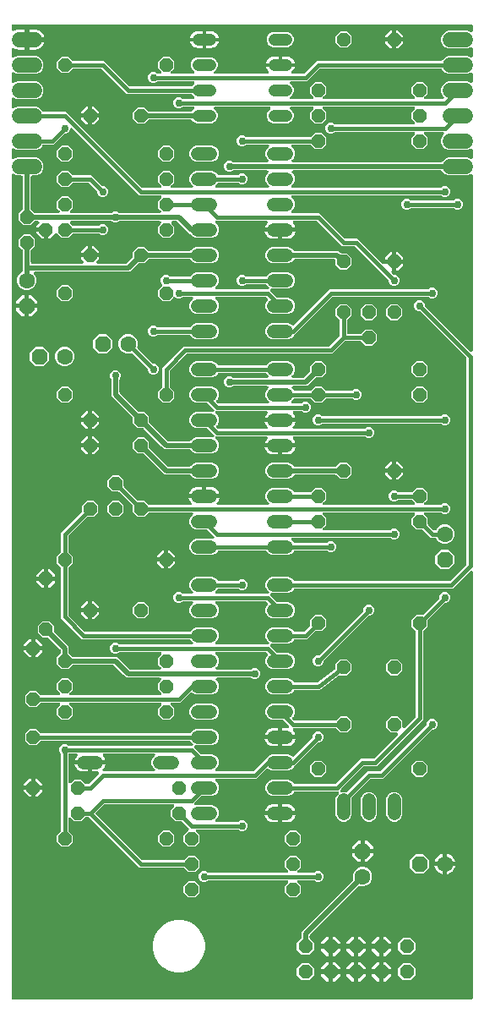
<source format=gbr>
G04 EAGLE Gerber RS-274X export*
G75*
%MOMM*%
%FSLAX34Y34*%
%LPD*%
%INBottom Copper*%
%IPPOS*%
%AMOC8*
5,1,8,0,0,1.08239X$1,22.5*%
G01*
%ADD10P,1.732040X8X202.500000*%
%ADD11C,1.600200*%
%ADD12P,1.732040X8X112.500000*%
%ADD13P,1.539592X8X22.500000*%
%ADD14P,1.429621X8X202.500000*%
%ADD15P,1.429621X8X22.500000*%
%ADD16P,1.429621X8X292.500000*%
%ADD17C,1.320800*%
%ADD18P,1.732040X8X292.500000*%
%ADD19P,1.429621X8X112.500000*%
%ADD20C,1.524000*%
%ADD21C,1.208000*%
%ADD22C,0.756400*%
%ADD23C,0.508000*%
%ADD24C,0.406400*%

G36*
X470942Y10164D02*
X470942Y10164D01*
X470968Y10162D01*
X471115Y10184D01*
X471262Y10201D01*
X471287Y10209D01*
X471313Y10213D01*
X471451Y10268D01*
X471590Y10318D01*
X471612Y10332D01*
X471637Y10342D01*
X471758Y10427D01*
X471883Y10507D01*
X471901Y10526D01*
X471923Y10541D01*
X472022Y10651D01*
X472125Y10758D01*
X472139Y10780D01*
X472156Y10800D01*
X472228Y10930D01*
X472304Y11057D01*
X472312Y11082D01*
X472325Y11105D01*
X472365Y11248D01*
X472410Y11389D01*
X472412Y11415D01*
X472420Y11440D01*
X472439Y11684D01*
X472439Y438332D01*
X472428Y438432D01*
X472426Y438532D01*
X472408Y438604D01*
X472399Y438678D01*
X472366Y438773D01*
X472341Y438870D01*
X472307Y438936D01*
X472282Y439006D01*
X472227Y439091D01*
X472181Y439180D01*
X472133Y439237D01*
X472093Y439299D01*
X472021Y439369D01*
X471956Y439445D01*
X471896Y439489D01*
X471842Y439541D01*
X471756Y439593D01*
X471675Y439652D01*
X471607Y439682D01*
X471543Y439720D01*
X471447Y439751D01*
X471355Y439790D01*
X471282Y439804D01*
X471211Y439826D01*
X471111Y439834D01*
X471012Y439852D01*
X470938Y439848D01*
X470864Y439854D01*
X470764Y439839D01*
X470664Y439834D01*
X470593Y439814D01*
X470519Y439803D01*
X470426Y439765D01*
X470329Y439738D01*
X470264Y439701D01*
X470195Y439674D01*
X470113Y439617D01*
X470025Y439567D01*
X469949Y439502D01*
X469909Y439475D01*
X469885Y439448D01*
X469839Y439409D01*
X452323Y421893D01*
X294347Y421893D01*
X294271Y421885D01*
X294195Y421886D01*
X294098Y421865D01*
X294001Y421853D01*
X293929Y421828D01*
X293854Y421811D01*
X293765Y421769D01*
X293673Y421736D01*
X293608Y421694D01*
X293539Y421662D01*
X293463Y421600D01*
X293380Y421547D01*
X293327Y421492D01*
X293267Y421444D01*
X293206Y421367D01*
X293138Y421296D01*
X293098Y421231D01*
X293051Y421171D01*
X292983Y421038D01*
X292959Y420997D01*
X292953Y420979D01*
X292940Y420953D01*
X292895Y420845D01*
X290609Y418559D01*
X287621Y417321D01*
X271084Y417321D01*
X271056Y417329D01*
X271005Y417332D01*
X270956Y417342D01*
X270832Y417340D01*
X270708Y417346D01*
X270658Y417337D01*
X270608Y417336D01*
X270487Y417306D01*
X270365Y417284D01*
X270319Y417264D01*
X270270Y417251D01*
X270159Y417194D01*
X270045Y417145D01*
X270005Y417115D01*
X269960Y417092D01*
X269865Y417011D01*
X269765Y416937D01*
X269733Y416898D01*
X269695Y416866D01*
X269621Y416766D01*
X269540Y416671D01*
X269517Y416626D01*
X269487Y416586D01*
X269438Y416471D01*
X269381Y416361D01*
X269369Y416312D01*
X269349Y416266D01*
X269327Y416143D01*
X269297Y416023D01*
X269297Y415972D01*
X269288Y415923D01*
X269294Y415798D01*
X269292Y415674D01*
X269303Y415625D01*
X269306Y415574D01*
X269340Y415455D01*
X269367Y415334D01*
X269388Y415288D01*
X269402Y415240D01*
X269463Y415131D01*
X269516Y415019D01*
X269548Y414979D01*
X269572Y414935D01*
X269731Y414749D01*
X275855Y408625D01*
X275954Y408546D01*
X276048Y408462D01*
X276090Y408438D01*
X276128Y408408D01*
X276242Y408354D01*
X276353Y408293D01*
X276400Y408280D01*
X276443Y408259D01*
X276567Y408233D01*
X276688Y408198D01*
X276749Y408193D01*
X276784Y408186D01*
X276832Y408187D01*
X276932Y408179D01*
X287621Y408179D01*
X290609Y406941D01*
X292895Y404655D01*
X294133Y401667D01*
X294133Y398433D01*
X292895Y395445D01*
X290609Y393159D01*
X287621Y391921D01*
X271179Y391921D01*
X268191Y393159D01*
X265905Y395445D01*
X264667Y398433D01*
X264667Y401667D01*
X265905Y404655D01*
X266758Y405508D01*
X266774Y405528D01*
X266794Y405545D01*
X266882Y405664D01*
X266975Y405781D01*
X266986Y405805D01*
X267001Y405826D01*
X267060Y405961D01*
X267124Y406096D01*
X267129Y406122D01*
X267139Y406146D01*
X267166Y406292D01*
X267197Y406437D01*
X267197Y406463D01*
X267201Y406489D01*
X267194Y406637D01*
X267191Y406785D01*
X267185Y406810D01*
X267183Y406837D01*
X267142Y406979D01*
X267106Y407123D01*
X267094Y407146D01*
X267087Y407172D01*
X267014Y407301D01*
X266946Y407433D01*
X266929Y407453D01*
X266917Y407476D01*
X266758Y407662D01*
X265673Y408747D01*
X265574Y408826D01*
X265480Y408910D01*
X265438Y408934D01*
X265400Y408964D01*
X265286Y409018D01*
X265175Y409079D01*
X265128Y409092D01*
X265085Y409113D01*
X264961Y409139D01*
X264840Y409174D01*
X264779Y409179D01*
X264744Y409186D01*
X264696Y409185D01*
X264596Y409193D01*
X215834Y409193D01*
X215734Y409182D01*
X215634Y409180D01*
X215562Y409162D01*
X215488Y409153D01*
X215393Y409120D01*
X215296Y409095D01*
X215230Y409061D01*
X215160Y409036D01*
X215075Y408981D01*
X214986Y408935D01*
X214929Y408887D01*
X214867Y408847D01*
X214797Y408775D01*
X214721Y408710D01*
X214676Y408650D01*
X214625Y408596D01*
X214573Y408510D01*
X214513Y408429D01*
X214484Y408361D01*
X214446Y408297D01*
X214415Y408201D01*
X214375Y408109D01*
X214362Y408036D01*
X214340Y407965D01*
X214331Y407865D01*
X214314Y407766D01*
X214318Y407692D01*
X214312Y407618D01*
X214326Y407518D01*
X214332Y407418D01*
X214352Y407347D01*
X214363Y407273D01*
X214400Y407180D01*
X214428Y407083D01*
X214465Y407018D01*
X214492Y406949D01*
X214549Y406867D01*
X214598Y406779D01*
X214663Y406703D01*
X214691Y406663D01*
X214717Y406639D01*
X214757Y406593D01*
X216695Y404655D01*
X217933Y401667D01*
X217933Y398433D01*
X216695Y395445D01*
X214409Y393159D01*
X211421Y391921D01*
X194979Y391921D01*
X191991Y393159D01*
X189705Y395445D01*
X188467Y398433D01*
X188467Y401667D01*
X189705Y404655D01*
X191643Y406593D01*
X191706Y406671D01*
X191775Y406744D01*
X191814Y406808D01*
X191860Y406866D01*
X191903Y406957D01*
X191954Y407043D01*
X191977Y407114D01*
X192009Y407181D01*
X192030Y407279D01*
X192060Y407375D01*
X192066Y407449D01*
X192082Y407522D01*
X192080Y407622D01*
X192088Y407722D01*
X192077Y407796D01*
X192076Y407870D01*
X192052Y407967D01*
X192037Y408067D01*
X192009Y408136D01*
X191991Y408208D01*
X191945Y408297D01*
X191908Y408391D01*
X191866Y408452D01*
X191831Y408518D01*
X191766Y408594D01*
X191709Y408677D01*
X191654Y408727D01*
X191606Y408783D01*
X191525Y408843D01*
X191450Y408910D01*
X191385Y408946D01*
X191325Y408991D01*
X191233Y409030D01*
X191145Y409079D01*
X191074Y409099D01*
X191005Y409129D01*
X190907Y409146D01*
X190810Y409174D01*
X190710Y409182D01*
X190662Y409190D01*
X190627Y409188D01*
X190566Y409193D01*
X182379Y409193D01*
X182253Y409179D01*
X182127Y409172D01*
X182081Y409159D01*
X182033Y409153D01*
X181914Y409111D01*
X181792Y409076D01*
X181750Y409052D01*
X181705Y409036D01*
X181599Y408967D01*
X181488Y408906D01*
X181442Y408866D01*
X181412Y408847D01*
X181378Y408812D01*
X181302Y408747D01*
X180806Y408251D01*
X178856Y407443D01*
X176744Y407443D01*
X174794Y408251D01*
X173301Y409744D01*
X172493Y411694D01*
X172493Y413806D01*
X173301Y415756D01*
X174794Y417249D01*
X176744Y418057D01*
X178856Y418057D01*
X180806Y417249D01*
X181302Y416753D01*
X181401Y416674D01*
X181495Y416590D01*
X181537Y416566D01*
X181575Y416536D01*
X181689Y416482D01*
X181800Y416421D01*
X181846Y416408D01*
X181890Y416387D01*
X182013Y416361D01*
X182135Y416326D01*
X182196Y416321D01*
X182231Y416314D01*
X182279Y416315D01*
X182379Y416307D01*
X190566Y416307D01*
X190666Y416318D01*
X190766Y416320D01*
X190838Y416338D01*
X190912Y416347D01*
X191007Y416380D01*
X191104Y416405D01*
X191170Y416439D01*
X191240Y416464D01*
X191325Y416519D01*
X191414Y416565D01*
X191471Y416613D01*
X191533Y416653D01*
X191603Y416725D01*
X191679Y416790D01*
X191724Y416850D01*
X191775Y416904D01*
X191827Y416990D01*
X191887Y417071D01*
X191916Y417139D01*
X191954Y417203D01*
X191985Y417299D01*
X192025Y417391D01*
X192038Y417464D01*
X192060Y417535D01*
X192069Y417635D01*
X192086Y417734D01*
X192082Y417808D01*
X192088Y417882D01*
X192074Y417982D01*
X192068Y418082D01*
X192048Y418153D01*
X192037Y418227D01*
X192000Y418320D01*
X191972Y418417D01*
X191935Y418482D01*
X191908Y418551D01*
X191851Y418633D01*
X191802Y418721D01*
X191737Y418797D01*
X191709Y418837D01*
X191683Y418861D01*
X191643Y418907D01*
X189705Y420845D01*
X188467Y423833D01*
X188467Y427067D01*
X189705Y430055D01*
X191991Y432341D01*
X194979Y433579D01*
X211421Y433579D01*
X214409Y432341D01*
X216695Y430055D01*
X216740Y429947D01*
X216774Y429885D01*
X216785Y429857D01*
X216787Y429854D01*
X216805Y429809D01*
X216861Y429729D01*
X216909Y429642D01*
X216960Y429586D01*
X217004Y429523D01*
X217077Y429457D01*
X217143Y429384D01*
X217206Y429341D01*
X217263Y429290D01*
X217349Y429242D01*
X217430Y429186D01*
X217501Y429158D01*
X217568Y429121D01*
X217663Y429094D01*
X217754Y429058D01*
X217830Y429047D01*
X217903Y429026D01*
X218052Y429014D01*
X218099Y429007D01*
X218118Y429009D01*
X218147Y429007D01*
X236721Y429007D01*
X236847Y429021D01*
X236973Y429028D01*
X237019Y429041D01*
X237067Y429047D01*
X237186Y429089D01*
X237308Y429124D01*
X237350Y429148D01*
X237395Y429164D01*
X237501Y429233D01*
X237612Y429294D01*
X237658Y429334D01*
X237688Y429353D01*
X237722Y429388D01*
X237798Y429453D01*
X238294Y429949D01*
X240244Y430757D01*
X242356Y430757D01*
X244306Y429949D01*
X245799Y428456D01*
X246607Y426506D01*
X246607Y424394D01*
X245799Y422444D01*
X244306Y420951D01*
X242356Y420143D01*
X240244Y420143D01*
X238294Y420951D01*
X237798Y421447D01*
X237699Y421526D01*
X237605Y421610D01*
X237563Y421634D01*
X237525Y421664D01*
X237411Y421718D01*
X237300Y421779D01*
X237254Y421792D01*
X237210Y421813D01*
X237087Y421839D01*
X236965Y421874D01*
X236904Y421879D01*
X236869Y421886D01*
X236821Y421885D01*
X236721Y421893D01*
X218147Y421893D01*
X218071Y421885D01*
X217995Y421886D01*
X217898Y421865D01*
X217801Y421853D01*
X217729Y421828D01*
X217654Y421811D01*
X217565Y421769D01*
X217473Y421736D01*
X217408Y421694D01*
X217339Y421662D01*
X217263Y421600D01*
X217180Y421547D01*
X217127Y421492D01*
X217067Y421444D01*
X217006Y421367D01*
X216938Y421296D01*
X216898Y421231D01*
X216851Y421171D01*
X216783Y421038D01*
X216759Y420997D01*
X216753Y420979D01*
X216740Y420953D01*
X216695Y420845D01*
X214757Y418907D01*
X214694Y418829D01*
X214625Y418756D01*
X214586Y418692D01*
X214540Y418634D01*
X214497Y418543D01*
X214446Y418457D01*
X214423Y418386D01*
X214391Y418319D01*
X214370Y418221D01*
X214340Y418125D01*
X214334Y418051D01*
X214318Y417978D01*
X214320Y417878D01*
X214312Y417778D01*
X214323Y417704D01*
X214324Y417630D01*
X214348Y417533D01*
X214363Y417433D01*
X214391Y417364D01*
X214409Y417292D01*
X214455Y417203D01*
X214492Y417109D01*
X214534Y417048D01*
X214569Y416982D01*
X214634Y416906D01*
X214691Y416823D01*
X214746Y416773D01*
X214794Y416717D01*
X214875Y416657D01*
X214950Y416590D01*
X215015Y416554D01*
X215075Y416509D01*
X215167Y416470D01*
X215255Y416421D01*
X215326Y416401D01*
X215395Y416371D01*
X215493Y416354D01*
X215590Y416326D01*
X215690Y416318D01*
X215738Y416310D01*
X215773Y416312D01*
X215834Y416307D01*
X266766Y416307D01*
X266866Y416318D01*
X266966Y416320D01*
X267038Y416338D01*
X267112Y416347D01*
X267207Y416380D01*
X267304Y416405D01*
X267370Y416439D01*
X267440Y416464D01*
X267525Y416519D01*
X267614Y416565D01*
X267671Y416613D01*
X267733Y416653D01*
X267803Y416725D01*
X267879Y416790D01*
X267924Y416850D01*
X267975Y416904D01*
X268027Y416990D01*
X268087Y417071D01*
X268116Y417139D01*
X268154Y417203D01*
X268185Y417299D01*
X268225Y417391D01*
X268238Y417464D01*
X268260Y417535D01*
X268269Y417635D01*
X268286Y417734D01*
X268282Y417808D01*
X268288Y417882D01*
X268274Y417982D01*
X268268Y418082D01*
X268248Y418153D01*
X268237Y418227D01*
X268200Y418320D01*
X268172Y418417D01*
X268135Y418482D01*
X268108Y418551D01*
X268051Y418633D01*
X268002Y418721D01*
X267937Y418797D01*
X267909Y418837D01*
X267883Y418861D01*
X267843Y418907D01*
X265905Y420845D01*
X264667Y423833D01*
X264667Y427067D01*
X265905Y430055D01*
X268191Y432341D01*
X271179Y433579D01*
X287621Y433579D01*
X290609Y432341D01*
X292895Y430055D01*
X292940Y429947D01*
X292974Y429885D01*
X292985Y429857D01*
X292987Y429854D01*
X293005Y429809D01*
X293061Y429729D01*
X293109Y429642D01*
X293160Y429586D01*
X293204Y429523D01*
X293277Y429457D01*
X293343Y429384D01*
X293406Y429341D01*
X293463Y429290D01*
X293549Y429242D01*
X293630Y429186D01*
X293701Y429158D01*
X293768Y429121D01*
X293863Y429094D01*
X293954Y429058D01*
X294030Y429047D01*
X294103Y429026D01*
X294252Y429014D01*
X294299Y429007D01*
X294318Y429009D01*
X294347Y429007D01*
X448746Y429007D01*
X448871Y429021D01*
X448998Y429028D01*
X449044Y429041D01*
X449092Y429047D01*
X449211Y429089D01*
X449332Y429124D01*
X449375Y429148D01*
X449420Y429164D01*
X449526Y429233D01*
X449637Y429294D01*
X449683Y429334D01*
X449713Y429353D01*
X449746Y429388D01*
X449823Y429453D01*
X465897Y445527D01*
X465976Y445626D01*
X466060Y445720D01*
X466084Y445762D01*
X466114Y445800D01*
X466168Y445914D01*
X466229Y446025D01*
X466242Y446072D01*
X466263Y446115D01*
X466289Y446239D01*
X466324Y446360D01*
X466329Y446421D01*
X466336Y446456D01*
X466335Y446504D01*
X466343Y446604D01*
X466343Y651946D01*
X466329Y652071D01*
X466322Y652198D01*
X466309Y652244D01*
X466303Y652292D01*
X466261Y652411D01*
X466226Y652532D01*
X466202Y652575D01*
X466186Y652620D01*
X466117Y652726D01*
X466056Y652837D01*
X466016Y652883D01*
X465997Y652913D01*
X465962Y652946D01*
X465897Y653023D01*
X419823Y699097D01*
X419724Y699176D01*
X419630Y699260D01*
X419588Y699284D01*
X419550Y699314D01*
X419436Y699368D01*
X419325Y699429D01*
X419278Y699442D01*
X419235Y699463D01*
X419111Y699489D01*
X418990Y699524D01*
X418929Y699529D01*
X418894Y699536D01*
X418846Y699535D01*
X418746Y699543D01*
X418044Y699543D01*
X416094Y700351D01*
X414601Y701844D01*
X413793Y703794D01*
X413793Y705906D01*
X414601Y707856D01*
X416094Y709349D01*
X418044Y710157D01*
X420156Y710157D01*
X422106Y709349D01*
X423599Y707856D01*
X424407Y705906D01*
X424407Y705204D01*
X424421Y705079D01*
X424428Y704952D01*
X424441Y704906D01*
X424447Y704858D01*
X424489Y704739D01*
X424524Y704618D01*
X424548Y704575D01*
X424564Y704530D01*
X424633Y704424D01*
X424694Y704313D01*
X424734Y704267D01*
X424753Y704237D01*
X424788Y704203D01*
X424853Y704127D01*
X469839Y659141D01*
X469917Y659079D01*
X469990Y659009D01*
X470054Y658971D01*
X470112Y658924D01*
X470203Y658882D01*
X470289Y658830D01*
X470360Y658807D01*
X470427Y658776D01*
X470525Y658754D01*
X470621Y658724D01*
X470695Y658718D01*
X470768Y658702D01*
X470868Y658704D01*
X470968Y658696D01*
X471042Y658707D01*
X471116Y658708D01*
X471213Y658733D01*
X471313Y658747D01*
X471382Y658775D01*
X471454Y658793D01*
X471544Y658839D01*
X471637Y658876D01*
X471698Y658919D01*
X471764Y658953D01*
X471841Y659018D01*
X471923Y659075D01*
X471973Y659130D01*
X472029Y659179D01*
X472089Y659259D01*
X472156Y659334D01*
X472192Y659399D01*
X472237Y659459D01*
X472276Y659551D01*
X472325Y659639D01*
X472345Y659711D01*
X472375Y659779D01*
X472392Y659878D01*
X472420Y659974D01*
X472428Y660074D01*
X472436Y660122D01*
X472434Y660158D01*
X472439Y660218D01*
X472439Y835559D01*
X472428Y835659D01*
X472426Y835760D01*
X472408Y835832D01*
X472399Y835905D01*
X472365Y836000D01*
X472341Y836098D01*
X472307Y836164D01*
X472282Y836234D01*
X472227Y836318D01*
X472181Y836408D01*
X472133Y836464D01*
X472093Y836526D01*
X472020Y836596D01*
X471955Y836673D01*
X471896Y836717D01*
X471842Y836769D01*
X471756Y836820D01*
X471675Y836880D01*
X471607Y836909D01*
X471543Y836947D01*
X471447Y836978D01*
X471355Y837018D01*
X471282Y837031D01*
X471211Y837054D01*
X471111Y837062D01*
X471012Y837079D01*
X470938Y837076D01*
X470864Y837082D01*
X470764Y837067D01*
X470664Y837061D01*
X470593Y837041D01*
X470519Y837030D01*
X470426Y836993D01*
X470329Y836965D01*
X470264Y836929D01*
X470195Y836901D01*
X470114Y836845D01*
X466639Y835405D01*
X447761Y835405D01*
X444400Y836798D01*
X441827Y839370D01*
X441755Y839545D01*
X441718Y839612D01*
X441690Y839683D01*
X441633Y839764D01*
X441586Y839850D01*
X441534Y839906D01*
X441491Y839969D01*
X441418Y840035D01*
X441352Y840108D01*
X441289Y840151D01*
X441232Y840202D01*
X441146Y840250D01*
X441065Y840306D01*
X440994Y840334D01*
X440927Y840371D01*
X440832Y840398D01*
X440741Y840434D01*
X440665Y840445D01*
X440591Y840466D01*
X440443Y840478D01*
X440396Y840485D01*
X440377Y840483D01*
X440348Y840485D01*
X292542Y840485D01*
X292442Y840474D01*
X292342Y840472D01*
X292270Y840454D01*
X292196Y840445D01*
X292101Y840412D01*
X292004Y840387D01*
X291938Y840353D01*
X291868Y840328D01*
X291783Y840273D01*
X291694Y840227D01*
X291637Y840179D01*
X291575Y840139D01*
X291505Y840067D01*
X291429Y840002D01*
X291384Y839942D01*
X291333Y839888D01*
X291281Y839802D01*
X291221Y839721D01*
X291192Y839653D01*
X291154Y839589D01*
X291123Y839493D01*
X291083Y839401D01*
X291070Y839328D01*
X291048Y839257D01*
X291039Y839157D01*
X291022Y839058D01*
X291026Y838984D01*
X291020Y838910D01*
X291034Y838810D01*
X291040Y838710D01*
X291060Y838639D01*
X291071Y838565D01*
X291108Y838472D01*
X291136Y838375D01*
X291173Y838310D01*
X291200Y838241D01*
X291257Y838159D01*
X291306Y838071D01*
X291372Y837995D01*
X291399Y837955D01*
X291425Y837931D01*
X291465Y837885D01*
X292895Y836455D01*
X294133Y833467D01*
X294133Y830233D01*
X292895Y827245D01*
X290957Y825307D01*
X290894Y825229D01*
X290825Y825156D01*
X290786Y825092D01*
X290740Y825034D01*
X290697Y824943D01*
X290646Y824857D01*
X290623Y824786D01*
X290591Y824719D01*
X290570Y824621D01*
X290540Y824525D01*
X290534Y824451D01*
X290518Y824378D01*
X290520Y824278D01*
X290512Y824178D01*
X290523Y824104D01*
X290524Y824030D01*
X290548Y823933D01*
X290563Y823833D01*
X290591Y823764D01*
X290609Y823692D01*
X290655Y823603D01*
X290692Y823509D01*
X290734Y823448D01*
X290769Y823382D01*
X290834Y823306D01*
X290891Y823223D01*
X290946Y823173D01*
X290994Y823117D01*
X291075Y823057D01*
X291150Y822990D01*
X291215Y822954D01*
X291275Y822909D01*
X291367Y822870D01*
X291455Y822821D01*
X291526Y822801D01*
X291595Y822771D01*
X291693Y822754D01*
X291790Y822726D01*
X291890Y822718D01*
X291938Y822710D01*
X291973Y822712D01*
X292034Y822707D01*
X439921Y822707D01*
X440047Y822721D01*
X440173Y822728D01*
X440219Y822741D01*
X440267Y822747D01*
X440386Y822789D01*
X440508Y822824D01*
X440550Y822848D01*
X440595Y822864D01*
X440701Y822933D01*
X440812Y822994D01*
X440858Y823034D01*
X440888Y823053D01*
X440922Y823088D01*
X440998Y823153D01*
X441494Y823649D01*
X443444Y824457D01*
X445556Y824457D01*
X447506Y823649D01*
X448999Y822156D01*
X449807Y820206D01*
X449807Y818094D01*
X448999Y816144D01*
X447506Y814651D01*
X445556Y813843D01*
X443444Y813843D01*
X441494Y814651D01*
X440998Y815147D01*
X440899Y815226D01*
X440805Y815310D01*
X440763Y815334D01*
X440725Y815364D01*
X440611Y815418D01*
X440500Y815479D01*
X440454Y815492D01*
X440410Y815513D01*
X440287Y815539D01*
X440165Y815574D01*
X440104Y815579D01*
X440069Y815586D01*
X440021Y815585D01*
X439921Y815593D01*
X292034Y815593D01*
X291934Y815582D01*
X291834Y815580D01*
X291762Y815562D01*
X291688Y815553D01*
X291593Y815520D01*
X291496Y815495D01*
X291430Y815461D01*
X291360Y815436D01*
X291275Y815381D01*
X291186Y815335D01*
X291129Y815287D01*
X291067Y815247D01*
X290997Y815175D01*
X290921Y815110D01*
X290876Y815050D01*
X290825Y814996D01*
X290773Y814910D01*
X290713Y814829D01*
X290684Y814761D01*
X290646Y814697D01*
X290615Y814601D01*
X290575Y814509D01*
X290562Y814436D01*
X290540Y814365D01*
X290531Y814265D01*
X290514Y814166D01*
X290518Y814092D01*
X290512Y814018D01*
X290526Y813918D01*
X290532Y813818D01*
X290552Y813747D01*
X290563Y813673D01*
X290600Y813580D01*
X290628Y813483D01*
X290665Y813418D01*
X290692Y813349D01*
X290749Y813267D01*
X290798Y813179D01*
X290863Y813103D01*
X290891Y813063D01*
X290917Y813039D01*
X290957Y812993D01*
X292895Y811055D01*
X294133Y808067D01*
X294133Y804833D01*
X292895Y801845D01*
X290957Y799907D01*
X290894Y799829D01*
X290825Y799756D01*
X290786Y799692D01*
X290740Y799634D01*
X290697Y799543D01*
X290646Y799457D01*
X290623Y799386D01*
X290591Y799319D01*
X290570Y799221D01*
X290540Y799125D01*
X290534Y799051D01*
X290518Y798978D01*
X290520Y798878D01*
X290512Y798778D01*
X290523Y798704D01*
X290524Y798630D01*
X290548Y798533D01*
X290563Y798433D01*
X290591Y798364D01*
X290609Y798292D01*
X290655Y798203D01*
X290692Y798109D01*
X290734Y798048D01*
X290769Y797982D01*
X290834Y797906D01*
X290891Y797823D01*
X290946Y797773D01*
X290994Y797717D01*
X291075Y797657D01*
X291150Y797590D01*
X291215Y797554D01*
X291275Y797509D01*
X291367Y797470D01*
X291455Y797421D01*
X291526Y797401D01*
X291595Y797371D01*
X291693Y797354D01*
X291790Y797326D01*
X291890Y797318D01*
X291938Y797310D01*
X291973Y797312D01*
X292034Y797307D01*
X318973Y797307D01*
X343927Y772353D01*
X344026Y772274D01*
X344120Y772190D01*
X344162Y772166D01*
X344200Y772136D01*
X344314Y772082D01*
X344425Y772021D01*
X344472Y772008D01*
X344515Y771987D01*
X344639Y771961D01*
X344760Y771926D01*
X344821Y771921D01*
X344856Y771914D01*
X344904Y771915D01*
X345004Y771907D01*
X357073Y771907D01*
X381955Y747025D01*
X382034Y746963D01*
X382106Y746893D01*
X382170Y746855D01*
X382228Y746808D01*
X382319Y746766D01*
X382405Y746714D01*
X382476Y746691D01*
X382543Y746660D01*
X382641Y746638D01*
X382737Y746608D01*
X382811Y746602D01*
X382884Y746586D01*
X382984Y746588D01*
X383084Y746580D01*
X383158Y746591D01*
X383232Y746592D01*
X383330Y746617D01*
X383429Y746632D01*
X383498Y746659D01*
X383570Y746677D01*
X383660Y746723D01*
X383753Y746760D01*
X383814Y746803D01*
X383880Y746837D01*
X383956Y746902D01*
X384039Y746959D01*
X384089Y747014D01*
X384145Y747063D01*
X384205Y747143D01*
X384272Y747218D01*
X384300Y747269D01*
X391669Y747269D01*
X391669Y739905D01*
X391654Y739897D01*
X391598Y739849D01*
X391535Y739809D01*
X391465Y739737D01*
X391389Y739672D01*
X391345Y739612D01*
X391293Y739558D01*
X391241Y739472D01*
X391182Y739391D01*
X391152Y739323D01*
X391114Y739259D01*
X391083Y739163D01*
X391044Y739071D01*
X391030Y738998D01*
X391008Y738927D01*
X391000Y738827D01*
X390982Y738728D01*
X390986Y738654D01*
X390980Y738580D01*
X390995Y738480D01*
X391000Y738380D01*
X391020Y738309D01*
X391031Y738235D01*
X391069Y738142D01*
X391096Y738045D01*
X391133Y737980D01*
X391160Y737911D01*
X391217Y737829D01*
X391267Y737741D01*
X391332Y737665D01*
X391359Y737625D01*
X391386Y737601D01*
X391425Y737555D01*
X392977Y736003D01*
X393076Y735924D01*
X393170Y735840D01*
X393212Y735816D01*
X393250Y735786D01*
X393364Y735732D01*
X393475Y735671D01*
X393522Y735658D01*
X393565Y735637D01*
X393689Y735611D01*
X393810Y735576D01*
X393871Y735571D01*
X393906Y735564D01*
X393954Y735565D01*
X394054Y735557D01*
X394756Y735557D01*
X396706Y734749D01*
X398199Y733256D01*
X399007Y731306D01*
X399007Y729194D01*
X398199Y727244D01*
X396706Y725751D01*
X394756Y724943D01*
X392644Y724943D01*
X390694Y725751D01*
X389201Y727244D01*
X388393Y729194D01*
X388393Y729896D01*
X388379Y730021D01*
X388372Y730148D01*
X388359Y730194D01*
X388353Y730242D01*
X388311Y730361D01*
X388276Y730482D01*
X388252Y730525D01*
X388236Y730570D01*
X388167Y730676D01*
X388106Y730787D01*
X388066Y730833D01*
X388047Y730863D01*
X388012Y730896D01*
X387947Y730973D01*
X354573Y764347D01*
X354474Y764426D01*
X354380Y764510D01*
X354338Y764534D01*
X354300Y764564D01*
X354186Y764618D01*
X354075Y764679D01*
X354028Y764692D01*
X353985Y764713D01*
X353861Y764739D01*
X353740Y764774D01*
X353679Y764779D01*
X353644Y764786D01*
X353596Y764785D01*
X353496Y764793D01*
X341427Y764793D01*
X316473Y789747D01*
X316374Y789826D01*
X316280Y789910D01*
X316238Y789934D01*
X316200Y789964D01*
X316086Y790018D01*
X315975Y790079D01*
X315928Y790092D01*
X315885Y790113D01*
X315761Y790139D01*
X315640Y790174D01*
X315579Y790179D01*
X315544Y790186D01*
X315496Y790185D01*
X315396Y790193D01*
X293471Y790193D01*
X293371Y790182D01*
X293271Y790180D01*
X293198Y790162D01*
X293125Y790153D01*
X293030Y790120D01*
X292933Y790095D01*
X292867Y790061D01*
X292796Y790036D01*
X292712Y789981D01*
X292623Y789935D01*
X292566Y789887D01*
X292504Y789847D01*
X292434Y789775D01*
X292357Y789710D01*
X292313Y789650D01*
X292261Y789596D01*
X292210Y789510D01*
X292150Y789429D01*
X292121Y789361D01*
X292083Y789297D01*
X292052Y789202D01*
X292012Y789109D01*
X291999Y789036D01*
X291976Y788965D01*
X291968Y788865D01*
X291951Y788766D01*
X291954Y788692D01*
X291948Y788618D01*
X291963Y788519D01*
X291968Y788418D01*
X291989Y788347D01*
X292000Y788273D01*
X292037Y788180D01*
X292065Y788083D01*
X292101Y788018D01*
X292129Y787949D01*
X292186Y787867D01*
X292235Y787779D01*
X292300Y787703D01*
X292328Y787663D01*
X292354Y787639D01*
X292394Y787593D01*
X292979Y787007D01*
X293825Y785843D01*
X294479Y784560D01*
X294924Y783192D01*
X294941Y783081D01*
X279908Y783081D01*
X279882Y783078D01*
X279856Y783080D01*
X279709Y783058D01*
X279562Y783041D01*
X279537Y783033D01*
X279511Y783029D01*
X279404Y782986D01*
X279328Y783007D01*
X279187Y783052D01*
X279161Y783054D01*
X279136Y783062D01*
X278892Y783081D01*
X263859Y783081D01*
X263876Y783192D01*
X264321Y784560D01*
X264975Y785843D01*
X265821Y787007D01*
X266406Y787593D01*
X266469Y787671D01*
X266539Y787744D01*
X266577Y787808D01*
X266623Y787866D01*
X266666Y787957D01*
X266717Y788043D01*
X266740Y788114D01*
X266772Y788181D01*
X266793Y788279D01*
X266824Y788375D01*
X266830Y788449D01*
X266845Y788522D01*
X266844Y788622D01*
X266852Y788722D01*
X266841Y788796D01*
X266839Y788870D01*
X266815Y788967D01*
X266800Y789067D01*
X266772Y789136D01*
X266754Y789208D01*
X266708Y789297D01*
X266671Y789391D01*
X266629Y789452D01*
X266595Y789518D01*
X266529Y789595D01*
X266472Y789677D01*
X266417Y789727D01*
X266369Y789783D01*
X266288Y789843D01*
X266213Y789910D01*
X266148Y789946D01*
X266089Y789991D01*
X265996Y790030D01*
X265908Y790079D01*
X265837Y790099D01*
X265769Y790129D01*
X265670Y790146D01*
X265573Y790174D01*
X265473Y790182D01*
X265426Y790190D01*
X265390Y790188D01*
X265329Y790193D01*
X215834Y790193D01*
X215734Y790182D01*
X215634Y790180D01*
X215562Y790162D01*
X215488Y790153D01*
X215393Y790120D01*
X215296Y790095D01*
X215230Y790061D01*
X215160Y790036D01*
X215075Y789981D01*
X214986Y789935D01*
X214929Y789887D01*
X214867Y789847D01*
X214797Y789775D01*
X214721Y789710D01*
X214676Y789650D01*
X214625Y789596D01*
X214573Y789510D01*
X214513Y789429D01*
X214484Y789361D01*
X214446Y789297D01*
X214415Y789201D01*
X214375Y789109D01*
X214362Y789036D01*
X214340Y788965D01*
X214331Y788865D01*
X214314Y788766D01*
X214318Y788692D01*
X214312Y788618D01*
X214326Y788518D01*
X214332Y788418D01*
X214352Y788347D01*
X214363Y788273D01*
X214400Y788180D01*
X214428Y788083D01*
X214465Y788018D01*
X214492Y787949D01*
X214549Y787867D01*
X214598Y787779D01*
X214663Y787703D01*
X214691Y787663D01*
X214717Y787639D01*
X214757Y787593D01*
X216695Y785655D01*
X217933Y782667D01*
X217933Y779433D01*
X216695Y776445D01*
X214409Y774159D01*
X211421Y772921D01*
X194979Y772921D01*
X191991Y774159D01*
X189611Y776539D01*
X189512Y776618D01*
X189418Y776702D01*
X189376Y776726D01*
X189338Y776756D01*
X189224Y776810D01*
X189113Y776871D01*
X189067Y776884D01*
X189023Y776905D01*
X188900Y776931D01*
X188859Y776943D01*
X176562Y789239D01*
X176463Y789318D01*
X176370Y789402D01*
X176327Y789426D01*
X176289Y789456D01*
X176175Y789510D01*
X176065Y789571D01*
X176018Y789584D01*
X175974Y789605D01*
X175851Y789631D01*
X175729Y789666D01*
X175668Y789671D01*
X175634Y789678D01*
X175586Y789677D01*
X175485Y789685D01*
X171638Y789685D01*
X171538Y789674D01*
X171438Y789672D01*
X171366Y789654D01*
X171292Y789645D01*
X171197Y789612D01*
X171100Y789587D01*
X171034Y789553D01*
X170964Y789528D01*
X170879Y789473D01*
X170790Y789427D01*
X170733Y789379D01*
X170671Y789339D01*
X170601Y789267D01*
X170525Y789202D01*
X170480Y789142D01*
X170429Y789088D01*
X170377Y789002D01*
X170317Y788921D01*
X170288Y788853D01*
X170250Y788789D01*
X170219Y788693D01*
X170179Y788601D01*
X170166Y788528D01*
X170144Y788457D01*
X170135Y788357D01*
X170118Y788258D01*
X170122Y788184D01*
X170116Y788110D01*
X170130Y788010D01*
X170136Y787910D01*
X170156Y787839D01*
X170167Y787765D01*
X170204Y787672D01*
X170232Y787575D01*
X170269Y787510D01*
X170296Y787441D01*
X170353Y787359D01*
X170402Y787271D01*
X170467Y787195D01*
X170495Y787155D01*
X170521Y787131D01*
X170561Y787085D01*
X173229Y784417D01*
X173229Y777683D01*
X168467Y772921D01*
X161733Y772921D01*
X156971Y777683D01*
X156971Y784417D01*
X159639Y787085D01*
X159702Y787163D01*
X159771Y787236D01*
X159810Y787300D01*
X159856Y787358D01*
X159899Y787449D01*
X159950Y787535D01*
X159973Y787606D01*
X160005Y787673D01*
X160026Y787771D01*
X160056Y787867D01*
X160062Y787941D01*
X160078Y788014D01*
X160076Y788114D01*
X160084Y788214D01*
X160073Y788288D01*
X160072Y788362D01*
X160048Y788459D01*
X160033Y788559D01*
X160005Y788628D01*
X159987Y788700D01*
X159941Y788789D01*
X159904Y788883D01*
X159862Y788944D01*
X159827Y789010D01*
X159762Y789086D01*
X159705Y789169D01*
X159650Y789219D01*
X159602Y789275D01*
X159521Y789335D01*
X159446Y789402D01*
X159381Y789438D01*
X159321Y789483D01*
X159229Y789522D01*
X159141Y789571D01*
X159070Y789591D01*
X159001Y789621D01*
X158903Y789638D01*
X158806Y789666D01*
X158706Y789674D01*
X158658Y789682D01*
X158623Y789680D01*
X158562Y789685D01*
X118371Y789685D01*
X118245Y789671D01*
X118119Y789664D01*
X118073Y789651D01*
X118025Y789645D01*
X117906Y789603D01*
X117784Y789568D01*
X117742Y789544D01*
X117697Y789528D01*
X117591Y789459D01*
X117480Y789398D01*
X117434Y789358D01*
X117404Y789339D01*
X117370Y789304D01*
X117310Y789253D01*
X115356Y788443D01*
X113244Y788443D01*
X111287Y789254D01*
X111207Y789318D01*
X111113Y789402D01*
X111071Y789426D01*
X111033Y789456D01*
X110919Y789510D01*
X110808Y789571D01*
X110762Y789584D01*
X110718Y789605D01*
X110595Y789631D01*
X110473Y789666D01*
X110412Y789671D01*
X110377Y789678D01*
X110329Y789677D01*
X110229Y789685D01*
X70038Y789685D01*
X69938Y789674D01*
X69838Y789672D01*
X69766Y789654D01*
X69692Y789645D01*
X69597Y789612D01*
X69500Y789587D01*
X69434Y789553D01*
X69364Y789528D01*
X69279Y789473D01*
X69190Y789427D01*
X69133Y789379D01*
X69071Y789339D01*
X69001Y789267D01*
X68925Y789202D01*
X68880Y789142D01*
X68829Y789088D01*
X68777Y789002D01*
X68717Y788921D01*
X68688Y788853D01*
X68650Y788789D01*
X68619Y788693D01*
X68579Y788601D01*
X68566Y788528D01*
X68544Y788457D01*
X68535Y788357D01*
X68518Y788258D01*
X68522Y788184D01*
X68516Y788110D01*
X68530Y788010D01*
X68536Y787910D01*
X68556Y787839D01*
X68567Y787765D01*
X68604Y787672D01*
X68632Y787575D01*
X68669Y787510D01*
X68696Y787441D01*
X68753Y787359D01*
X68802Y787271D01*
X68867Y787195D01*
X68895Y787155D01*
X68921Y787131D01*
X68961Y787085D01*
X70993Y785053D01*
X71092Y784974D01*
X71186Y784890D01*
X71228Y784866D01*
X71266Y784836D01*
X71380Y784782D01*
X71491Y784721D01*
X71537Y784708D01*
X71581Y784687D01*
X71704Y784661D01*
X71826Y784626D01*
X71887Y784621D01*
X71922Y784614D01*
X71970Y784615D01*
X72070Y784607D01*
X97021Y784607D01*
X97147Y784621D01*
X97273Y784628D01*
X97319Y784641D01*
X97367Y784647D01*
X97486Y784689D01*
X97608Y784724D01*
X97650Y784748D01*
X97695Y784764D01*
X97801Y784833D01*
X97912Y784894D01*
X97958Y784934D01*
X97988Y784953D01*
X98022Y784988D01*
X98098Y785053D01*
X98594Y785549D01*
X100544Y786357D01*
X102656Y786357D01*
X104606Y785549D01*
X106099Y784056D01*
X106907Y782106D01*
X106907Y779994D01*
X106099Y778044D01*
X104606Y776551D01*
X102656Y775743D01*
X100544Y775743D01*
X98594Y776551D01*
X98098Y777047D01*
X97999Y777126D01*
X97905Y777210D01*
X97863Y777234D01*
X97825Y777264D01*
X97711Y777318D01*
X97600Y777379D01*
X97554Y777392D01*
X97510Y777413D01*
X97387Y777439D01*
X97265Y777474D01*
X97204Y777479D01*
X97169Y777486D01*
X97121Y777485D01*
X97021Y777493D01*
X72070Y777493D01*
X71944Y777479D01*
X71818Y777472D01*
X71772Y777459D01*
X71724Y777453D01*
X71605Y777411D01*
X71483Y777376D01*
X71441Y777352D01*
X71396Y777336D01*
X71289Y777267D01*
X71179Y777206D01*
X71133Y777166D01*
X71103Y777147D01*
X71069Y777112D01*
X70993Y777047D01*
X66867Y772921D01*
X60133Y772921D01*
X55771Y777284D01*
X55750Y777300D01*
X55733Y777320D01*
X55613Y777408D01*
X55498Y777500D01*
X55474Y777512D01*
X55453Y777527D01*
X55316Y777586D01*
X55182Y777649D01*
X55157Y777655D01*
X55133Y777665D01*
X54987Y777691D01*
X54842Y777723D01*
X54816Y777722D01*
X54790Y777727D01*
X54641Y777719D01*
X54493Y777717D01*
X54468Y777710D01*
X54442Y777709D01*
X54299Y777668D01*
X54155Y777632D01*
X54132Y777620D01*
X54107Y777612D01*
X53977Y777540D01*
X53845Y777472D01*
X53825Y777455D01*
X53803Y777442D01*
X53616Y777284D01*
X48238Y771905D01*
X46481Y771905D01*
X46481Y780542D01*
X46478Y780568D01*
X46480Y780594D01*
X46458Y780741D01*
X46441Y780888D01*
X46433Y780913D01*
X46429Y780939D01*
X46374Y781076D01*
X46324Y781216D01*
X46310Y781238D01*
X46300Y781263D01*
X46215Y781384D01*
X46135Y781509D01*
X46116Y781527D01*
X46101Y781549D01*
X45991Y781648D01*
X45884Y781751D01*
X45862Y781765D01*
X45842Y781782D01*
X45712Y781854D01*
X45585Y781930D01*
X45560Y781938D01*
X45537Y781951D01*
X45399Y781990D01*
X45358Y782093D01*
X45308Y782232D01*
X45293Y782254D01*
X45284Y782279D01*
X45199Y782400D01*
X45119Y782525D01*
X45100Y782543D01*
X45085Y782565D01*
X44975Y782664D01*
X44868Y782767D01*
X44845Y782781D01*
X44826Y782798D01*
X44696Y782870D01*
X44569Y782946D01*
X44544Y782954D01*
X44521Y782967D01*
X44378Y783007D01*
X44237Y783052D01*
X44211Y783054D01*
X44186Y783062D01*
X43942Y783081D01*
X35305Y783081D01*
X35305Y784838D01*
X37552Y787085D01*
X37615Y787163D01*
X37685Y787236D01*
X37723Y787300D01*
X37769Y787358D01*
X37812Y787449D01*
X37863Y787535D01*
X37886Y787606D01*
X37918Y787673D01*
X37939Y787771D01*
X37970Y787867D01*
X37976Y787941D01*
X37991Y788014D01*
X37990Y788114D01*
X37998Y788214D01*
X37987Y788288D01*
X37985Y788362D01*
X37961Y788459D01*
X37946Y788559D01*
X37918Y788628D01*
X37900Y788700D01*
X37854Y788789D01*
X37817Y788883D01*
X37775Y788944D01*
X37741Y789010D01*
X37676Y789086D01*
X37618Y789169D01*
X37563Y789219D01*
X37515Y789275D01*
X37434Y789335D01*
X37359Y789402D01*
X37294Y789438D01*
X37235Y789483D01*
X37142Y789522D01*
X37054Y789571D01*
X36983Y789591D01*
X36915Y789621D01*
X36816Y789638D01*
X36719Y789666D01*
X36619Y789674D01*
X36571Y789682D01*
X36536Y789680D01*
X36475Y789685D01*
X33462Y789685D01*
X33336Y789671D01*
X33210Y789664D01*
X33164Y789651D01*
X33116Y789645D01*
X32997Y789603D01*
X32875Y789568D01*
X32833Y789544D01*
X32788Y789528D01*
X32681Y789459D01*
X32571Y789398D01*
X32525Y789358D01*
X32495Y789339D01*
X32461Y789304D01*
X32385Y789239D01*
X28767Y785621D01*
X22033Y785621D01*
X17271Y790383D01*
X17271Y797117D01*
X20889Y800735D01*
X20968Y800834D01*
X21052Y800928D01*
X21076Y800970D01*
X21106Y801008D01*
X21160Y801122D01*
X21221Y801233D01*
X21234Y801279D01*
X21255Y801323D01*
X21281Y801446D01*
X21316Y801568D01*
X21321Y801629D01*
X21328Y801664D01*
X21327Y801712D01*
X21335Y801812D01*
X21335Y833882D01*
X21332Y833908D01*
X21334Y833934D01*
X21312Y834081D01*
X21295Y834228D01*
X21287Y834253D01*
X21283Y834279D01*
X21228Y834417D01*
X21178Y834556D01*
X21164Y834578D01*
X21154Y834603D01*
X21069Y834724D01*
X20989Y834849D01*
X20970Y834867D01*
X20955Y834889D01*
X20845Y834988D01*
X20738Y835091D01*
X20716Y835105D01*
X20696Y835122D01*
X20566Y835194D01*
X20439Y835270D01*
X20414Y835278D01*
X20391Y835291D01*
X20248Y835331D01*
X20107Y835376D01*
X20081Y835378D01*
X20056Y835386D01*
X19812Y835405D01*
X15961Y835405D01*
X12512Y836834D01*
X12488Y836853D01*
X12397Y836896D01*
X12311Y836947D01*
X12241Y836970D01*
X12173Y837002D01*
X12075Y837023D01*
X11979Y837054D01*
X11905Y837060D01*
X11833Y837075D01*
X11732Y837074D01*
X11632Y837082D01*
X11558Y837071D01*
X11484Y837069D01*
X11387Y837045D01*
X11287Y837030D01*
X11218Y837002D01*
X11146Y836984D01*
X11057Y836938D01*
X10963Y836901D01*
X10902Y836859D01*
X10836Y836825D01*
X10760Y836760D01*
X10677Y836702D01*
X10627Y836647D01*
X10571Y836599D01*
X10511Y836518D01*
X10444Y836443D01*
X10408Y836379D01*
X10364Y836319D01*
X10324Y836227D01*
X10275Y836138D01*
X10255Y836067D01*
X10226Y835999D01*
X10208Y835900D01*
X10180Y835803D01*
X10172Y835703D01*
X10164Y835656D01*
X10166Y835620D01*
X10161Y835559D01*
X10161Y11684D01*
X10164Y11658D01*
X10162Y11632D01*
X10184Y11485D01*
X10201Y11338D01*
X10209Y11313D01*
X10213Y11287D01*
X10268Y11149D01*
X10318Y11010D01*
X10332Y10988D01*
X10342Y10963D01*
X10427Y10842D01*
X10507Y10717D01*
X10526Y10699D01*
X10541Y10677D01*
X10651Y10578D01*
X10758Y10475D01*
X10780Y10461D01*
X10800Y10444D01*
X10930Y10372D01*
X11057Y10296D01*
X11082Y10288D01*
X11105Y10275D01*
X11248Y10235D01*
X11389Y10190D01*
X11415Y10188D01*
X11440Y10180D01*
X11684Y10161D01*
X470916Y10161D01*
X470942Y10164D01*
G37*
G36*
X159170Y822718D02*
X159170Y822718D01*
X159270Y822720D01*
X159342Y822738D01*
X159416Y822747D01*
X159511Y822780D01*
X159608Y822805D01*
X159674Y822839D01*
X159744Y822864D01*
X159829Y822919D01*
X159918Y822965D01*
X159975Y823013D01*
X160037Y823053D01*
X160107Y823125D01*
X160183Y823190D01*
X160228Y823250D01*
X160279Y823304D01*
X160331Y823390D01*
X160391Y823471D01*
X160420Y823539D01*
X160458Y823603D01*
X160489Y823699D01*
X160529Y823791D01*
X160542Y823864D01*
X160564Y823935D01*
X160573Y824035D01*
X160590Y824134D01*
X160586Y824208D01*
X160592Y824282D01*
X160578Y824382D01*
X160572Y824482D01*
X160552Y824553D01*
X160541Y824627D01*
X160504Y824720D01*
X160476Y824817D01*
X160439Y824882D01*
X160412Y824951D01*
X160355Y825033D01*
X160306Y825121D01*
X160241Y825197D01*
X160213Y825237D01*
X160187Y825261D01*
X160147Y825307D01*
X156971Y828483D01*
X156971Y835217D01*
X161733Y839979D01*
X168467Y839979D01*
X173229Y835217D01*
X173229Y828483D01*
X170053Y825307D01*
X169990Y825229D01*
X169921Y825156D01*
X169882Y825092D01*
X169836Y825034D01*
X169793Y824943D01*
X169742Y824857D01*
X169719Y824786D01*
X169687Y824719D01*
X169666Y824621D01*
X169636Y824525D01*
X169630Y824451D01*
X169614Y824378D01*
X169616Y824278D01*
X169608Y824178D01*
X169619Y824104D01*
X169620Y824030D01*
X169644Y823933D01*
X169659Y823833D01*
X169687Y823764D01*
X169705Y823692D01*
X169751Y823603D01*
X169788Y823509D01*
X169830Y823448D01*
X169865Y823382D01*
X169930Y823306D01*
X169987Y823223D01*
X170042Y823173D01*
X170090Y823117D01*
X170171Y823057D01*
X170246Y822990D01*
X170311Y822954D01*
X170371Y822909D01*
X170463Y822870D01*
X170551Y822821D01*
X170622Y822801D01*
X170691Y822771D01*
X170789Y822754D01*
X170886Y822726D01*
X170986Y822718D01*
X171034Y822710D01*
X171069Y822712D01*
X171130Y822707D01*
X190566Y822707D01*
X190666Y822718D01*
X190766Y822720D01*
X190838Y822738D01*
X190912Y822747D01*
X191007Y822780D01*
X191104Y822805D01*
X191170Y822839D01*
X191240Y822864D01*
X191325Y822919D01*
X191414Y822965D01*
X191471Y823013D01*
X191533Y823053D01*
X191603Y823125D01*
X191679Y823190D01*
X191724Y823250D01*
X191775Y823304D01*
X191827Y823390D01*
X191887Y823471D01*
X191916Y823539D01*
X191954Y823603D01*
X191985Y823699D01*
X192025Y823791D01*
X192038Y823864D01*
X192060Y823935D01*
X192069Y824035D01*
X192086Y824134D01*
X192082Y824208D01*
X192088Y824282D01*
X192074Y824382D01*
X192068Y824482D01*
X192048Y824553D01*
X192037Y824627D01*
X192000Y824720D01*
X191972Y824817D01*
X191935Y824882D01*
X191908Y824951D01*
X191851Y825033D01*
X191802Y825121D01*
X191737Y825197D01*
X191709Y825237D01*
X191683Y825261D01*
X191643Y825307D01*
X189705Y827245D01*
X188467Y830233D01*
X188467Y833467D01*
X189705Y836455D01*
X191991Y838741D01*
X194979Y839979D01*
X211421Y839979D01*
X214409Y838741D01*
X216695Y836455D01*
X216740Y836347D01*
X216777Y836280D01*
X216805Y836209D01*
X216861Y836129D01*
X216909Y836042D01*
X216960Y835986D01*
X217004Y835923D01*
X217077Y835857D01*
X217143Y835784D01*
X217206Y835741D01*
X217263Y835690D01*
X217349Y835642D01*
X217430Y835586D01*
X217501Y835558D01*
X217568Y835521D01*
X217663Y835494D01*
X217754Y835458D01*
X217830Y835447D01*
X217903Y835426D01*
X218052Y835414D01*
X218099Y835407D01*
X218118Y835409D01*
X218147Y835407D01*
X236721Y835407D01*
X236847Y835421D01*
X236973Y835428D01*
X237019Y835441D01*
X237067Y835447D01*
X237186Y835489D01*
X237308Y835524D01*
X237350Y835548D01*
X237395Y835564D01*
X237501Y835633D01*
X237612Y835694D01*
X237658Y835734D01*
X237688Y835753D01*
X237722Y835788D01*
X237798Y835853D01*
X238294Y836349D01*
X240244Y837157D01*
X242356Y837157D01*
X244306Y836349D01*
X245799Y834856D01*
X246607Y832906D01*
X246607Y830794D01*
X245799Y828844D01*
X244306Y827351D01*
X242356Y826543D01*
X240244Y826543D01*
X238294Y827351D01*
X237798Y827847D01*
X237699Y827926D01*
X237605Y828010D01*
X237563Y828034D01*
X237525Y828064D01*
X237411Y828118D01*
X237300Y828179D01*
X237254Y828192D01*
X237210Y828213D01*
X237087Y828239D01*
X236965Y828274D01*
X236904Y828279D01*
X236869Y828286D01*
X236821Y828285D01*
X236721Y828293D01*
X218147Y828293D01*
X218071Y828285D01*
X217995Y828286D01*
X217898Y828265D01*
X217801Y828253D01*
X217729Y828228D01*
X217654Y828211D01*
X217565Y828169D01*
X217473Y828136D01*
X217408Y828094D01*
X217339Y828062D01*
X217263Y828000D01*
X217180Y827947D01*
X217127Y827892D01*
X217067Y827844D01*
X217006Y827767D01*
X216938Y827696D01*
X216898Y827631D01*
X216851Y827571D01*
X216783Y827438D01*
X216759Y827397D01*
X216753Y827379D01*
X216740Y827353D01*
X216695Y827245D01*
X214757Y825307D01*
X214694Y825229D01*
X214625Y825156D01*
X214586Y825092D01*
X214540Y825034D01*
X214497Y824943D01*
X214446Y824857D01*
X214423Y824786D01*
X214391Y824719D01*
X214370Y824621D01*
X214340Y824525D01*
X214334Y824451D01*
X214318Y824378D01*
X214320Y824278D01*
X214312Y824178D01*
X214323Y824104D01*
X214324Y824030D01*
X214348Y823933D01*
X214363Y823833D01*
X214391Y823764D01*
X214409Y823692D01*
X214455Y823603D01*
X214492Y823509D01*
X214534Y823448D01*
X214569Y823382D01*
X214634Y823306D01*
X214691Y823223D01*
X214746Y823173D01*
X214794Y823117D01*
X214875Y823057D01*
X214950Y822990D01*
X215015Y822954D01*
X215075Y822909D01*
X215167Y822870D01*
X215255Y822821D01*
X215326Y822801D01*
X215395Y822771D01*
X215493Y822754D01*
X215590Y822726D01*
X215690Y822718D01*
X215738Y822710D01*
X215773Y822712D01*
X215834Y822707D01*
X266766Y822707D01*
X266866Y822718D01*
X266966Y822720D01*
X267038Y822738D01*
X267112Y822747D01*
X267207Y822780D01*
X267304Y822805D01*
X267370Y822839D01*
X267440Y822864D01*
X267525Y822919D01*
X267614Y822965D01*
X267671Y823013D01*
X267733Y823053D01*
X267803Y823125D01*
X267879Y823190D01*
X267924Y823250D01*
X267975Y823304D01*
X268027Y823390D01*
X268087Y823471D01*
X268116Y823539D01*
X268154Y823603D01*
X268185Y823699D01*
X268225Y823791D01*
X268238Y823864D01*
X268260Y823935D01*
X268269Y824035D01*
X268286Y824134D01*
X268282Y824208D01*
X268288Y824282D01*
X268274Y824382D01*
X268268Y824482D01*
X268248Y824553D01*
X268237Y824627D01*
X268200Y824720D01*
X268172Y824817D01*
X268135Y824882D01*
X268108Y824951D01*
X268051Y825033D01*
X268002Y825121D01*
X267937Y825197D01*
X267909Y825237D01*
X267883Y825261D01*
X267843Y825307D01*
X265905Y827245D01*
X264667Y830233D01*
X264667Y833467D01*
X265905Y836455D01*
X267335Y837885D01*
X267398Y837964D01*
X267467Y838036D01*
X267506Y838100D01*
X267552Y838158D01*
X267595Y838249D01*
X267646Y838335D01*
X267669Y838406D01*
X267701Y838473D01*
X267722Y838571D01*
X267752Y838667D01*
X267758Y838741D01*
X267774Y838814D01*
X267772Y838914D01*
X267780Y839014D01*
X267769Y839088D01*
X267768Y839162D01*
X267744Y839259D01*
X267729Y839359D01*
X267701Y839428D01*
X267683Y839500D01*
X267637Y839589D01*
X267600Y839683D01*
X267558Y839744D01*
X267523Y839810D01*
X267458Y839886D01*
X267401Y839969D01*
X267346Y840019D01*
X267298Y840075D01*
X267217Y840135D01*
X267142Y840202D01*
X267077Y840238D01*
X267017Y840283D01*
X266925Y840322D01*
X266837Y840371D01*
X266766Y840391D01*
X266697Y840421D01*
X266599Y840438D01*
X266502Y840466D01*
X266402Y840474D01*
X266354Y840482D01*
X266319Y840480D01*
X266258Y840485D01*
X232671Y840485D01*
X232545Y840471D01*
X232419Y840464D01*
X232373Y840451D01*
X232325Y840445D01*
X232206Y840403D01*
X232084Y840368D01*
X232042Y840344D01*
X231997Y840328D01*
X231891Y840259D01*
X231780Y840198D01*
X231734Y840158D01*
X231704Y840139D01*
X231670Y840104D01*
X231610Y840053D01*
X229656Y839243D01*
X227544Y839243D01*
X225594Y840051D01*
X224101Y841544D01*
X223293Y843494D01*
X223293Y845606D01*
X224101Y847556D01*
X225594Y849049D01*
X227544Y849857D01*
X229656Y849857D01*
X231613Y849046D01*
X231693Y848982D01*
X231787Y848898D01*
X231829Y848874D01*
X231867Y848844D01*
X231981Y848790D01*
X232092Y848729D01*
X232138Y848716D01*
X232182Y848695D01*
X232305Y848669D01*
X232427Y848634D01*
X232488Y848629D01*
X232523Y848622D01*
X232571Y848623D01*
X232671Y848615D01*
X266258Y848615D01*
X266358Y848626D01*
X266458Y848628D01*
X266530Y848646D01*
X266604Y848655D01*
X266699Y848688D01*
X266796Y848713D01*
X266862Y848747D01*
X266932Y848772D01*
X267017Y848827D01*
X267106Y848873D01*
X267163Y848921D01*
X267225Y848961D01*
X267295Y849033D01*
X267371Y849098D01*
X267416Y849158D01*
X267467Y849212D01*
X267519Y849298D01*
X267579Y849379D01*
X267608Y849447D01*
X267646Y849511D01*
X267677Y849607D01*
X267717Y849699D01*
X267730Y849772D01*
X267752Y849843D01*
X267761Y849943D01*
X267778Y850042D01*
X267774Y850116D01*
X267780Y850190D01*
X267766Y850290D01*
X267760Y850390D01*
X267740Y850461D01*
X267729Y850535D01*
X267692Y850628D01*
X267664Y850725D01*
X267627Y850790D01*
X267600Y850859D01*
X267543Y850941D01*
X267494Y851029D01*
X267428Y851105D01*
X267401Y851145D01*
X267375Y851169D01*
X267335Y851215D01*
X265905Y852645D01*
X264667Y855633D01*
X264667Y858867D01*
X265905Y861855D01*
X267843Y863793D01*
X267906Y863871D01*
X267975Y863944D01*
X268014Y864008D01*
X268060Y864066D01*
X268103Y864157D01*
X268154Y864243D01*
X268177Y864314D01*
X268209Y864381D01*
X268230Y864479D01*
X268260Y864575D01*
X268266Y864649D01*
X268282Y864722D01*
X268280Y864822D01*
X268288Y864922D01*
X268277Y864996D01*
X268276Y865070D01*
X268252Y865167D01*
X268237Y865267D01*
X268209Y865336D01*
X268191Y865408D01*
X268145Y865497D01*
X268108Y865591D01*
X268066Y865652D01*
X268031Y865718D01*
X267966Y865794D01*
X267909Y865877D01*
X267854Y865927D01*
X267806Y865983D01*
X267725Y866043D01*
X267650Y866110D01*
X267585Y866146D01*
X267525Y866191D01*
X267433Y866230D01*
X267345Y866279D01*
X267274Y866299D01*
X267205Y866329D01*
X267107Y866346D01*
X267010Y866374D01*
X266910Y866382D01*
X266862Y866390D01*
X266827Y866388D01*
X266766Y866393D01*
X245879Y866393D01*
X245753Y866379D01*
X245627Y866372D01*
X245581Y866359D01*
X245533Y866353D01*
X245414Y866311D01*
X245292Y866276D01*
X245250Y866252D01*
X245205Y866236D01*
X245099Y866167D01*
X244988Y866106D01*
X244942Y866066D01*
X244912Y866047D01*
X244878Y866012D01*
X244802Y865947D01*
X244306Y865451D01*
X242356Y864643D01*
X240244Y864643D01*
X238294Y865451D01*
X236801Y866944D01*
X235993Y868894D01*
X235993Y871006D01*
X236801Y872956D01*
X238294Y874449D01*
X240244Y875257D01*
X242356Y875257D01*
X244306Y874449D01*
X244802Y873953D01*
X244901Y873874D01*
X244995Y873790D01*
X245037Y873766D01*
X245075Y873736D01*
X245189Y873682D01*
X245300Y873621D01*
X245346Y873608D01*
X245390Y873587D01*
X245513Y873561D01*
X245635Y873526D01*
X245696Y873521D01*
X245731Y873514D01*
X245779Y873515D01*
X245879Y873507D01*
X308930Y873507D01*
X309056Y873521D01*
X309182Y873528D01*
X309228Y873541D01*
X309276Y873547D01*
X309395Y873589D01*
X309517Y873624D01*
X309559Y873648D01*
X309604Y873664D01*
X309711Y873733D01*
X309821Y873794D01*
X309867Y873834D01*
X309897Y873853D01*
X309931Y873888D01*
X310007Y873953D01*
X314133Y878079D01*
X320867Y878079D01*
X325629Y873317D01*
X325629Y866583D01*
X320867Y861821D01*
X314133Y861821D01*
X310007Y865947D01*
X309908Y866026D01*
X309814Y866110D01*
X309772Y866134D01*
X309734Y866164D01*
X309620Y866218D01*
X309509Y866279D01*
X309463Y866292D01*
X309419Y866313D01*
X309296Y866339D01*
X309174Y866374D01*
X309113Y866379D01*
X309078Y866386D01*
X309030Y866385D01*
X308930Y866393D01*
X292034Y866393D01*
X291934Y866382D01*
X291834Y866380D01*
X291762Y866362D01*
X291688Y866353D01*
X291593Y866320D01*
X291496Y866295D01*
X291430Y866261D01*
X291360Y866236D01*
X291275Y866181D01*
X291186Y866135D01*
X291129Y866087D01*
X291067Y866047D01*
X290997Y865975D01*
X290921Y865910D01*
X290876Y865850D01*
X290825Y865796D01*
X290773Y865710D01*
X290713Y865629D01*
X290684Y865561D01*
X290646Y865497D01*
X290615Y865401D01*
X290575Y865309D01*
X290562Y865236D01*
X290540Y865165D01*
X290531Y865065D01*
X290514Y864966D01*
X290518Y864892D01*
X290512Y864818D01*
X290526Y864718D01*
X290532Y864618D01*
X290552Y864547D01*
X290563Y864473D01*
X290600Y864380D01*
X290628Y864283D01*
X290665Y864218D01*
X290692Y864149D01*
X290749Y864067D01*
X290798Y863979D01*
X290863Y863903D01*
X290891Y863863D01*
X290917Y863839D01*
X290957Y863793D01*
X292895Y861855D01*
X294133Y858867D01*
X294133Y855633D01*
X292895Y852645D01*
X291465Y851215D01*
X291402Y851136D01*
X291333Y851064D01*
X291294Y851000D01*
X291248Y850942D01*
X291205Y850851D01*
X291154Y850765D01*
X291131Y850694D01*
X291099Y850627D01*
X291078Y850529D01*
X291048Y850433D01*
X291042Y850359D01*
X291026Y850286D01*
X291028Y850186D01*
X291020Y850086D01*
X291031Y850012D01*
X291032Y849938D01*
X291056Y849841D01*
X291071Y849741D01*
X291099Y849672D01*
X291117Y849600D01*
X291163Y849511D01*
X291200Y849417D01*
X291242Y849356D01*
X291277Y849290D01*
X291342Y849214D01*
X291399Y849131D01*
X291454Y849081D01*
X291502Y849025D01*
X291583Y848965D01*
X291658Y848898D01*
X291723Y848862D01*
X291783Y848817D01*
X291875Y848778D01*
X291963Y848729D01*
X292034Y848709D01*
X292103Y848679D01*
X292201Y848662D01*
X292298Y848634D01*
X292398Y848626D01*
X292446Y848618D01*
X292481Y848620D01*
X292542Y848615D01*
X440348Y848615D01*
X440424Y848623D01*
X440500Y848622D01*
X440596Y848643D01*
X440694Y848655D01*
X440766Y848680D01*
X440841Y848697D01*
X440929Y848739D01*
X441022Y848772D01*
X441086Y848814D01*
X441155Y848846D01*
X441232Y848908D01*
X441315Y848961D01*
X441368Y849016D01*
X441428Y849064D01*
X441489Y849141D01*
X441557Y849212D01*
X441596Y849277D01*
X441644Y849337D01*
X441712Y849470D01*
X441736Y849511D01*
X441742Y849529D01*
X441755Y849555D01*
X441827Y849730D01*
X444400Y852302D01*
X447761Y853695D01*
X466639Y853695D01*
X470088Y852266D01*
X470112Y852247D01*
X470203Y852204D01*
X470289Y852153D01*
X470359Y852130D01*
X470427Y852098D01*
X470525Y852077D01*
X470621Y852046D01*
X470695Y852040D01*
X470767Y852025D01*
X470868Y852026D01*
X470968Y852018D01*
X471042Y852029D01*
X471116Y852031D01*
X471213Y852055D01*
X471313Y852070D01*
X471382Y852098D01*
X471454Y852116D01*
X471543Y852162D01*
X471637Y852199D01*
X471698Y852241D01*
X471764Y852275D01*
X471840Y852340D01*
X471923Y852398D01*
X471973Y852453D01*
X472029Y852501D01*
X472089Y852582D01*
X472156Y852657D01*
X472192Y852721D01*
X472236Y852781D01*
X472276Y852873D01*
X472325Y852962D01*
X472345Y853033D01*
X472374Y853101D01*
X472392Y853200D01*
X472420Y853297D01*
X472428Y853397D01*
X472436Y853444D01*
X472434Y853480D01*
X472439Y853541D01*
X472439Y860959D01*
X472428Y861059D01*
X472426Y861160D01*
X472408Y861232D01*
X472399Y861305D01*
X472365Y861400D01*
X472341Y861498D01*
X472307Y861564D01*
X472282Y861634D01*
X472227Y861718D01*
X472181Y861808D01*
X472133Y861864D01*
X472093Y861926D01*
X472020Y861996D01*
X471955Y862073D01*
X471896Y862117D01*
X471842Y862169D01*
X471756Y862220D01*
X471675Y862280D01*
X471607Y862309D01*
X471543Y862347D01*
X471447Y862378D01*
X471355Y862418D01*
X471282Y862431D01*
X471211Y862454D01*
X471111Y862462D01*
X471012Y862479D01*
X470938Y862476D01*
X470864Y862482D01*
X470764Y862467D01*
X470664Y862461D01*
X470593Y862441D01*
X470519Y862430D01*
X470426Y862393D01*
X470329Y862365D01*
X470264Y862329D01*
X470195Y862301D01*
X470114Y862245D01*
X466639Y860805D01*
X447761Y860805D01*
X444400Y862198D01*
X441828Y864770D01*
X440435Y868131D01*
X440435Y871769D01*
X441827Y875130D01*
X443190Y876493D01*
X443253Y876572D01*
X443323Y876644D01*
X443361Y876708D01*
X443407Y876766D01*
X443450Y876857D01*
X443501Y876943D01*
X443524Y877014D01*
X443556Y877081D01*
X443577Y877179D01*
X443608Y877275D01*
X443614Y877349D01*
X443629Y877422D01*
X443628Y877522D01*
X443636Y877622D01*
X443625Y877696D01*
X443623Y877770D01*
X443599Y877867D01*
X443584Y877967D01*
X443556Y878036D01*
X443538Y878108D01*
X443492Y878197D01*
X443455Y878291D01*
X443413Y878352D01*
X443379Y878418D01*
X443314Y878494D01*
X443256Y878577D01*
X443201Y878627D01*
X443153Y878683D01*
X443072Y878743D01*
X442997Y878810D01*
X442932Y878846D01*
X442873Y878891D01*
X442780Y878930D01*
X442692Y878979D01*
X442621Y878999D01*
X442553Y879029D01*
X442454Y879046D01*
X442357Y879074D01*
X442257Y879082D01*
X442210Y879090D01*
X442174Y879088D01*
X442113Y879093D01*
X425130Y879093D01*
X425030Y879082D01*
X424930Y879080D01*
X424858Y879062D01*
X424784Y879053D01*
X424689Y879020D01*
X424592Y878995D01*
X424526Y878961D01*
X424456Y878936D01*
X424371Y878881D01*
X424282Y878835D01*
X424225Y878787D01*
X424163Y878747D01*
X424093Y878675D01*
X424017Y878610D01*
X423972Y878550D01*
X423921Y878496D01*
X423869Y878410D01*
X423809Y878329D01*
X423780Y878261D01*
X423742Y878197D01*
X423711Y878101D01*
X423671Y878009D01*
X423658Y877936D01*
X423636Y877865D01*
X423627Y877765D01*
X423610Y877666D01*
X423614Y877592D01*
X423608Y877518D01*
X423622Y877418D01*
X423628Y877318D01*
X423648Y877247D01*
X423659Y877173D01*
X423696Y877080D01*
X423724Y876983D01*
X423761Y876918D01*
X423788Y876849D01*
X423845Y876767D01*
X423894Y876679D01*
X423959Y876603D01*
X423987Y876563D01*
X424013Y876539D01*
X424053Y876493D01*
X427229Y873317D01*
X427229Y866583D01*
X422467Y861821D01*
X415733Y861821D01*
X410971Y866583D01*
X410971Y873317D01*
X414147Y876493D01*
X414210Y876571D01*
X414279Y876644D01*
X414318Y876708D01*
X414364Y876766D01*
X414407Y876857D01*
X414458Y876943D01*
X414481Y877014D01*
X414513Y877081D01*
X414534Y877179D01*
X414564Y877275D01*
X414570Y877349D01*
X414586Y877422D01*
X414584Y877522D01*
X414592Y877622D01*
X414581Y877696D01*
X414580Y877770D01*
X414556Y877867D01*
X414541Y877967D01*
X414513Y878036D01*
X414495Y878108D01*
X414449Y878197D01*
X414412Y878291D01*
X414370Y878352D01*
X414335Y878418D01*
X414270Y878494D01*
X414213Y878577D01*
X414158Y878627D01*
X414110Y878683D01*
X414029Y878743D01*
X413954Y878810D01*
X413889Y878846D01*
X413829Y878891D01*
X413737Y878930D01*
X413649Y878979D01*
X413578Y878999D01*
X413509Y879029D01*
X413411Y879046D01*
X413314Y879074D01*
X413214Y879082D01*
X413166Y879090D01*
X413131Y879088D01*
X413070Y879093D01*
X334779Y879093D01*
X334653Y879079D01*
X334527Y879072D01*
X334481Y879059D01*
X334433Y879053D01*
X334314Y879011D01*
X334192Y878976D01*
X334150Y878952D01*
X334105Y878936D01*
X333999Y878867D01*
X333888Y878806D01*
X333842Y878766D01*
X333812Y878747D01*
X333778Y878712D01*
X333702Y878647D01*
X333206Y878151D01*
X331256Y877343D01*
X329144Y877343D01*
X327194Y878151D01*
X325701Y879644D01*
X324893Y881594D01*
X324893Y883706D01*
X325701Y885656D01*
X327194Y887149D01*
X329144Y887957D01*
X331256Y887957D01*
X333206Y887149D01*
X333702Y886653D01*
X333801Y886574D01*
X333895Y886490D01*
X333937Y886466D01*
X333975Y886436D01*
X334089Y886382D01*
X334200Y886321D01*
X334246Y886308D01*
X334290Y886287D01*
X334413Y886261D01*
X334535Y886226D01*
X334596Y886221D01*
X334631Y886214D01*
X334679Y886215D01*
X334779Y886207D01*
X413070Y886207D01*
X413170Y886218D01*
X413270Y886220D01*
X413342Y886238D01*
X413416Y886247D01*
X413511Y886280D01*
X413608Y886305D01*
X413674Y886339D01*
X413744Y886364D01*
X413829Y886419D01*
X413918Y886465D01*
X413975Y886513D01*
X414037Y886553D01*
X414107Y886625D01*
X414183Y886690D01*
X414228Y886750D01*
X414279Y886804D01*
X414331Y886890D01*
X414391Y886971D01*
X414420Y887039D01*
X414458Y887103D01*
X414489Y887199D01*
X414529Y887291D01*
X414542Y887364D01*
X414564Y887435D01*
X414573Y887535D01*
X414590Y887634D01*
X414586Y887708D01*
X414592Y887782D01*
X414578Y887882D01*
X414572Y887982D01*
X414552Y888053D01*
X414541Y888127D01*
X414504Y888220D01*
X414476Y888317D01*
X414439Y888382D01*
X414412Y888451D01*
X414355Y888533D01*
X414306Y888621D01*
X414241Y888697D01*
X414213Y888737D01*
X414187Y888761D01*
X414147Y888807D01*
X410971Y891983D01*
X410971Y898717D01*
X414147Y901893D01*
X414210Y901971D01*
X414279Y902044D01*
X414318Y902108D01*
X414364Y902166D01*
X414407Y902257D01*
X414458Y902343D01*
X414481Y902414D01*
X414513Y902481D01*
X414534Y902579D01*
X414564Y902675D01*
X414570Y902749D01*
X414586Y902822D01*
X414584Y902922D01*
X414592Y903022D01*
X414581Y903096D01*
X414580Y903170D01*
X414556Y903267D01*
X414541Y903367D01*
X414513Y903436D01*
X414495Y903508D01*
X414449Y903597D01*
X414412Y903691D01*
X414370Y903752D01*
X414335Y903818D01*
X414270Y903894D01*
X414213Y903977D01*
X414158Y904027D01*
X414110Y904083D01*
X414029Y904143D01*
X413954Y904210D01*
X413889Y904246D01*
X413829Y904291D01*
X413737Y904330D01*
X413649Y904379D01*
X413578Y904399D01*
X413509Y904429D01*
X413411Y904446D01*
X413314Y904474D01*
X413214Y904482D01*
X413166Y904490D01*
X413131Y904488D01*
X413070Y904493D01*
X323530Y904493D01*
X323430Y904482D01*
X323330Y904480D01*
X323258Y904462D01*
X323184Y904453D01*
X323089Y904420D01*
X322992Y904395D01*
X322926Y904361D01*
X322856Y904336D01*
X322771Y904281D01*
X322682Y904235D01*
X322625Y904187D01*
X322563Y904147D01*
X322493Y904075D01*
X322417Y904010D01*
X322372Y903950D01*
X322321Y903896D01*
X322269Y903810D01*
X322209Y903729D01*
X322180Y903661D01*
X322142Y903597D01*
X322111Y903501D01*
X322071Y903409D01*
X322058Y903336D01*
X322036Y903265D01*
X322027Y903165D01*
X322010Y903066D01*
X322014Y902992D01*
X322008Y902918D01*
X322022Y902818D01*
X322028Y902718D01*
X322048Y902647D01*
X322059Y902573D01*
X322096Y902480D01*
X322124Y902383D01*
X322161Y902318D01*
X322188Y902249D01*
X322245Y902167D01*
X322294Y902079D01*
X322359Y902003D01*
X322387Y901963D01*
X322413Y901939D01*
X322453Y901893D01*
X325629Y898717D01*
X325629Y891983D01*
X320867Y887221D01*
X314133Y887221D01*
X309371Y891983D01*
X309371Y898717D01*
X312547Y901893D01*
X312610Y901971D01*
X312679Y902044D01*
X312718Y902108D01*
X312764Y902166D01*
X312807Y902257D01*
X312858Y902343D01*
X312881Y902414D01*
X312913Y902481D01*
X312934Y902579D01*
X312964Y902675D01*
X312970Y902749D01*
X312986Y902822D01*
X312984Y902922D01*
X312992Y903022D01*
X312981Y903096D01*
X312980Y903170D01*
X312956Y903267D01*
X312941Y903367D01*
X312913Y903436D01*
X312895Y903508D01*
X312849Y903597D01*
X312812Y903691D01*
X312770Y903752D01*
X312735Y903818D01*
X312670Y903894D01*
X312613Y903977D01*
X312558Y904027D01*
X312510Y904083D01*
X312429Y904143D01*
X312354Y904210D01*
X312289Y904246D01*
X312229Y904291D01*
X312137Y904330D01*
X312049Y904379D01*
X311978Y904399D01*
X311909Y904429D01*
X311811Y904446D01*
X311714Y904474D01*
X311614Y904482D01*
X311566Y904490D01*
X311531Y904488D01*
X311470Y904493D01*
X290672Y904493D01*
X290572Y904482D01*
X290472Y904480D01*
X290400Y904462D01*
X290326Y904453D01*
X290232Y904420D01*
X290134Y904395D01*
X290068Y904361D01*
X289998Y904336D01*
X289914Y904281D01*
X289824Y904235D01*
X289768Y904187D01*
X289705Y904147D01*
X289635Y904075D01*
X289559Y904010D01*
X289515Y903950D01*
X289463Y903896D01*
X289411Y903810D01*
X289352Y903729D01*
X289322Y903661D01*
X289284Y903597D01*
X289254Y903501D01*
X289214Y903409D01*
X289201Y903336D01*
X289178Y903265D01*
X289170Y903165D01*
X289152Y903066D01*
X289156Y902992D01*
X289150Y902918D01*
X289165Y902818D01*
X289170Y902718D01*
X289191Y902647D01*
X289202Y902573D01*
X289239Y902480D01*
X289267Y902383D01*
X289303Y902318D01*
X289330Y902249D01*
X289388Y902167D01*
X289437Y902079D01*
X289502Y902003D01*
X289529Y901963D01*
X289556Y901939D01*
X289595Y901893D01*
X291853Y899635D01*
X293005Y896855D01*
X293005Y893845D01*
X291853Y891065D01*
X289725Y888937D01*
X286945Y887785D01*
X271855Y887785D01*
X269075Y888937D01*
X266947Y891065D01*
X265795Y893845D01*
X265795Y896855D01*
X266947Y899635D01*
X269205Y901893D01*
X269267Y901971D01*
X269337Y902044D01*
X269375Y902108D01*
X269421Y902166D01*
X269464Y902257D01*
X269516Y902343D01*
X269539Y902414D01*
X269570Y902481D01*
X269591Y902579D01*
X269622Y902675D01*
X269628Y902749D01*
X269644Y902822D01*
X269642Y902922D01*
X269650Y903022D01*
X269639Y903096D01*
X269638Y903170D01*
X269613Y903267D01*
X269598Y903367D01*
X269571Y903436D01*
X269553Y903508D01*
X269507Y903597D01*
X269470Y903691D01*
X269427Y903752D01*
X269393Y903818D01*
X269328Y903894D01*
X269271Y903977D01*
X269216Y904027D01*
X269167Y904083D01*
X269086Y904143D01*
X269012Y904210D01*
X268947Y904246D01*
X268887Y904291D01*
X268795Y904330D01*
X268707Y904379D01*
X268635Y904399D01*
X268567Y904429D01*
X268468Y904446D01*
X268371Y904474D01*
X268271Y904482D01*
X268224Y904490D01*
X268188Y904488D01*
X268128Y904493D01*
X214472Y904493D01*
X214372Y904482D01*
X214272Y904480D01*
X214200Y904462D01*
X214126Y904453D01*
X214032Y904420D01*
X213934Y904395D01*
X213868Y904361D01*
X213798Y904336D01*
X213714Y904281D01*
X213624Y904235D01*
X213568Y904187D01*
X213505Y904147D01*
X213435Y904075D01*
X213359Y904010D01*
X213315Y903950D01*
X213263Y903896D01*
X213211Y903810D01*
X213152Y903729D01*
X213122Y903661D01*
X213084Y903597D01*
X213054Y903501D01*
X213014Y903409D01*
X213001Y903336D01*
X212978Y903265D01*
X212970Y903165D01*
X212952Y903066D01*
X212956Y902992D01*
X212950Y902918D01*
X212965Y902818D01*
X212970Y902718D01*
X212991Y902647D01*
X213002Y902573D01*
X213039Y902480D01*
X213067Y902383D01*
X213103Y902318D01*
X213130Y902249D01*
X213188Y902167D01*
X213237Y902079D01*
X213302Y902003D01*
X213329Y901963D01*
X213356Y901939D01*
X213395Y901893D01*
X215653Y899635D01*
X216805Y896855D01*
X216805Y893845D01*
X215653Y891065D01*
X213525Y888937D01*
X210745Y887785D01*
X195655Y887785D01*
X192875Y888937D01*
X190973Y890839D01*
X190874Y890918D01*
X190780Y891002D01*
X190738Y891026D01*
X190700Y891056D01*
X190586Y891110D01*
X190475Y891171D01*
X190428Y891184D01*
X190385Y891205D01*
X190261Y891231D01*
X190139Y891266D01*
X190079Y891271D01*
X190044Y891278D01*
X189996Y891277D01*
X189896Y891285D01*
X147762Y891285D01*
X147636Y891271D01*
X147510Y891264D01*
X147464Y891251D01*
X147416Y891245D01*
X147297Y891203D01*
X147175Y891168D01*
X147133Y891144D01*
X147088Y891128D01*
X146981Y891059D01*
X146871Y890998D01*
X146825Y890958D01*
X146795Y890939D01*
X146761Y890904D01*
X146685Y890839D01*
X143067Y887221D01*
X136333Y887221D01*
X131571Y891983D01*
X131571Y898717D01*
X136333Y903479D01*
X143067Y903479D01*
X146685Y899861D01*
X146784Y899782D01*
X146878Y899698D01*
X146920Y899674D01*
X146958Y899644D01*
X147072Y899590D01*
X147183Y899529D01*
X147229Y899516D01*
X147273Y899495D01*
X147396Y899469D01*
X147518Y899434D01*
X147579Y899429D01*
X147614Y899422D01*
X147662Y899423D01*
X147762Y899415D01*
X189896Y899415D01*
X190021Y899429D01*
X190147Y899436D01*
X190194Y899449D01*
X190242Y899455D01*
X190361Y899497D01*
X190482Y899532D01*
X190524Y899556D01*
X190570Y899572D01*
X190676Y899641D01*
X190787Y899702D01*
X190833Y899742D01*
X190863Y899761D01*
X190896Y899796D01*
X190973Y899861D01*
X193005Y901893D01*
X193067Y901971D01*
X193137Y902044D01*
X193175Y902108D01*
X193221Y902166D01*
X193264Y902257D01*
X193316Y902343D01*
X193339Y902414D01*
X193370Y902481D01*
X193391Y902579D01*
X193422Y902675D01*
X193428Y902749D01*
X193444Y902822D01*
X193442Y902922D01*
X193450Y903022D01*
X193439Y903096D01*
X193438Y903170D01*
X193413Y903267D01*
X193398Y903367D01*
X193371Y903436D01*
X193353Y903508D01*
X193307Y903598D01*
X193270Y903691D01*
X193227Y903752D01*
X193193Y903818D01*
X193128Y903895D01*
X193071Y903977D01*
X193016Y904027D01*
X192967Y904083D01*
X192886Y904143D01*
X192812Y904210D01*
X192747Y904246D01*
X192687Y904291D01*
X192595Y904330D01*
X192507Y904379D01*
X192435Y904399D01*
X192367Y904429D01*
X192268Y904446D01*
X192171Y904474D01*
X192071Y904482D01*
X192024Y904490D01*
X191988Y904488D01*
X191928Y904493D01*
X182379Y904493D01*
X182253Y904479D01*
X182127Y904472D01*
X182081Y904459D01*
X182033Y904453D01*
X181914Y904411D01*
X181792Y904376D01*
X181750Y904352D01*
X181705Y904336D01*
X181599Y904267D01*
X181488Y904206D01*
X181442Y904166D01*
X181412Y904147D01*
X181378Y904112D01*
X181302Y904047D01*
X180806Y903551D01*
X178856Y902743D01*
X176744Y902743D01*
X174794Y903551D01*
X173301Y905044D01*
X172493Y906994D01*
X172493Y909106D01*
X173301Y911056D01*
X174794Y912549D01*
X176744Y913357D01*
X178856Y913357D01*
X180806Y912549D01*
X181302Y912053D01*
X181401Y911974D01*
X181495Y911890D01*
X181537Y911866D01*
X181575Y911836D01*
X181689Y911782D01*
X181800Y911721D01*
X181846Y911708D01*
X181890Y911687D01*
X182013Y911661D01*
X182135Y911626D01*
X182196Y911621D01*
X182231Y911614D01*
X182279Y911615D01*
X182379Y911607D01*
X191928Y911607D01*
X192028Y911618D01*
X192128Y911620D01*
X192200Y911638D01*
X192274Y911647D01*
X192368Y911680D01*
X192466Y911705D01*
X192532Y911739D01*
X192602Y911764D01*
X192686Y911819D01*
X192776Y911865D01*
X192832Y911913D01*
X192895Y911953D01*
X192965Y912025D01*
X193041Y912090D01*
X193085Y912150D01*
X193137Y912204D01*
X193189Y912290D01*
X193248Y912371D01*
X193278Y912439D01*
X193316Y912503D01*
X193346Y912599D01*
X193386Y912691D01*
X193399Y912764D01*
X193422Y912835D01*
X193430Y912935D01*
X193448Y913034D01*
X193444Y913108D01*
X193450Y913182D01*
X193435Y913282D01*
X193430Y913382D01*
X193409Y913453D01*
X193398Y913527D01*
X193361Y913620D01*
X193333Y913717D01*
X193297Y913782D01*
X193270Y913851D01*
X193212Y913933D01*
X193163Y914021D01*
X193098Y914097D01*
X193071Y914137D01*
X193044Y914161D01*
X193005Y914207D01*
X190679Y916532D01*
X190666Y916557D01*
X190614Y916614D01*
X190570Y916677D01*
X190498Y916743D01*
X190432Y916816D01*
X190368Y916859D01*
X190312Y916910D01*
X190226Y916958D01*
X190145Y917014D01*
X190074Y917042D01*
X190007Y917079D01*
X189912Y917106D01*
X189821Y917142D01*
X189745Y917153D01*
X189671Y917174D01*
X189522Y917186D01*
X189476Y917192D01*
X189457Y917191D01*
X189427Y917193D01*
X125527Y917193D01*
X100573Y942147D01*
X100474Y942226D01*
X100380Y942310D01*
X100338Y942334D01*
X100300Y942364D01*
X100186Y942418D01*
X100075Y942479D01*
X100028Y942492D01*
X99985Y942513D01*
X99861Y942539D01*
X99740Y942574D01*
X99679Y942579D01*
X99644Y942586D01*
X99596Y942585D01*
X99496Y942593D01*
X72070Y942593D01*
X71944Y942579D01*
X71818Y942572D01*
X71772Y942559D01*
X71724Y942553D01*
X71605Y942511D01*
X71483Y942476D01*
X71441Y942452D01*
X71396Y942436D01*
X71289Y942367D01*
X71179Y942306D01*
X71133Y942266D01*
X71103Y942247D01*
X71069Y942212D01*
X70993Y942147D01*
X66867Y938021D01*
X60133Y938021D01*
X55371Y942783D01*
X55371Y949517D01*
X60133Y954279D01*
X66867Y954279D01*
X70993Y950153D01*
X71092Y950074D01*
X71186Y949990D01*
X71228Y949966D01*
X71266Y949936D01*
X71380Y949882D01*
X71491Y949821D01*
X71537Y949808D01*
X71581Y949787D01*
X71704Y949761D01*
X71826Y949726D01*
X71887Y949721D01*
X71922Y949714D01*
X71970Y949715D01*
X72070Y949707D01*
X103073Y949707D01*
X128027Y924753D01*
X128126Y924674D01*
X128220Y924590D01*
X128262Y924566D01*
X128300Y924536D01*
X128414Y924482D01*
X128525Y924421D01*
X128572Y924408D01*
X128615Y924387D01*
X128739Y924361D01*
X128860Y924326D01*
X128921Y924321D01*
X128956Y924314D01*
X129004Y924315D01*
X129104Y924307D01*
X189427Y924307D01*
X189503Y924315D01*
X189580Y924314D01*
X189676Y924335D01*
X189774Y924347D01*
X189846Y924372D01*
X189921Y924389D01*
X190009Y924431D01*
X190102Y924464D01*
X190166Y924506D01*
X190235Y924539D01*
X190312Y924600D01*
X190395Y924653D01*
X190448Y924708D01*
X190508Y924756D01*
X190568Y924833D01*
X190637Y924904D01*
X190668Y924956D01*
X193005Y927293D01*
X193067Y927371D01*
X193137Y927444D01*
X193175Y927508D01*
X193221Y927566D01*
X193264Y927657D01*
X193316Y927743D01*
X193339Y927814D01*
X193370Y927881D01*
X193391Y927979D01*
X193422Y928075D01*
X193428Y928149D01*
X193444Y928222D01*
X193442Y928322D01*
X193450Y928422D01*
X193439Y928496D01*
X193438Y928570D01*
X193413Y928667D01*
X193398Y928767D01*
X193371Y928836D01*
X193353Y928908D01*
X193307Y928997D01*
X193270Y929091D01*
X193227Y929152D01*
X193193Y929218D01*
X193128Y929294D01*
X193071Y929377D01*
X193016Y929427D01*
X192967Y929483D01*
X192886Y929543D01*
X192812Y929610D01*
X192747Y929646D01*
X192687Y929691D01*
X192595Y929730D01*
X192507Y929779D01*
X192435Y929799D01*
X192367Y929829D01*
X192268Y929846D01*
X192171Y929874D01*
X192071Y929882D01*
X192024Y929890D01*
X191988Y929888D01*
X191928Y929893D01*
X156979Y929893D01*
X156853Y929879D01*
X156727Y929872D01*
X156681Y929859D01*
X156633Y929853D01*
X156514Y929811D01*
X156392Y929776D01*
X156350Y929752D01*
X156305Y929736D01*
X156199Y929667D01*
X156088Y929606D01*
X156042Y929566D01*
X156012Y929547D01*
X155978Y929512D01*
X155902Y929447D01*
X155406Y928951D01*
X153456Y928143D01*
X151344Y928143D01*
X149394Y928951D01*
X147901Y930444D01*
X147093Y932394D01*
X147093Y934506D01*
X147901Y936456D01*
X149394Y937949D01*
X151344Y938757D01*
X153456Y938757D01*
X155406Y937949D01*
X155902Y937453D01*
X156001Y937374D01*
X156095Y937290D01*
X156137Y937266D01*
X156175Y937236D01*
X156289Y937182D01*
X156400Y937121D01*
X156446Y937108D01*
X156490Y937087D01*
X156613Y937061D01*
X156735Y937026D01*
X156796Y937021D01*
X156831Y937014D01*
X156879Y937015D01*
X156979Y937007D01*
X159070Y937007D01*
X159170Y937018D01*
X159270Y937020D01*
X159342Y937038D01*
X159416Y937047D01*
X159511Y937080D01*
X159608Y937105D01*
X159674Y937139D01*
X159744Y937164D01*
X159829Y937219D01*
X159918Y937265D01*
X159975Y937313D01*
X160037Y937353D01*
X160107Y937425D01*
X160183Y937490D01*
X160228Y937550D01*
X160279Y937604D01*
X160331Y937690D01*
X160391Y937771D01*
X160420Y937839D01*
X160458Y937903D01*
X160489Y937999D01*
X160529Y938091D01*
X160542Y938164D01*
X160564Y938235D01*
X160573Y938335D01*
X160590Y938434D01*
X160586Y938508D01*
X160592Y938582D01*
X160578Y938682D01*
X160572Y938782D01*
X160552Y938853D01*
X160541Y938927D01*
X160504Y939020D01*
X160476Y939117D01*
X160439Y939182D01*
X160412Y939251D01*
X160355Y939333D01*
X160306Y939421D01*
X160241Y939497D01*
X160213Y939537D01*
X160187Y939561D01*
X160147Y939607D01*
X156971Y942783D01*
X156971Y949517D01*
X161733Y954279D01*
X168467Y954279D01*
X173229Y949517D01*
X173229Y942783D01*
X170053Y939607D01*
X169990Y939529D01*
X169921Y939456D01*
X169882Y939392D01*
X169836Y939334D01*
X169793Y939243D01*
X169742Y939157D01*
X169719Y939086D01*
X169687Y939019D01*
X169666Y938921D01*
X169636Y938825D01*
X169630Y938751D01*
X169614Y938678D01*
X169616Y938578D01*
X169608Y938478D01*
X169619Y938404D01*
X169620Y938330D01*
X169644Y938233D01*
X169659Y938133D01*
X169687Y938064D01*
X169705Y937992D01*
X169751Y937903D01*
X169788Y937809D01*
X169830Y937748D01*
X169865Y937682D01*
X169930Y937606D01*
X169987Y937523D01*
X170042Y937473D01*
X170090Y937417D01*
X170171Y937357D01*
X170246Y937290D01*
X170311Y937254D01*
X170371Y937209D01*
X170463Y937170D01*
X170551Y937121D01*
X170622Y937101D01*
X170691Y937071D01*
X170789Y937054D01*
X170886Y937026D01*
X170986Y937018D01*
X171034Y937010D01*
X171069Y937012D01*
X171130Y937007D01*
X191928Y937007D01*
X192028Y937018D01*
X192128Y937020D01*
X192200Y937038D01*
X192274Y937047D01*
X192368Y937080D01*
X192466Y937105D01*
X192532Y937139D01*
X192602Y937164D01*
X192686Y937219D01*
X192776Y937265D01*
X192832Y937313D01*
X192895Y937353D01*
X192965Y937425D01*
X193041Y937490D01*
X193085Y937550D01*
X193137Y937604D01*
X193189Y937690D01*
X193248Y937771D01*
X193278Y937839D01*
X193316Y937903D01*
X193346Y937999D01*
X193386Y938091D01*
X193399Y938164D01*
X193422Y938235D01*
X193430Y938335D01*
X193448Y938434D01*
X193444Y938508D01*
X193450Y938582D01*
X193435Y938682D01*
X193430Y938782D01*
X193409Y938853D01*
X193398Y938927D01*
X193361Y939020D01*
X193333Y939117D01*
X193297Y939182D01*
X193270Y939251D01*
X193212Y939333D01*
X193163Y939421D01*
X193098Y939497D01*
X193071Y939537D01*
X193044Y939561D01*
X193005Y939607D01*
X190747Y941865D01*
X189595Y944645D01*
X189595Y947655D01*
X190747Y950435D01*
X192875Y952563D01*
X195655Y953715D01*
X210745Y953715D01*
X213525Y952563D01*
X215653Y950435D01*
X216805Y947655D01*
X216805Y944645D01*
X215653Y941865D01*
X213395Y939607D01*
X213333Y939529D01*
X213263Y939456D01*
X213225Y939392D01*
X213179Y939334D01*
X213136Y939243D01*
X213084Y939157D01*
X213061Y939086D01*
X213030Y939019D01*
X213009Y938921D01*
X212978Y938825D01*
X212972Y938751D01*
X212956Y938678D01*
X212958Y938578D01*
X212950Y938478D01*
X212961Y938404D01*
X212962Y938330D01*
X212987Y938233D01*
X213002Y938133D01*
X213029Y938064D01*
X213047Y937992D01*
X213093Y937903D01*
X213130Y937809D01*
X213173Y937748D01*
X213207Y937682D01*
X213272Y937606D01*
X213329Y937523D01*
X213384Y937473D01*
X213433Y937417D01*
X213514Y937357D01*
X213588Y937290D01*
X213653Y937254D01*
X213713Y937209D01*
X213805Y937170D01*
X213893Y937121D01*
X213965Y937101D01*
X214033Y937071D01*
X214132Y937054D01*
X214229Y937026D01*
X214329Y937018D01*
X214376Y937010D01*
X214412Y937012D01*
X214472Y937007D01*
X266691Y937007D01*
X266791Y937018D01*
X266891Y937020D01*
X266963Y937038D01*
X267037Y937047D01*
X267132Y937081D01*
X267229Y937105D01*
X267295Y937139D01*
X267365Y937164D01*
X267450Y937219D01*
X267539Y937265D01*
X267595Y937313D01*
X267658Y937353D01*
X267728Y937425D01*
X267804Y937490D01*
X267848Y937550D01*
X267900Y937604D01*
X267952Y937690D01*
X268011Y937771D01*
X268041Y937839D01*
X268079Y937903D01*
X268110Y937999D01*
X268149Y938091D01*
X268163Y938164D01*
X268185Y938235D01*
X268193Y938335D01*
X268211Y938434D01*
X268207Y938508D01*
X268213Y938582D01*
X268198Y938682D01*
X268193Y938782D01*
X268173Y938853D01*
X268162Y938927D01*
X268124Y939020D01*
X268097Y939117D01*
X268060Y939182D01*
X268033Y939251D01*
X267975Y939333D01*
X267926Y939421D01*
X267861Y939497D01*
X267834Y939537D01*
X267807Y939561D01*
X267768Y939607D01*
X266695Y940680D01*
X265756Y942085D01*
X265109Y943647D01*
X264959Y944401D01*
X279174Y944401D01*
X279200Y944404D01*
X279226Y944402D01*
X279371Y944423D01*
X279382Y944420D01*
X279626Y944401D01*
X293841Y944401D01*
X293803Y944208D01*
X293691Y943647D01*
X293044Y942085D01*
X292105Y940680D01*
X291032Y939607D01*
X290970Y939528D01*
X290900Y939456D01*
X290862Y939392D01*
X290815Y939334D01*
X290773Y939243D01*
X290721Y939157D01*
X290698Y939086D01*
X290667Y939019D01*
X290645Y938921D01*
X290615Y938825D01*
X290609Y938751D01*
X290593Y938678D01*
X290595Y938578D01*
X290587Y938478D01*
X290598Y938404D01*
X290599Y938330D01*
X290624Y938233D01*
X290638Y938133D01*
X290666Y938064D01*
X290684Y937992D01*
X290730Y937903D01*
X290767Y937809D01*
X290810Y937748D01*
X290844Y937682D01*
X290909Y937606D01*
X290966Y937523D01*
X291021Y937473D01*
X291070Y937417D01*
X291150Y937357D01*
X291225Y937290D01*
X291290Y937254D01*
X291350Y937209D01*
X291442Y937170D01*
X291530Y937121D01*
X291602Y937101D01*
X291670Y937071D01*
X291769Y937054D01*
X291865Y937026D01*
X291965Y937018D01*
X292013Y937010D01*
X292049Y937012D01*
X292109Y937007D01*
X302696Y937007D01*
X302821Y937021D01*
X302948Y937028D01*
X302994Y937041D01*
X303042Y937047D01*
X303161Y937089D01*
X303282Y937124D01*
X303325Y937148D01*
X303370Y937164D01*
X303476Y937233D01*
X303587Y937294D01*
X303633Y937334D01*
X303663Y937353D01*
X303696Y937388D01*
X303773Y937453D01*
X316027Y949707D01*
X440137Y949707D01*
X440213Y949715D01*
X440290Y949714D01*
X440386Y949735D01*
X440483Y949747D01*
X440555Y949772D01*
X440630Y949789D01*
X440719Y949831D01*
X440812Y949864D01*
X440876Y949906D01*
X440945Y949938D01*
X441022Y950000D01*
X441104Y950053D01*
X441158Y950108D01*
X441217Y950156D01*
X441278Y950233D01*
X441347Y950304D01*
X441386Y950369D01*
X441433Y950429D01*
X441501Y950562D01*
X441525Y950603D01*
X441531Y950621D01*
X441545Y950647D01*
X441827Y951330D01*
X444400Y953902D01*
X447761Y955295D01*
X466639Y955295D01*
X470088Y953866D01*
X470112Y953847D01*
X470203Y953804D01*
X470289Y953753D01*
X470359Y953730D01*
X470427Y953698D01*
X470525Y953677D01*
X470621Y953646D01*
X470695Y953640D01*
X470767Y953625D01*
X470868Y953626D01*
X470968Y953618D01*
X471042Y953629D01*
X471116Y953631D01*
X471213Y953655D01*
X471313Y953670D01*
X471382Y953698D01*
X471454Y953716D01*
X471543Y953762D01*
X471637Y953799D01*
X471698Y953841D01*
X471764Y953875D01*
X471840Y953940D01*
X471923Y953998D01*
X471973Y954053D01*
X472029Y954101D01*
X472089Y954182D01*
X472156Y954257D01*
X472192Y954321D01*
X472236Y954381D01*
X472276Y954473D01*
X472325Y954562D01*
X472345Y954633D01*
X472374Y954701D01*
X472392Y954800D01*
X472420Y954897D01*
X472428Y954997D01*
X472436Y955044D01*
X472434Y955080D01*
X472439Y955141D01*
X472439Y962559D01*
X472428Y962659D01*
X472426Y962760D01*
X472408Y962832D01*
X472399Y962905D01*
X472365Y963000D01*
X472341Y963098D01*
X472307Y963164D01*
X472282Y963234D01*
X472227Y963318D01*
X472181Y963408D01*
X472133Y963464D01*
X472093Y963526D01*
X472020Y963596D01*
X471955Y963673D01*
X471896Y963717D01*
X471842Y963769D01*
X471756Y963820D01*
X471675Y963880D01*
X471607Y963909D01*
X471543Y963947D01*
X471447Y963978D01*
X471355Y964018D01*
X471282Y964031D01*
X471211Y964054D01*
X471111Y964062D01*
X471012Y964079D01*
X470938Y964076D01*
X470864Y964082D01*
X470764Y964067D01*
X470664Y964061D01*
X470593Y964041D01*
X470519Y964030D01*
X470426Y963993D01*
X470329Y963965D01*
X470264Y963929D01*
X470195Y963901D01*
X470114Y963845D01*
X466639Y962405D01*
X447761Y962405D01*
X444400Y963798D01*
X441828Y966370D01*
X440435Y969731D01*
X440435Y973369D01*
X441828Y976730D01*
X444400Y979302D01*
X447761Y980695D01*
X466639Y980695D01*
X470088Y979266D01*
X470112Y979247D01*
X470203Y979204D01*
X470289Y979153D01*
X470359Y979130D01*
X470427Y979098D01*
X470525Y979077D01*
X470621Y979046D01*
X470695Y979040D01*
X470767Y979025D01*
X470868Y979026D01*
X470968Y979018D01*
X471042Y979029D01*
X471116Y979031D01*
X471213Y979055D01*
X471313Y979070D01*
X471382Y979098D01*
X471454Y979116D01*
X471543Y979162D01*
X471637Y979199D01*
X471698Y979241D01*
X471764Y979275D01*
X471840Y979340D01*
X471923Y979398D01*
X471973Y979453D01*
X472029Y979501D01*
X472089Y979582D01*
X472156Y979657D01*
X472192Y979721D01*
X472236Y979781D01*
X472276Y979873D01*
X472325Y979962D01*
X472345Y980033D01*
X472374Y980101D01*
X472392Y980200D01*
X472420Y980297D01*
X472428Y980397D01*
X472436Y980444D01*
X472434Y980480D01*
X472439Y980541D01*
X472439Y985264D01*
X472436Y985290D01*
X472438Y985316D01*
X472416Y985463D01*
X472399Y985610D01*
X472391Y985635D01*
X472387Y985661D01*
X472332Y985798D01*
X472282Y985938D01*
X472268Y985960D01*
X472258Y985985D01*
X472173Y986106D01*
X472093Y986231D01*
X472074Y986249D01*
X472059Y986271D01*
X471949Y986370D01*
X471842Y986473D01*
X471819Y986487D01*
X471800Y986504D01*
X471671Y986576D01*
X471543Y986652D01*
X471518Y986660D01*
X471495Y986673D01*
X471352Y986713D01*
X471211Y986758D01*
X471185Y986760D01*
X471159Y986767D01*
X470916Y986787D01*
X11684Y986692D01*
X11658Y986689D01*
X11632Y986691D01*
X11485Y986669D01*
X11337Y986652D01*
X11313Y986643D01*
X11287Y986639D01*
X11149Y986584D01*
X11009Y986534D01*
X10987Y986520D01*
X10963Y986510D01*
X10842Y986426D01*
X10717Y986345D01*
X10698Y986326D01*
X10677Y986311D01*
X10578Y986202D01*
X10474Y986094D01*
X10461Y986072D01*
X10444Y986053D01*
X10372Y985923D01*
X10296Y985795D01*
X10288Y985770D01*
X10275Y985748D01*
X10235Y985605D01*
X10190Y985463D01*
X10187Y985437D01*
X10180Y985412D01*
X10161Y985168D01*
X10161Y981557D01*
X10165Y981521D01*
X10162Y981486D01*
X10185Y981349D01*
X10201Y981211D01*
X10213Y981177D01*
X10218Y981142D01*
X10271Y981013D01*
X10318Y980883D01*
X10338Y980853D01*
X10351Y980819D01*
X10432Y980707D01*
X10507Y980590D01*
X10533Y980565D01*
X10554Y980536D01*
X10658Y980444D01*
X10758Y980348D01*
X10789Y980329D01*
X10816Y980306D01*
X10938Y980240D01*
X11057Y980169D01*
X11091Y980158D01*
X11123Y980141D01*
X11257Y980105D01*
X11389Y980063D01*
X11425Y980060D01*
X11459Y980051D01*
X11598Y980046D01*
X11736Y980035D01*
X11772Y980040D01*
X11808Y980039D01*
X11944Y980066D01*
X12081Y980086D01*
X12114Y980100D01*
X12149Y980107D01*
X12376Y980200D01*
X13880Y980966D01*
X15401Y981461D01*
X16980Y981711D01*
X22861Y981711D01*
X22861Y972566D01*
X22864Y972540D01*
X22862Y972514D01*
X22884Y972367D01*
X22901Y972220D01*
X22909Y972195D01*
X22913Y972169D01*
X22968Y972032D01*
X23018Y971892D01*
X23032Y971870D01*
X23042Y971845D01*
X23127Y971724D01*
X23207Y971599D01*
X23226Y971581D01*
X23241Y971559D01*
X23257Y971545D01*
X23175Y971460D01*
X23161Y971437D01*
X23144Y971418D01*
X23072Y971288D01*
X22996Y971161D01*
X22988Y971136D01*
X22975Y971113D01*
X22935Y970970D01*
X22890Y970829D01*
X22887Y970803D01*
X22880Y970778D01*
X22861Y970534D01*
X22861Y961389D01*
X16980Y961389D01*
X15401Y961639D01*
X13880Y962134D01*
X12376Y962900D01*
X12342Y962913D01*
X12311Y962931D01*
X12179Y962973D01*
X12049Y963022D01*
X12013Y963026D01*
X11979Y963037D01*
X11841Y963048D01*
X11703Y963066D01*
X11668Y963062D01*
X11632Y963065D01*
X11495Y963045D01*
X11357Y963031D01*
X11323Y963019D01*
X11287Y963014D01*
X11158Y962962D01*
X11027Y962917D01*
X10997Y962898D01*
X10963Y962885D01*
X10849Y962806D01*
X10732Y962732D01*
X10707Y962706D01*
X10677Y962686D01*
X10584Y962583D01*
X10487Y962484D01*
X10468Y962454D01*
X10444Y962427D01*
X10376Y962306D01*
X10304Y962188D01*
X10292Y962153D01*
X10275Y962122D01*
X10237Y961989D01*
X10193Y961857D01*
X10190Y961821D01*
X10180Y961787D01*
X10161Y961543D01*
X10161Y955141D01*
X10172Y955041D01*
X10174Y954940D01*
X10192Y954868D01*
X10201Y954795D01*
X10235Y954700D01*
X10259Y954602D01*
X10293Y954536D01*
X10318Y954466D01*
X10373Y954382D01*
X10419Y954292D01*
X10467Y954236D01*
X10507Y954174D01*
X10580Y954104D01*
X10645Y954027D01*
X10704Y953983D01*
X10758Y953931D01*
X10844Y953880D01*
X10925Y953820D01*
X10993Y953791D01*
X11057Y953753D01*
X11153Y953722D01*
X11245Y953682D01*
X11318Y953669D01*
X11389Y953646D01*
X11489Y953638D01*
X11588Y953621D01*
X11662Y953624D01*
X11736Y953618D01*
X11836Y953633D01*
X11936Y953639D01*
X12007Y953659D01*
X12081Y953670D01*
X12174Y953707D01*
X12271Y953735D01*
X12336Y953771D01*
X12405Y953799D01*
X12486Y953855D01*
X15961Y955295D01*
X34839Y955295D01*
X38200Y953902D01*
X40772Y951330D01*
X42165Y947969D01*
X42165Y944331D01*
X40772Y940970D01*
X38200Y938398D01*
X34839Y937005D01*
X15961Y937005D01*
X12512Y938434D01*
X12488Y938453D01*
X12397Y938496D01*
X12311Y938547D01*
X12241Y938570D01*
X12173Y938602D01*
X12075Y938623D01*
X11979Y938654D01*
X11905Y938660D01*
X11833Y938675D01*
X11732Y938674D01*
X11632Y938682D01*
X11558Y938671D01*
X11484Y938669D01*
X11387Y938645D01*
X11287Y938630D01*
X11218Y938602D01*
X11146Y938584D01*
X11057Y938538D01*
X10963Y938501D01*
X10902Y938459D01*
X10836Y938425D01*
X10760Y938360D01*
X10677Y938302D01*
X10627Y938247D01*
X10571Y938199D01*
X10511Y938118D01*
X10444Y938043D01*
X10408Y937979D01*
X10364Y937919D01*
X10324Y937827D01*
X10275Y937738D01*
X10255Y937667D01*
X10226Y937599D01*
X10208Y937500D01*
X10180Y937403D01*
X10172Y937303D01*
X10164Y937256D01*
X10166Y937220D01*
X10161Y937159D01*
X10161Y929741D01*
X10172Y929641D01*
X10174Y929540D01*
X10192Y929468D01*
X10201Y929395D01*
X10235Y929300D01*
X10259Y929202D01*
X10293Y929136D01*
X10318Y929066D01*
X10373Y928982D01*
X10419Y928892D01*
X10467Y928836D01*
X10507Y928774D01*
X10580Y928704D01*
X10645Y928627D01*
X10704Y928583D01*
X10758Y928531D01*
X10844Y928480D01*
X10925Y928420D01*
X10993Y928391D01*
X11057Y928353D01*
X11153Y928322D01*
X11245Y928282D01*
X11318Y928269D01*
X11389Y928246D01*
X11489Y928238D01*
X11588Y928221D01*
X11662Y928224D01*
X11736Y928218D01*
X11836Y928233D01*
X11936Y928239D01*
X12007Y928259D01*
X12081Y928270D01*
X12174Y928307D01*
X12271Y928335D01*
X12336Y928371D01*
X12405Y928399D01*
X12486Y928455D01*
X15961Y929895D01*
X34839Y929895D01*
X38200Y928502D01*
X40772Y925930D01*
X42165Y922569D01*
X42165Y918931D01*
X40772Y915570D01*
X38200Y912998D01*
X34839Y911605D01*
X15961Y911605D01*
X12512Y913034D01*
X12488Y913053D01*
X12397Y913096D01*
X12311Y913147D01*
X12241Y913170D01*
X12173Y913202D01*
X12075Y913223D01*
X11979Y913254D01*
X11905Y913260D01*
X11833Y913275D01*
X11732Y913274D01*
X11632Y913282D01*
X11558Y913271D01*
X11484Y913269D01*
X11387Y913245D01*
X11287Y913230D01*
X11218Y913202D01*
X11146Y913184D01*
X11057Y913138D01*
X10963Y913101D01*
X10902Y913059D01*
X10836Y913025D01*
X10760Y912960D01*
X10677Y912902D01*
X10627Y912847D01*
X10571Y912799D01*
X10511Y912718D01*
X10444Y912643D01*
X10408Y912579D01*
X10364Y912519D01*
X10324Y912427D01*
X10275Y912338D01*
X10255Y912267D01*
X10226Y912199D01*
X10208Y912100D01*
X10180Y912003D01*
X10172Y911903D01*
X10164Y911856D01*
X10166Y911820D01*
X10161Y911759D01*
X10161Y904341D01*
X10172Y904241D01*
X10174Y904140D01*
X10192Y904068D01*
X10201Y903995D01*
X10235Y903900D01*
X10259Y903802D01*
X10293Y903736D01*
X10318Y903666D01*
X10373Y903582D01*
X10419Y903492D01*
X10467Y903436D01*
X10507Y903374D01*
X10580Y903304D01*
X10645Y903227D01*
X10704Y903183D01*
X10758Y903131D01*
X10844Y903080D01*
X10925Y903020D01*
X10993Y902991D01*
X11057Y902953D01*
X11153Y902922D01*
X11245Y902882D01*
X11318Y902869D01*
X11389Y902846D01*
X11489Y902838D01*
X11588Y902821D01*
X11662Y902824D01*
X11736Y902818D01*
X11836Y902833D01*
X11936Y902839D01*
X12007Y902859D01*
X12081Y902870D01*
X12174Y902907D01*
X12271Y902935D01*
X12336Y902971D01*
X12405Y902999D01*
X12486Y903055D01*
X15961Y904495D01*
X34839Y904495D01*
X38200Y903102D01*
X40773Y900530D01*
X41055Y899847D01*
X41093Y899780D01*
X41121Y899709D01*
X41177Y899629D01*
X41225Y899542D01*
X41276Y899486D01*
X41320Y899423D01*
X41393Y899357D01*
X41459Y899284D01*
X41522Y899241D01*
X41579Y899190D01*
X41665Y899142D01*
X41746Y899086D01*
X41817Y899058D01*
X41884Y899021D01*
X41978Y898994D01*
X42070Y898958D01*
X42145Y898947D01*
X42219Y898926D01*
X42368Y898914D01*
X42415Y898907D01*
X42434Y898909D01*
X42463Y898907D01*
X64973Y898907D01*
X67503Y896377D01*
X140727Y823153D01*
X140826Y823074D01*
X140920Y822990D01*
X140962Y822966D01*
X141000Y822936D01*
X141114Y822882D01*
X141225Y822821D01*
X141272Y822808D01*
X141315Y822787D01*
X141439Y822761D01*
X141560Y822726D01*
X141621Y822721D01*
X141656Y822714D01*
X141704Y822715D01*
X141804Y822707D01*
X159070Y822707D01*
X159170Y822718D01*
G37*
%LPC*%
G36*
X187133Y137921D02*
X187133Y137921D01*
X183007Y142047D01*
X182908Y142126D01*
X182814Y142210D01*
X182772Y142234D01*
X182734Y142264D01*
X182620Y142318D01*
X182509Y142379D01*
X182463Y142392D01*
X182419Y142413D01*
X182296Y142439D01*
X182174Y142474D01*
X182113Y142479D01*
X182078Y142486D01*
X182030Y142485D01*
X181930Y142493D01*
X138227Y142493D01*
X87873Y192847D01*
X87774Y192926D01*
X87680Y193010D01*
X87638Y193034D01*
X87600Y193064D01*
X87486Y193118D01*
X87375Y193179D01*
X87328Y193192D01*
X87285Y193213D01*
X87161Y193239D01*
X87040Y193274D01*
X86979Y193279D01*
X86944Y193286D01*
X86896Y193285D01*
X86796Y193293D01*
X84770Y193293D01*
X84644Y193279D01*
X84518Y193272D01*
X84472Y193259D01*
X84424Y193253D01*
X84305Y193211D01*
X84183Y193176D01*
X84141Y193152D01*
X84096Y193136D01*
X83989Y193067D01*
X83879Y193006D01*
X83833Y192966D01*
X83803Y192947D01*
X83769Y192912D01*
X83693Y192847D01*
X79567Y188721D01*
X72833Y188721D01*
X69657Y191897D01*
X69579Y191960D01*
X69506Y192029D01*
X69442Y192068D01*
X69384Y192114D01*
X69293Y192157D01*
X69207Y192208D01*
X69136Y192231D01*
X69069Y192263D01*
X68971Y192284D01*
X68875Y192314D01*
X68801Y192320D01*
X68728Y192336D01*
X68628Y192334D01*
X68528Y192342D01*
X68454Y192331D01*
X68380Y192330D01*
X68283Y192306D01*
X68183Y192291D01*
X68114Y192263D01*
X68042Y192245D01*
X67953Y192199D01*
X67859Y192162D01*
X67798Y192120D01*
X67732Y192085D01*
X67656Y192020D01*
X67573Y191963D01*
X67523Y191908D01*
X67467Y191860D01*
X67407Y191779D01*
X67340Y191704D01*
X67304Y191639D01*
X67259Y191579D01*
X67220Y191487D01*
X67171Y191399D01*
X67151Y191328D01*
X67121Y191259D01*
X67104Y191161D01*
X67076Y191064D01*
X67068Y190964D01*
X67060Y190916D01*
X67062Y190881D01*
X67057Y190820D01*
X67057Y180020D01*
X67071Y179894D01*
X67078Y179768D01*
X67091Y179722D01*
X67097Y179674D01*
X67139Y179555D01*
X67174Y179433D01*
X67198Y179391D01*
X67214Y179346D01*
X67283Y179239D01*
X67344Y179129D01*
X67384Y179083D01*
X67403Y179053D01*
X67438Y179019D01*
X67503Y178943D01*
X71629Y174817D01*
X71629Y168083D01*
X66867Y163321D01*
X60133Y163321D01*
X55371Y168083D01*
X55371Y174817D01*
X59497Y178943D01*
X59576Y179042D01*
X59660Y179136D01*
X59684Y179178D01*
X59714Y179216D01*
X59768Y179330D01*
X59829Y179441D01*
X59842Y179487D01*
X59863Y179531D01*
X59889Y179654D01*
X59924Y179776D01*
X59929Y179837D01*
X59936Y179872D01*
X59935Y179920D01*
X59943Y180020D01*
X59943Y255771D01*
X59929Y255897D01*
X59922Y256023D01*
X59909Y256069D01*
X59903Y256117D01*
X59861Y256236D01*
X59826Y256358D01*
X59802Y256400D01*
X59786Y256445D01*
X59717Y256551D01*
X59656Y256662D01*
X59616Y256708D01*
X59597Y256738D01*
X59562Y256772D01*
X59497Y256848D01*
X59001Y257344D01*
X58193Y259294D01*
X58193Y261406D01*
X59001Y263356D01*
X60494Y264849D01*
X62444Y265657D01*
X64556Y265657D01*
X66506Y264849D01*
X67002Y264353D01*
X67101Y264274D01*
X67195Y264190D01*
X67237Y264166D01*
X67275Y264136D01*
X67389Y264082D01*
X67500Y264021D01*
X67546Y264008D01*
X67590Y263987D01*
X67713Y263961D01*
X67835Y263926D01*
X67896Y263921D01*
X67931Y263914D01*
X67979Y263915D01*
X68079Y263907D01*
X190566Y263907D01*
X190666Y263918D01*
X190766Y263920D01*
X190838Y263938D01*
X190912Y263947D01*
X191007Y263980D01*
X191104Y264005D01*
X191170Y264039D01*
X191240Y264064D01*
X191325Y264119D01*
X191414Y264165D01*
X191471Y264213D01*
X191533Y264253D01*
X191603Y264325D01*
X191679Y264390D01*
X191724Y264450D01*
X191775Y264504D01*
X191827Y264590D01*
X191887Y264671D01*
X191916Y264739D01*
X191954Y264803D01*
X191985Y264899D01*
X192025Y264991D01*
X192038Y265064D01*
X192060Y265135D01*
X192069Y265235D01*
X192086Y265334D01*
X192082Y265408D01*
X192088Y265482D01*
X192074Y265582D01*
X192068Y265682D01*
X192048Y265753D01*
X192037Y265827D01*
X192000Y265920D01*
X191972Y266017D01*
X191935Y266082D01*
X191908Y266151D01*
X191851Y266233D01*
X191802Y266321D01*
X191737Y266397D01*
X191709Y266437D01*
X191683Y266461D01*
X191643Y266507D01*
X189705Y268445D01*
X189660Y268553D01*
X189623Y268620D01*
X189595Y268691D01*
X189539Y268771D01*
X189491Y268858D01*
X189440Y268914D01*
X189396Y268977D01*
X189323Y269043D01*
X189257Y269116D01*
X189194Y269159D01*
X189137Y269210D01*
X189051Y269258D01*
X188970Y269314D01*
X188899Y269342D01*
X188832Y269379D01*
X188737Y269406D01*
X188646Y269442D01*
X188570Y269453D01*
X188497Y269474D01*
X188348Y269486D01*
X188301Y269493D01*
X188282Y269491D01*
X188253Y269493D01*
X40320Y269493D01*
X40194Y269479D01*
X40068Y269472D01*
X40022Y269459D01*
X39974Y269453D01*
X39855Y269411D01*
X39733Y269376D01*
X39691Y269352D01*
X39646Y269336D01*
X39539Y269267D01*
X39429Y269206D01*
X39383Y269166D01*
X39353Y269147D01*
X39319Y269112D01*
X39243Y269047D01*
X35117Y264921D01*
X28383Y264921D01*
X23621Y269683D01*
X23621Y276417D01*
X28383Y281179D01*
X35117Y281179D01*
X39243Y277053D01*
X39342Y276974D01*
X39436Y276890D01*
X39478Y276866D01*
X39516Y276836D01*
X39630Y276782D01*
X39741Y276721D01*
X39787Y276708D01*
X39831Y276687D01*
X39954Y276661D01*
X40076Y276626D01*
X40137Y276621D01*
X40172Y276614D01*
X40220Y276615D01*
X40320Y276607D01*
X188253Y276607D01*
X188329Y276615D01*
X188405Y276614D01*
X188502Y276635D01*
X188599Y276647D01*
X188671Y276672D01*
X188746Y276689D01*
X188835Y276731D01*
X188927Y276764D01*
X188992Y276806D01*
X189061Y276838D01*
X189137Y276900D01*
X189220Y276953D01*
X189273Y277008D01*
X189333Y277056D01*
X189394Y277133D01*
X189462Y277204D01*
X189502Y277269D01*
X189549Y277329D01*
X189617Y277462D01*
X189641Y277503D01*
X189647Y277521D01*
X189660Y277547D01*
X189705Y277655D01*
X191991Y279941D01*
X194979Y281179D01*
X211421Y281179D01*
X214409Y279941D01*
X216695Y277655D01*
X217933Y274667D01*
X217933Y271433D01*
X216695Y268445D01*
X214409Y266159D01*
X211421Y264921D01*
X194884Y264921D01*
X194856Y264929D01*
X194806Y264932D01*
X194756Y264942D01*
X194632Y264940D01*
X194508Y264946D01*
X194458Y264937D01*
X194408Y264936D01*
X194287Y264906D01*
X194165Y264884D01*
X194118Y264864D01*
X194070Y264851D01*
X193959Y264794D01*
X193845Y264745D01*
X193805Y264715D01*
X193760Y264692D01*
X193665Y264611D01*
X193565Y264537D01*
X193533Y264498D01*
X193494Y264466D01*
X193421Y264366D01*
X193340Y264271D01*
X193317Y264226D01*
X193287Y264186D01*
X193238Y264071D01*
X193181Y263961D01*
X193169Y263912D01*
X193149Y263866D01*
X193127Y263743D01*
X193097Y263623D01*
X193097Y263572D01*
X193088Y263522D01*
X193094Y263398D01*
X193092Y263274D01*
X193103Y263225D01*
X193106Y263174D01*
X193140Y263055D01*
X193167Y262934D01*
X193188Y262888D01*
X193202Y262840D01*
X193263Y262731D01*
X193316Y262619D01*
X193348Y262579D01*
X193372Y262535D01*
X193531Y262349D01*
X194503Y261377D01*
X199655Y256225D01*
X199754Y256146D01*
X199848Y256062D01*
X199890Y256038D01*
X199928Y256008D01*
X200042Y255954D01*
X200153Y255893D01*
X200200Y255880D01*
X200243Y255859D01*
X200367Y255833D01*
X200488Y255798D01*
X200549Y255793D01*
X200584Y255786D01*
X200632Y255787D01*
X200732Y255779D01*
X211421Y255779D01*
X214409Y254541D01*
X216695Y252255D01*
X217933Y249267D01*
X217933Y246033D01*
X216695Y243045D01*
X214757Y241107D01*
X214694Y241029D01*
X214625Y240956D01*
X214586Y240892D01*
X214540Y240834D01*
X214497Y240743D01*
X214446Y240657D01*
X214423Y240586D01*
X214391Y240519D01*
X214370Y240421D01*
X214340Y240325D01*
X214334Y240251D01*
X214318Y240178D01*
X214320Y240078D01*
X214312Y239978D01*
X214323Y239904D01*
X214324Y239830D01*
X214348Y239733D01*
X214363Y239633D01*
X214391Y239564D01*
X214409Y239492D01*
X214455Y239403D01*
X214492Y239309D01*
X214534Y239248D01*
X214569Y239182D01*
X214634Y239106D01*
X214691Y239023D01*
X214746Y238973D01*
X214794Y238917D01*
X214875Y238857D01*
X214950Y238790D01*
X215015Y238754D01*
X215075Y238709D01*
X215167Y238670D01*
X215255Y238621D01*
X215326Y238601D01*
X215395Y238571D01*
X215493Y238554D01*
X215590Y238526D01*
X215690Y238518D01*
X215738Y238510D01*
X215773Y238512D01*
X215834Y238507D01*
X251896Y238507D01*
X252021Y238521D01*
X252148Y238528D01*
X252194Y238541D01*
X252242Y238547D01*
X252361Y238589D01*
X252482Y238624D01*
X252525Y238648D01*
X252570Y238664D01*
X252676Y238733D01*
X252787Y238794D01*
X252833Y238834D01*
X252863Y238853D01*
X252897Y238888D01*
X252973Y238953D01*
X265429Y251409D01*
X265430Y251411D01*
X265432Y251412D01*
X265542Y251552D01*
X265646Y251682D01*
X265647Y251684D01*
X265648Y251686D01*
X265759Y251903D01*
X265905Y252255D01*
X268191Y254541D01*
X271179Y255779D01*
X287621Y255779D01*
X290609Y254541D01*
X291208Y253942D01*
X291228Y253926D01*
X291245Y253906D01*
X291364Y253818D01*
X291481Y253725D01*
X291505Y253714D01*
X291526Y253699D01*
X291661Y253640D01*
X291796Y253576D01*
X291822Y253571D01*
X291846Y253561D01*
X291992Y253534D01*
X292137Y253503D01*
X292163Y253503D01*
X292189Y253499D01*
X292337Y253506D01*
X292485Y253509D01*
X292510Y253515D01*
X292537Y253517D01*
X292679Y253558D01*
X292823Y253594D01*
X292846Y253606D01*
X292872Y253613D01*
X293001Y253686D01*
X293133Y253754D01*
X293153Y253771D01*
X293176Y253783D01*
X293362Y253942D01*
X311747Y272327D01*
X311826Y272426D01*
X311910Y272520D01*
X311934Y272562D01*
X311964Y272600D01*
X312018Y272714D01*
X312079Y272825D01*
X312092Y272872D01*
X312113Y272915D01*
X312139Y273039D01*
X312174Y273160D01*
X312179Y273221D01*
X312186Y273256D01*
X312185Y273304D01*
X312193Y273404D01*
X312193Y274106D01*
X313001Y276056D01*
X314494Y277549D01*
X316444Y278357D01*
X318556Y278357D01*
X320506Y277549D01*
X321999Y276056D01*
X322807Y274106D01*
X322807Y271994D01*
X321999Y270044D01*
X320506Y268551D01*
X318556Y267743D01*
X317854Y267743D01*
X317729Y267729D01*
X317602Y267722D01*
X317556Y267709D01*
X317508Y267703D01*
X317389Y267661D01*
X317268Y267626D01*
X317225Y267602D01*
X317180Y267586D01*
X317074Y267517D01*
X316963Y267456D01*
X316917Y267416D01*
X316887Y267397D01*
X316854Y267362D01*
X316777Y267297D01*
X296103Y246623D01*
X293371Y243891D01*
X293370Y243889D01*
X293368Y243888D01*
X293257Y243747D01*
X293154Y243618D01*
X293153Y243616D01*
X293152Y243614D01*
X293041Y243397D01*
X292895Y243045D01*
X290609Y240759D01*
X287621Y239521D01*
X271179Y239521D01*
X268191Y240759D01*
X267592Y241358D01*
X267572Y241374D01*
X267555Y241394D01*
X267436Y241482D01*
X267319Y241575D01*
X267295Y241586D01*
X267274Y241601D01*
X267139Y241660D01*
X267004Y241724D01*
X266978Y241729D01*
X266954Y241739D01*
X266808Y241766D01*
X266663Y241797D01*
X266637Y241797D01*
X266611Y241801D01*
X266463Y241794D01*
X266315Y241791D01*
X266290Y241785D01*
X266263Y241783D01*
X266121Y241742D01*
X265977Y241706D01*
X265954Y241694D01*
X265928Y241687D01*
X265799Y241614D01*
X265667Y241546D01*
X265647Y241529D01*
X265624Y241517D01*
X265438Y241358D01*
X258003Y233923D01*
X255473Y231393D01*
X215834Y231393D01*
X215734Y231382D01*
X215634Y231380D01*
X215562Y231362D01*
X215488Y231353D01*
X215393Y231320D01*
X215296Y231295D01*
X215230Y231261D01*
X215160Y231236D01*
X215075Y231181D01*
X214986Y231135D01*
X214929Y231087D01*
X214867Y231047D01*
X214797Y230975D01*
X214721Y230910D01*
X214676Y230850D01*
X214625Y230796D01*
X214573Y230710D01*
X214513Y230629D01*
X214484Y230561D01*
X214446Y230497D01*
X214415Y230401D01*
X214375Y230309D01*
X214362Y230236D01*
X214340Y230165D01*
X214331Y230065D01*
X214314Y229966D01*
X214318Y229892D01*
X214312Y229818D01*
X214326Y229718D01*
X214332Y229618D01*
X214352Y229547D01*
X214363Y229473D01*
X214400Y229380D01*
X214428Y229283D01*
X214465Y229218D01*
X214492Y229149D01*
X214549Y229067D01*
X214598Y228979D01*
X214663Y228903D01*
X214691Y228863D01*
X214717Y228839D01*
X214757Y228793D01*
X216695Y226855D01*
X217933Y223867D01*
X217933Y220633D01*
X216695Y217645D01*
X214409Y215359D01*
X211421Y214121D01*
X200732Y214121D01*
X200607Y214107D01*
X200480Y214100D01*
X200434Y214087D01*
X200386Y214081D01*
X200267Y214039D01*
X200146Y214004D01*
X200103Y213980D01*
X200058Y213964D01*
X199952Y213895D01*
X199841Y213834D01*
X199795Y213794D01*
X199765Y213775D01*
X199732Y213740D01*
X199655Y213675D01*
X194503Y208523D01*
X193531Y207551D01*
X193499Y207511D01*
X193462Y207477D01*
X193392Y207376D01*
X193314Y207278D01*
X193293Y207232D01*
X193264Y207191D01*
X193218Y207075D01*
X193165Y206963D01*
X193155Y206913D01*
X193136Y206867D01*
X193118Y206743D01*
X193092Y206622D01*
X193093Y206572D01*
X193085Y206522D01*
X193096Y206398D01*
X193098Y206274D01*
X193110Y206225D01*
X193114Y206174D01*
X193153Y206056D01*
X193183Y205936D01*
X193206Y205891D01*
X193221Y205843D01*
X193286Y205736D01*
X193342Y205626D01*
X193375Y205587D01*
X193401Y205544D01*
X193488Y205455D01*
X193568Y205360D01*
X193609Y205330D01*
X193644Y205294D01*
X193749Y205227D01*
X193849Y205153D01*
X193895Y205133D01*
X193937Y205106D01*
X194054Y205064D01*
X194169Y205015D01*
X194218Y205006D01*
X194266Y204989D01*
X194389Y204976D01*
X194512Y204954D01*
X194562Y204956D01*
X194612Y204950D01*
X194735Y204965D01*
X194860Y204971D01*
X194885Y204979D01*
X211421Y204979D01*
X214409Y203741D01*
X216695Y201455D01*
X217933Y198467D01*
X217933Y195233D01*
X216695Y192245D01*
X214757Y190307D01*
X214694Y190229D01*
X214625Y190156D01*
X214586Y190092D01*
X214540Y190034D01*
X214497Y189943D01*
X214446Y189857D01*
X214423Y189786D01*
X214391Y189719D01*
X214370Y189621D01*
X214340Y189525D01*
X214334Y189451D01*
X214318Y189378D01*
X214320Y189278D01*
X214312Y189178D01*
X214323Y189104D01*
X214324Y189030D01*
X214348Y188933D01*
X214363Y188833D01*
X214391Y188764D01*
X214409Y188692D01*
X214455Y188603D01*
X214492Y188509D01*
X214534Y188448D01*
X214569Y188382D01*
X214634Y188306D01*
X214691Y188223D01*
X214746Y188173D01*
X214794Y188117D01*
X214875Y188057D01*
X214950Y187990D01*
X215015Y187954D01*
X215075Y187909D01*
X215167Y187870D01*
X215255Y187821D01*
X215326Y187801D01*
X215395Y187771D01*
X215493Y187754D01*
X215590Y187726D01*
X215690Y187718D01*
X215738Y187710D01*
X215773Y187712D01*
X215834Y187707D01*
X236721Y187707D01*
X236847Y187721D01*
X236973Y187728D01*
X237019Y187741D01*
X237067Y187747D01*
X237186Y187789D01*
X237308Y187824D01*
X237350Y187848D01*
X237395Y187864D01*
X237501Y187933D01*
X237612Y187994D01*
X237658Y188034D01*
X237688Y188053D01*
X237722Y188088D01*
X237798Y188153D01*
X238294Y188649D01*
X240244Y189457D01*
X242356Y189457D01*
X244306Y188649D01*
X245799Y187156D01*
X246607Y185206D01*
X246607Y183094D01*
X245799Y181144D01*
X244306Y179651D01*
X242356Y178843D01*
X240244Y178843D01*
X238294Y179651D01*
X237798Y180147D01*
X237699Y180226D01*
X237605Y180310D01*
X237563Y180334D01*
X237525Y180364D01*
X237411Y180418D01*
X237300Y180479D01*
X237254Y180492D01*
X237210Y180513D01*
X237087Y180539D01*
X236965Y180574D01*
X236904Y180579D01*
X236869Y180586D01*
X236821Y180585D01*
X236721Y180593D01*
X196530Y180593D01*
X196430Y180582D01*
X196330Y180580D01*
X196258Y180562D01*
X196184Y180553D01*
X196089Y180520D01*
X195992Y180495D01*
X195926Y180461D01*
X195856Y180436D01*
X195771Y180381D01*
X195682Y180335D01*
X195625Y180287D01*
X195563Y180247D01*
X195493Y180175D01*
X195417Y180110D01*
X195372Y180050D01*
X195321Y179996D01*
X195269Y179910D01*
X195209Y179829D01*
X195180Y179761D01*
X195142Y179697D01*
X195111Y179601D01*
X195071Y179509D01*
X195058Y179436D01*
X195036Y179365D01*
X195027Y179265D01*
X195010Y179166D01*
X195014Y179092D01*
X195008Y179018D01*
X195022Y178918D01*
X195028Y178818D01*
X195048Y178747D01*
X195059Y178673D01*
X195096Y178580D01*
X195124Y178483D01*
X195161Y178418D01*
X195188Y178349D01*
X195245Y178267D01*
X195294Y178179D01*
X195359Y178103D01*
X195387Y178063D01*
X195413Y178039D01*
X195453Y177993D01*
X198629Y174817D01*
X198629Y168083D01*
X193867Y163321D01*
X187133Y163321D01*
X182371Y168083D01*
X182371Y174817D01*
X187510Y179956D01*
X187526Y179976D01*
X187546Y179993D01*
X187635Y180113D01*
X187727Y180229D01*
X187738Y180252D01*
X187753Y180274D01*
X187812Y180410D01*
X187876Y180544D01*
X187881Y180570D01*
X187891Y180594D01*
X187918Y180740D01*
X187949Y180885D01*
X187949Y180911D01*
X187953Y180937D01*
X187946Y181085D01*
X187943Y181233D01*
X187937Y181258D01*
X187935Y181285D01*
X187894Y181427D01*
X187858Y181571D01*
X187846Y181594D01*
X187839Y181620D01*
X187766Y181749D01*
X187698Y181881D01*
X187681Y181901D01*
X187669Y181924D01*
X187510Y182110D01*
X181345Y188275D01*
X181246Y188354D01*
X181152Y188438D01*
X181110Y188462D01*
X181072Y188492D01*
X180958Y188546D01*
X180847Y188607D01*
X180800Y188620D01*
X180757Y188641D01*
X180633Y188667D01*
X180512Y188702D01*
X180451Y188707D01*
X180416Y188714D01*
X180368Y188713D01*
X180268Y188721D01*
X174433Y188721D01*
X169671Y193483D01*
X169671Y200217D01*
X172847Y203393D01*
X172910Y203471D01*
X172979Y203544D01*
X173018Y203608D01*
X173064Y203666D01*
X173107Y203757D01*
X173158Y203843D01*
X173181Y203914D01*
X173213Y203981D01*
X173234Y204079D01*
X173264Y204175D01*
X173270Y204249D01*
X173286Y204322D01*
X173284Y204422D01*
X173292Y204522D01*
X173281Y204596D01*
X173280Y204670D01*
X173256Y204767D01*
X173241Y204867D01*
X173213Y204936D01*
X173195Y205008D01*
X173149Y205097D01*
X173112Y205191D01*
X173070Y205252D01*
X173035Y205318D01*
X172970Y205394D01*
X172913Y205477D01*
X172858Y205527D01*
X172810Y205583D01*
X172729Y205643D01*
X172654Y205710D01*
X172589Y205746D01*
X172529Y205791D01*
X172437Y205830D01*
X172349Y205879D01*
X172278Y205899D01*
X172209Y205929D01*
X172111Y205946D01*
X172014Y205974D01*
X171914Y205982D01*
X171866Y205990D01*
X171831Y205988D01*
X171770Y205993D01*
X103704Y205993D01*
X103579Y205979D01*
X103452Y205972D01*
X103406Y205959D01*
X103358Y205953D01*
X103239Y205911D01*
X103118Y205876D01*
X103075Y205852D01*
X103030Y205836D01*
X102924Y205767D01*
X102813Y205706D01*
X102767Y205666D01*
X102737Y205647D01*
X102704Y205612D01*
X102627Y205547D01*
X95007Y197927D01*
X94991Y197907D01*
X94971Y197890D01*
X94882Y197770D01*
X94790Y197654D01*
X94779Y197630D01*
X94764Y197609D01*
X94705Y197473D01*
X94642Y197339D01*
X94636Y197313D01*
X94626Y197289D01*
X94599Y197143D01*
X94568Y196998D01*
X94569Y196972D01*
X94564Y196946D01*
X94572Y196798D01*
X94574Y196650D01*
X94581Y196624D01*
X94582Y196598D01*
X94623Y196456D01*
X94659Y196312D01*
X94671Y196288D01*
X94678Y196263D01*
X94751Y196134D01*
X94819Y196002D01*
X94836Y195982D01*
X94849Y195959D01*
X95007Y195773D01*
X140727Y150053D01*
X140826Y149974D01*
X140920Y149890D01*
X140962Y149866D01*
X141000Y149836D01*
X141114Y149782D01*
X141225Y149721D01*
X141272Y149708D01*
X141315Y149687D01*
X141439Y149661D01*
X141560Y149626D01*
X141621Y149621D01*
X141656Y149614D01*
X141704Y149615D01*
X141804Y149607D01*
X181930Y149607D01*
X182056Y149621D01*
X182182Y149628D01*
X182228Y149641D01*
X182276Y149647D01*
X182395Y149689D01*
X182517Y149724D01*
X182559Y149748D01*
X182604Y149764D01*
X182711Y149833D01*
X182821Y149894D01*
X182867Y149934D01*
X182897Y149953D01*
X182931Y149988D01*
X183007Y150053D01*
X187133Y154179D01*
X193867Y154179D01*
X198629Y149417D01*
X198629Y142683D01*
X193867Y137921D01*
X187133Y137921D01*
G37*
%LPD*%
%LPC*%
G36*
X60133Y290321D02*
X60133Y290321D01*
X55371Y295083D01*
X55371Y301817D01*
X58547Y304993D01*
X58610Y305071D01*
X58679Y305144D01*
X58718Y305208D01*
X58764Y305266D01*
X58807Y305357D01*
X58858Y305443D01*
X58881Y305514D01*
X58913Y305581D01*
X58934Y305679D01*
X58964Y305775D01*
X58970Y305849D01*
X58986Y305922D01*
X58984Y306022D01*
X58992Y306122D01*
X58981Y306196D01*
X58980Y306270D01*
X58956Y306367D01*
X58941Y306467D01*
X58913Y306536D01*
X58895Y306608D01*
X58849Y306697D01*
X58812Y306791D01*
X58770Y306852D01*
X58735Y306918D01*
X58670Y306994D01*
X58613Y307077D01*
X58558Y307127D01*
X58510Y307183D01*
X58429Y307243D01*
X58354Y307310D01*
X58289Y307346D01*
X58229Y307391D01*
X58137Y307430D01*
X58049Y307479D01*
X57978Y307499D01*
X57909Y307529D01*
X57811Y307546D01*
X57714Y307574D01*
X57614Y307582D01*
X57566Y307590D01*
X57531Y307588D01*
X57470Y307593D01*
X40320Y307593D01*
X40194Y307579D01*
X40068Y307572D01*
X40022Y307559D01*
X39974Y307553D01*
X39855Y307511D01*
X39733Y307476D01*
X39691Y307452D01*
X39646Y307436D01*
X39539Y307367D01*
X39429Y307306D01*
X39383Y307266D01*
X39353Y307247D01*
X39319Y307212D01*
X39243Y307147D01*
X35117Y303021D01*
X28383Y303021D01*
X23621Y307783D01*
X23621Y314517D01*
X28383Y319279D01*
X35117Y319279D01*
X39243Y315153D01*
X39342Y315074D01*
X39436Y314990D01*
X39478Y314966D01*
X39516Y314936D01*
X39630Y314882D01*
X39741Y314821D01*
X39787Y314808D01*
X39831Y314787D01*
X39954Y314761D01*
X40076Y314726D01*
X40137Y314721D01*
X40172Y314714D01*
X40220Y314715D01*
X40320Y314707D01*
X57470Y314707D01*
X57570Y314718D01*
X57670Y314720D01*
X57742Y314738D01*
X57816Y314747D01*
X57911Y314780D01*
X58008Y314805D01*
X58074Y314839D01*
X58144Y314864D01*
X58229Y314919D01*
X58318Y314965D01*
X58375Y315013D01*
X58437Y315053D01*
X58507Y315125D01*
X58583Y315190D01*
X58628Y315250D01*
X58679Y315304D01*
X58731Y315390D01*
X58791Y315471D01*
X58820Y315539D01*
X58858Y315603D01*
X58889Y315699D01*
X58929Y315791D01*
X58942Y315864D01*
X58964Y315935D01*
X58973Y316035D01*
X58990Y316134D01*
X58986Y316208D01*
X58992Y316282D01*
X58978Y316382D01*
X58972Y316482D01*
X58952Y316553D01*
X58941Y316627D01*
X58904Y316720D01*
X58876Y316817D01*
X58839Y316882D01*
X58812Y316951D01*
X58755Y317033D01*
X58706Y317121D01*
X58641Y317197D01*
X58613Y317237D01*
X58587Y317261D01*
X58547Y317307D01*
X55371Y320483D01*
X55371Y327217D01*
X60133Y331979D01*
X66867Y331979D01*
X71629Y327217D01*
X71629Y320483D01*
X68453Y317307D01*
X68390Y317229D01*
X68321Y317156D01*
X68282Y317092D01*
X68236Y317034D01*
X68193Y316943D01*
X68142Y316857D01*
X68119Y316786D01*
X68087Y316719D01*
X68066Y316621D01*
X68036Y316525D01*
X68030Y316451D01*
X68014Y316378D01*
X68016Y316278D01*
X68008Y316178D01*
X68019Y316104D01*
X68020Y316030D01*
X68044Y315933D01*
X68059Y315833D01*
X68087Y315764D01*
X68105Y315692D01*
X68151Y315603D01*
X68188Y315509D01*
X68230Y315448D01*
X68265Y315382D01*
X68330Y315306D01*
X68387Y315223D01*
X68442Y315173D01*
X68490Y315117D01*
X68571Y315057D01*
X68646Y314990D01*
X68711Y314954D01*
X68771Y314909D01*
X68863Y314870D01*
X68951Y314821D01*
X69022Y314801D01*
X69091Y314771D01*
X69189Y314754D01*
X69286Y314726D01*
X69386Y314718D01*
X69434Y314710D01*
X69469Y314712D01*
X69530Y314707D01*
X159070Y314707D01*
X159170Y314718D01*
X159270Y314720D01*
X159342Y314738D01*
X159416Y314747D01*
X159511Y314780D01*
X159608Y314805D01*
X159674Y314839D01*
X159744Y314864D01*
X159829Y314919D01*
X159918Y314965D01*
X159975Y315013D01*
X160037Y315053D01*
X160107Y315125D01*
X160183Y315190D01*
X160228Y315250D01*
X160279Y315304D01*
X160331Y315390D01*
X160391Y315471D01*
X160420Y315539D01*
X160458Y315603D01*
X160489Y315699D01*
X160529Y315791D01*
X160542Y315864D01*
X160564Y315935D01*
X160573Y316035D01*
X160590Y316134D01*
X160586Y316208D01*
X160592Y316282D01*
X160578Y316382D01*
X160572Y316482D01*
X160552Y316553D01*
X160541Y316627D01*
X160504Y316720D01*
X160476Y316817D01*
X160439Y316882D01*
X160412Y316951D01*
X160355Y317033D01*
X160306Y317121D01*
X160241Y317197D01*
X160213Y317237D01*
X160187Y317261D01*
X160147Y317307D01*
X156971Y320483D01*
X156971Y327217D01*
X159639Y329885D01*
X159702Y329963D01*
X159771Y330036D01*
X159810Y330100D01*
X159856Y330158D01*
X159899Y330249D01*
X159950Y330335D01*
X159973Y330406D01*
X160005Y330473D01*
X160026Y330571D01*
X160056Y330667D01*
X160062Y330741D01*
X160078Y330814D01*
X160076Y330914D01*
X160084Y331014D01*
X160073Y331088D01*
X160072Y331162D01*
X160048Y331259D01*
X160033Y331359D01*
X160005Y331428D01*
X159987Y331500D01*
X159941Y331589D01*
X159904Y331683D01*
X159862Y331744D01*
X159827Y331810D01*
X159762Y331886D01*
X159705Y331969D01*
X159650Y332019D01*
X159602Y332075D01*
X159521Y332135D01*
X159446Y332202D01*
X159381Y332238D01*
X159321Y332283D01*
X159229Y332322D01*
X159141Y332371D01*
X159070Y332391D01*
X159001Y332421D01*
X158903Y332438D01*
X158806Y332466D01*
X158706Y332474D01*
X158658Y332482D01*
X158623Y332480D01*
X158562Y332485D01*
X125316Y332485D01*
X122489Y335312D01*
X113062Y344739D01*
X112963Y344818D01*
X112870Y344902D01*
X112827Y344926D01*
X112789Y344956D01*
X112675Y345010D01*
X112565Y345071D01*
X112518Y345084D01*
X112474Y345105D01*
X112351Y345131D01*
X112229Y345166D01*
X112168Y345171D01*
X112134Y345178D01*
X112086Y345177D01*
X111985Y345185D01*
X71562Y345185D01*
X71436Y345171D01*
X71310Y345164D01*
X71264Y345151D01*
X71216Y345145D01*
X71097Y345103D01*
X70975Y345068D01*
X70933Y345044D01*
X70888Y345028D01*
X70781Y344959D01*
X70671Y344898D01*
X70625Y344858D01*
X70595Y344839D01*
X70561Y344804D01*
X70485Y344739D01*
X66867Y341121D01*
X60133Y341121D01*
X55371Y345883D01*
X55371Y352617D01*
X58989Y356235D01*
X59068Y356334D01*
X59152Y356428D01*
X59176Y356470D01*
X59206Y356508D01*
X59260Y356622D01*
X59321Y356733D01*
X59334Y356779D01*
X59355Y356823D01*
X59381Y356946D01*
X59416Y357068D01*
X59421Y357129D01*
X59428Y357164D01*
X59427Y357212D01*
X59435Y357312D01*
X59435Y359635D01*
X59421Y359761D01*
X59414Y359887D01*
X59401Y359934D01*
X59395Y359982D01*
X59353Y360101D01*
X59318Y360222D01*
X59294Y360264D01*
X59278Y360310D01*
X59209Y360416D01*
X59148Y360526D01*
X59108Y360572D01*
X59089Y360602D01*
X59054Y360636D01*
X58989Y360712D01*
X47276Y372425D01*
X47177Y372504D01*
X47084Y372588D01*
X47041Y372612D01*
X47003Y372642D01*
X46889Y372696D01*
X46779Y372757D01*
X46732Y372770D01*
X46688Y372791D01*
X46565Y372817D01*
X46443Y372852D01*
X46382Y372857D01*
X46348Y372864D01*
X46300Y372863D01*
X46199Y372871D01*
X41083Y372871D01*
X36321Y377633D01*
X36321Y384367D01*
X41083Y389129D01*
X47817Y389129D01*
X52579Y384367D01*
X52579Y379251D01*
X52593Y379125D01*
X52600Y378999D01*
X52613Y378952D01*
X52619Y378904D01*
X52661Y378785D01*
X52696Y378664D01*
X52720Y378622D01*
X52736Y378576D01*
X52805Y378470D01*
X52866Y378360D01*
X52906Y378313D01*
X52925Y378283D01*
X52960Y378250D01*
X53025Y378174D01*
X67565Y363634D01*
X67565Y357312D01*
X67579Y357186D01*
X67586Y357060D01*
X67599Y357014D01*
X67605Y356966D01*
X67647Y356847D01*
X67682Y356725D01*
X67706Y356683D01*
X67722Y356638D01*
X67791Y356531D01*
X67852Y356421D01*
X67892Y356375D01*
X67911Y356345D01*
X67946Y356311D01*
X68011Y356235D01*
X70485Y353761D01*
X70584Y353682D01*
X70678Y353598D01*
X70720Y353574D01*
X70758Y353544D01*
X70872Y353490D01*
X70983Y353429D01*
X71029Y353416D01*
X71073Y353395D01*
X71196Y353369D01*
X71318Y353334D01*
X71379Y353329D01*
X71414Y353322D01*
X71462Y353323D01*
X71562Y353315D01*
X115984Y353315D01*
X118811Y350488D01*
X128238Y341061D01*
X128337Y340982D01*
X128430Y340898D01*
X128473Y340874D01*
X128511Y340844D01*
X128625Y340790D01*
X128735Y340729D01*
X128782Y340716D01*
X128826Y340695D01*
X128949Y340669D01*
X129071Y340634D01*
X129132Y340629D01*
X129166Y340622D01*
X129214Y340623D01*
X129315Y340615D01*
X158562Y340615D01*
X158662Y340626D01*
X158762Y340628D01*
X158834Y340646D01*
X158908Y340655D01*
X159003Y340688D01*
X159100Y340713D01*
X159166Y340747D01*
X159236Y340772D01*
X159321Y340827D01*
X159410Y340873D01*
X159467Y340921D01*
X159529Y340961D01*
X159599Y341033D01*
X159675Y341098D01*
X159720Y341158D01*
X159771Y341212D01*
X159823Y341298D01*
X159883Y341379D01*
X159912Y341447D01*
X159950Y341511D01*
X159981Y341607D01*
X160021Y341699D01*
X160034Y341772D01*
X160056Y341843D01*
X160065Y341943D01*
X160082Y342042D01*
X160078Y342116D01*
X160084Y342190D01*
X160070Y342290D01*
X160064Y342390D01*
X160044Y342461D01*
X160033Y342535D01*
X159996Y342628D01*
X159968Y342725D01*
X159931Y342790D01*
X159904Y342859D01*
X159847Y342941D01*
X159798Y343029D01*
X159733Y343105D01*
X159705Y343145D01*
X159679Y343169D01*
X159639Y343215D01*
X156971Y345883D01*
X156971Y352617D01*
X160147Y355793D01*
X160210Y355871D01*
X160279Y355944D01*
X160318Y356008D01*
X160364Y356066D01*
X160407Y356157D01*
X160458Y356243D01*
X160481Y356314D01*
X160513Y356381D01*
X160534Y356479D01*
X160564Y356575D01*
X160570Y356649D01*
X160586Y356722D01*
X160584Y356822D01*
X160592Y356922D01*
X160581Y356996D01*
X160580Y357070D01*
X160556Y357167D01*
X160541Y357267D01*
X160513Y357336D01*
X160495Y357408D01*
X160449Y357497D01*
X160412Y357591D01*
X160370Y357652D01*
X160335Y357718D01*
X160270Y357794D01*
X160213Y357877D01*
X160158Y357927D01*
X160110Y357983D01*
X160029Y358043D01*
X159954Y358110D01*
X159889Y358146D01*
X159829Y358191D01*
X159737Y358230D01*
X159649Y358279D01*
X159578Y358299D01*
X159509Y358329D01*
X159411Y358346D01*
X159314Y358374D01*
X159214Y358382D01*
X159166Y358390D01*
X159131Y358388D01*
X159070Y358393D01*
X118879Y358393D01*
X118753Y358379D01*
X118627Y358372D01*
X118581Y358359D01*
X118533Y358353D01*
X118414Y358311D01*
X118292Y358276D01*
X118250Y358252D01*
X118205Y358236D01*
X118099Y358167D01*
X117988Y358106D01*
X117942Y358066D01*
X117912Y358047D01*
X117878Y358012D01*
X117802Y357947D01*
X117306Y357451D01*
X115356Y356643D01*
X113244Y356643D01*
X111294Y357451D01*
X109801Y358944D01*
X108993Y360894D01*
X108993Y363006D01*
X109801Y364956D01*
X111294Y366449D01*
X113244Y367257D01*
X115356Y367257D01*
X117306Y366449D01*
X117802Y365953D01*
X117901Y365874D01*
X117995Y365790D01*
X118037Y365766D01*
X118075Y365736D01*
X118189Y365682D01*
X118300Y365621D01*
X118346Y365608D01*
X118390Y365587D01*
X118513Y365561D01*
X118635Y365526D01*
X118696Y365521D01*
X118731Y365514D01*
X118779Y365515D01*
X118879Y365507D01*
X190566Y365507D01*
X190666Y365518D01*
X190766Y365520D01*
X190838Y365538D01*
X190912Y365547D01*
X191007Y365580D01*
X191104Y365605D01*
X191170Y365639D01*
X191240Y365664D01*
X191325Y365719D01*
X191414Y365765D01*
X191471Y365813D01*
X191533Y365853D01*
X191603Y365925D01*
X191679Y365990D01*
X191724Y366050D01*
X191775Y366104D01*
X191827Y366190D01*
X191887Y366271D01*
X191916Y366339D01*
X191954Y366403D01*
X191985Y366499D01*
X192025Y366591D01*
X192038Y366664D01*
X192060Y366735D01*
X192069Y366835D01*
X192086Y366934D01*
X192082Y367008D01*
X192088Y367082D01*
X192074Y367182D01*
X192068Y367282D01*
X192048Y367353D01*
X192037Y367427D01*
X192000Y367520D01*
X191972Y367617D01*
X191935Y367682D01*
X191908Y367751D01*
X191851Y367833D01*
X191802Y367921D01*
X191737Y367997D01*
X191709Y368037D01*
X191683Y368061D01*
X191643Y368107D01*
X189705Y370045D01*
X189660Y370153D01*
X189623Y370220D01*
X189595Y370291D01*
X189539Y370371D01*
X189491Y370458D01*
X189440Y370514D01*
X189396Y370577D01*
X189323Y370643D01*
X189257Y370716D01*
X189194Y370759D01*
X189137Y370810D01*
X189051Y370858D01*
X188970Y370914D01*
X188899Y370942D01*
X188832Y370979D01*
X188737Y371006D01*
X188646Y371042D01*
X188570Y371053D01*
X188497Y371074D01*
X188348Y371086D01*
X188301Y371093D01*
X188282Y371091D01*
X188253Y371093D01*
X81077Y371093D01*
X62473Y389697D01*
X59943Y392227D01*
X59943Y442280D01*
X59929Y442406D01*
X59922Y442532D01*
X59909Y442578D01*
X59903Y442626D01*
X59861Y442745D01*
X59826Y442867D01*
X59802Y442909D01*
X59786Y442954D01*
X59717Y443061D01*
X59656Y443171D01*
X59616Y443217D01*
X59597Y443247D01*
X59562Y443281D01*
X59497Y443357D01*
X55371Y447483D01*
X55371Y454217D01*
X59497Y458343D01*
X59576Y458442D01*
X59660Y458536D01*
X59684Y458578D01*
X59714Y458616D01*
X59768Y458730D01*
X59829Y458841D01*
X59842Y458887D01*
X59863Y458931D01*
X59889Y459054D01*
X59924Y459176D01*
X59929Y459237D01*
X59936Y459272D01*
X59935Y459320D01*
X59943Y459420D01*
X59943Y477723D01*
X80325Y498105D01*
X80396Y498195D01*
X80399Y498198D01*
X80401Y498200D01*
X80404Y498204D01*
X80488Y498298D01*
X80512Y498340D01*
X80542Y498378D01*
X80596Y498492D01*
X80657Y498603D01*
X80670Y498650D01*
X80691Y498693D01*
X80717Y498817D01*
X80752Y498938D01*
X80757Y498999D01*
X80764Y499034D01*
X80763Y499082D01*
X80771Y499182D01*
X80771Y505017D01*
X85533Y509779D01*
X92267Y509779D01*
X97029Y505017D01*
X97029Y498283D01*
X92267Y493521D01*
X86432Y493521D01*
X86307Y493507D01*
X86180Y493500D01*
X86134Y493487D01*
X86086Y493481D01*
X85967Y493439D01*
X85846Y493404D01*
X85803Y493380D01*
X85758Y493364D01*
X85652Y493295D01*
X85541Y493234D01*
X85495Y493194D01*
X85465Y493175D01*
X85432Y493140D01*
X85355Y493075D01*
X67503Y475223D01*
X67424Y475124D01*
X67340Y475030D01*
X67316Y474988D01*
X67286Y474950D01*
X67232Y474836D01*
X67171Y474725D01*
X67158Y474678D01*
X67137Y474635D01*
X67111Y474511D01*
X67076Y474390D01*
X67071Y474329D01*
X67064Y474294D01*
X67065Y474246D01*
X67057Y474146D01*
X67057Y459420D01*
X67071Y459294D01*
X67078Y459168D01*
X67091Y459122D01*
X67097Y459074D01*
X67139Y458955D01*
X67174Y458833D01*
X67198Y458791D01*
X67214Y458746D01*
X67283Y458639D01*
X67344Y458529D01*
X67384Y458483D01*
X67403Y458453D01*
X67438Y458419D01*
X67503Y458343D01*
X71629Y454217D01*
X71629Y447483D01*
X67503Y443357D01*
X67424Y443258D01*
X67340Y443164D01*
X67316Y443122D01*
X67286Y443084D01*
X67232Y442970D01*
X67171Y442859D01*
X67158Y442813D01*
X67137Y442769D01*
X67111Y442646D01*
X67076Y442524D01*
X67071Y442463D01*
X67064Y442428D01*
X67065Y442380D01*
X67057Y442280D01*
X67057Y395804D01*
X67071Y395679D01*
X67078Y395552D01*
X67091Y395506D01*
X67097Y395458D01*
X67139Y395339D01*
X67174Y395218D01*
X67198Y395175D01*
X67214Y395130D01*
X67283Y395024D01*
X67344Y394913D01*
X67384Y394867D01*
X67403Y394837D01*
X67438Y394804D01*
X67503Y394727D01*
X83577Y378653D01*
X83676Y378574D01*
X83770Y378490D01*
X83812Y378466D01*
X83850Y378436D01*
X83964Y378382D01*
X84075Y378321D01*
X84122Y378308D01*
X84165Y378287D01*
X84289Y378261D01*
X84410Y378226D01*
X84471Y378221D01*
X84506Y378214D01*
X84554Y378215D01*
X84654Y378207D01*
X188253Y378207D01*
X188329Y378215D01*
X188405Y378214D01*
X188502Y378235D01*
X188599Y378247D01*
X188671Y378272D01*
X188746Y378289D01*
X188835Y378331D01*
X188927Y378364D01*
X188992Y378406D01*
X189061Y378438D01*
X189137Y378500D01*
X189220Y378553D01*
X189273Y378608D01*
X189333Y378656D01*
X189394Y378733D01*
X189462Y378804D01*
X189502Y378869D01*
X189549Y378929D01*
X189617Y379062D01*
X189641Y379103D01*
X189647Y379121D01*
X189660Y379147D01*
X189705Y379255D01*
X191991Y381541D01*
X194979Y382779D01*
X211421Y382779D01*
X214409Y381541D01*
X216695Y379255D01*
X217933Y376267D01*
X217933Y373033D01*
X216695Y370045D01*
X214757Y368107D01*
X214694Y368029D01*
X214625Y367956D01*
X214586Y367892D01*
X214540Y367834D01*
X214497Y367743D01*
X214446Y367657D01*
X214423Y367586D01*
X214391Y367519D01*
X214370Y367421D01*
X214340Y367325D01*
X214334Y367251D01*
X214318Y367178D01*
X214320Y367078D01*
X214312Y366978D01*
X214323Y366904D01*
X214324Y366830D01*
X214348Y366733D01*
X214363Y366633D01*
X214391Y366564D01*
X214409Y366492D01*
X214455Y366403D01*
X214492Y366309D01*
X214534Y366248D01*
X214569Y366182D01*
X214634Y366106D01*
X214691Y366023D01*
X214746Y365973D01*
X214794Y365917D01*
X214875Y365857D01*
X214950Y365790D01*
X215015Y365754D01*
X215075Y365709D01*
X215167Y365670D01*
X215255Y365621D01*
X215326Y365601D01*
X215395Y365571D01*
X215493Y365554D01*
X215590Y365526D01*
X215690Y365518D01*
X215738Y365510D01*
X215773Y365512D01*
X215834Y365507D01*
X266766Y365507D01*
X266866Y365518D01*
X266966Y365520D01*
X267038Y365538D01*
X267112Y365547D01*
X267207Y365580D01*
X267304Y365605D01*
X267370Y365639D01*
X267440Y365664D01*
X267525Y365719D01*
X267614Y365765D01*
X267671Y365813D01*
X267733Y365853D01*
X267803Y365925D01*
X267879Y365990D01*
X267924Y366050D01*
X267975Y366104D01*
X268027Y366190D01*
X268087Y366271D01*
X268116Y366339D01*
X268154Y366403D01*
X268185Y366499D01*
X268225Y366591D01*
X268238Y366664D01*
X268260Y366735D01*
X268269Y366835D01*
X268286Y366934D01*
X268282Y367008D01*
X268288Y367082D01*
X268274Y367182D01*
X268268Y367282D01*
X268248Y367353D01*
X268237Y367427D01*
X268200Y367520D01*
X268172Y367617D01*
X268135Y367682D01*
X268108Y367751D01*
X268051Y367833D01*
X268002Y367921D01*
X267937Y367997D01*
X267909Y368037D01*
X267883Y368061D01*
X267843Y368107D01*
X265905Y370045D01*
X264667Y373033D01*
X264667Y376267D01*
X265905Y379255D01*
X268191Y381541D01*
X271179Y382779D01*
X287621Y382779D01*
X290609Y381541D01*
X292895Y379255D01*
X292940Y379147D01*
X292977Y379080D01*
X293005Y379009D01*
X293061Y378928D01*
X293109Y378842D01*
X293160Y378786D01*
X293204Y378723D01*
X293277Y378657D01*
X293343Y378584D01*
X293406Y378541D01*
X293463Y378490D01*
X293549Y378442D01*
X293630Y378386D01*
X293701Y378358D01*
X293768Y378321D01*
X293863Y378294D01*
X293954Y378258D01*
X294030Y378247D01*
X294103Y378226D01*
X294252Y378214D01*
X294299Y378207D01*
X294318Y378209D01*
X294347Y378207D01*
X302696Y378207D01*
X302821Y378221D01*
X302948Y378228D01*
X302994Y378241D01*
X303042Y378247D01*
X303161Y378289D01*
X303283Y378324D01*
X303325Y378348D01*
X303370Y378364D01*
X303476Y378433D01*
X303587Y378494D01*
X303633Y378534D01*
X303663Y378553D01*
X303696Y378588D01*
X303773Y378653D01*
X308925Y383805D01*
X308988Y383884D01*
X309055Y383954D01*
X309069Y383976D01*
X309088Y383998D01*
X309112Y384040D01*
X309142Y384078D01*
X309188Y384175D01*
X309234Y384253D01*
X309241Y384274D01*
X309257Y384303D01*
X309270Y384350D01*
X309291Y384393D01*
X309314Y384504D01*
X309340Y384585D01*
X309342Y384604D01*
X309352Y384638D01*
X309357Y384699D01*
X309364Y384734D01*
X309363Y384782D01*
X309371Y384882D01*
X309371Y390717D01*
X314133Y395479D01*
X320867Y395479D01*
X325629Y390717D01*
X325629Y383983D01*
X320867Y379221D01*
X315032Y379221D01*
X314907Y379207D01*
X314780Y379200D01*
X314734Y379187D01*
X314686Y379181D01*
X314567Y379139D01*
X314446Y379104D01*
X314403Y379080D01*
X314358Y379064D01*
X314252Y378995D01*
X314141Y378934D01*
X314095Y378894D01*
X314065Y378875D01*
X314031Y378840D01*
X313955Y378775D01*
X308803Y373623D01*
X306273Y371093D01*
X294347Y371093D01*
X294271Y371085D01*
X294195Y371086D01*
X294098Y371065D01*
X294001Y371053D01*
X293929Y371028D01*
X293854Y371011D01*
X293765Y370969D01*
X293673Y370936D01*
X293608Y370894D01*
X293539Y370862D01*
X293463Y370800D01*
X293380Y370747D01*
X293327Y370692D01*
X293267Y370644D01*
X293206Y370567D01*
X293138Y370496D01*
X293098Y370431D01*
X293051Y370371D01*
X292983Y370238D01*
X292959Y370197D01*
X292953Y370179D01*
X292940Y370153D01*
X292895Y370045D01*
X290609Y367759D01*
X287621Y366521D01*
X271084Y366521D01*
X271056Y366529D01*
X271005Y366532D01*
X270956Y366542D01*
X270832Y366540D01*
X270708Y366546D01*
X270658Y366537D01*
X270608Y366536D01*
X270487Y366506D01*
X270365Y366484D01*
X270319Y366464D01*
X270270Y366451D01*
X270159Y366394D01*
X270045Y366345D01*
X270005Y366315D01*
X269960Y366292D01*
X269865Y366211D01*
X269765Y366137D01*
X269733Y366098D01*
X269695Y366066D01*
X269621Y365966D01*
X269540Y365871D01*
X269517Y365826D01*
X269487Y365786D01*
X269438Y365671D01*
X269381Y365561D01*
X269369Y365512D01*
X269349Y365466D01*
X269327Y365343D01*
X269297Y365223D01*
X269297Y365172D01*
X269288Y365123D01*
X269294Y364998D01*
X269292Y364874D01*
X269303Y364825D01*
X269306Y364774D01*
X269340Y364655D01*
X269367Y364534D01*
X269388Y364488D01*
X269402Y364440D01*
X269463Y364331D01*
X269516Y364219D01*
X269548Y364179D01*
X269572Y364135D01*
X269731Y363949D01*
X275855Y357825D01*
X275954Y357746D01*
X276048Y357662D01*
X276090Y357638D01*
X276128Y357608D01*
X276242Y357554D01*
X276353Y357493D01*
X276400Y357480D01*
X276443Y357459D01*
X276567Y357433D01*
X276688Y357398D01*
X276749Y357393D01*
X276784Y357386D01*
X276832Y357387D01*
X276932Y357379D01*
X287621Y357379D01*
X290609Y356141D01*
X292895Y353855D01*
X294133Y350867D01*
X294133Y347633D01*
X292895Y344645D01*
X290609Y342359D01*
X287621Y341121D01*
X271179Y341121D01*
X268191Y342359D01*
X265905Y344645D01*
X264667Y347633D01*
X264667Y350867D01*
X265905Y353855D01*
X266758Y354708D01*
X266774Y354728D01*
X266794Y354745D01*
X266882Y354864D01*
X266975Y354981D01*
X266986Y355005D01*
X267001Y355026D01*
X267060Y355161D01*
X267124Y355296D01*
X267129Y355322D01*
X267139Y355346D01*
X267166Y355492D01*
X267197Y355637D01*
X267197Y355663D01*
X267201Y355689D01*
X267194Y355837D01*
X267191Y355985D01*
X267185Y356010D01*
X267183Y356037D01*
X267142Y356179D01*
X267106Y356323D01*
X267094Y356346D01*
X267087Y356372D01*
X267014Y356501D01*
X266946Y356633D01*
X266929Y356653D01*
X266917Y356676D01*
X266758Y356862D01*
X265673Y357947D01*
X265574Y358026D01*
X265480Y358110D01*
X265438Y358134D01*
X265400Y358164D01*
X265286Y358218D01*
X265175Y358279D01*
X265128Y358292D01*
X265085Y358313D01*
X264961Y358339D01*
X264840Y358374D01*
X264779Y358379D01*
X264744Y358386D01*
X264696Y358385D01*
X264596Y358393D01*
X215834Y358393D01*
X215734Y358382D01*
X215634Y358380D01*
X215562Y358362D01*
X215488Y358353D01*
X215393Y358320D01*
X215296Y358295D01*
X215230Y358261D01*
X215160Y358236D01*
X215075Y358181D01*
X214986Y358135D01*
X214929Y358087D01*
X214867Y358047D01*
X214797Y357975D01*
X214721Y357910D01*
X214676Y357850D01*
X214625Y357796D01*
X214573Y357710D01*
X214513Y357629D01*
X214484Y357561D01*
X214446Y357497D01*
X214415Y357401D01*
X214375Y357309D01*
X214362Y357236D01*
X214340Y357165D01*
X214331Y357065D01*
X214314Y356966D01*
X214318Y356892D01*
X214312Y356818D01*
X214326Y356718D01*
X214332Y356618D01*
X214352Y356547D01*
X214363Y356473D01*
X214400Y356380D01*
X214428Y356283D01*
X214465Y356218D01*
X214492Y356149D01*
X214549Y356067D01*
X214598Y355979D01*
X214663Y355903D01*
X214691Y355863D01*
X214717Y355839D01*
X214757Y355793D01*
X216695Y353855D01*
X217933Y350867D01*
X217933Y347633D01*
X216695Y344645D01*
X215265Y343215D01*
X215202Y343136D01*
X215133Y343064D01*
X215094Y343000D01*
X215048Y342942D01*
X215005Y342851D01*
X214954Y342765D01*
X214931Y342694D01*
X214899Y342627D01*
X214878Y342529D01*
X214848Y342433D01*
X214842Y342359D01*
X214826Y342286D01*
X214828Y342186D01*
X214820Y342086D01*
X214831Y342012D01*
X214832Y341938D01*
X214856Y341841D01*
X214871Y341741D01*
X214899Y341672D01*
X214917Y341600D01*
X214963Y341511D01*
X215000Y341417D01*
X215042Y341356D01*
X215077Y341290D01*
X215142Y341214D01*
X215199Y341131D01*
X215254Y341081D01*
X215302Y341025D01*
X215383Y340965D01*
X215458Y340898D01*
X215523Y340862D01*
X215583Y340817D01*
X215675Y340778D01*
X215763Y340729D01*
X215834Y340709D01*
X215903Y340679D01*
X216001Y340662D01*
X216098Y340634D01*
X216198Y340626D01*
X216246Y340618D01*
X216281Y340620D01*
X216342Y340615D01*
X249929Y340615D01*
X250054Y340629D01*
X250181Y340636D01*
X250227Y340649D01*
X250275Y340655D01*
X250394Y340697D01*
X250516Y340732D01*
X250558Y340756D01*
X250603Y340772D01*
X250710Y340841D01*
X250820Y340902D01*
X250866Y340942D01*
X250896Y340961D01*
X250930Y340996D01*
X250990Y341047D01*
X252944Y341857D01*
X255056Y341857D01*
X257006Y341049D01*
X258499Y339556D01*
X259307Y337606D01*
X259307Y335494D01*
X258499Y333544D01*
X257006Y332051D01*
X255056Y331243D01*
X252944Y331243D01*
X250987Y332054D01*
X250907Y332118D01*
X250813Y332202D01*
X250771Y332226D01*
X250733Y332256D01*
X250619Y332310D01*
X250508Y332371D01*
X250462Y332384D01*
X250418Y332405D01*
X250295Y332431D01*
X250173Y332466D01*
X250112Y332471D01*
X250077Y332478D01*
X250029Y332477D01*
X249929Y332485D01*
X216342Y332485D01*
X216242Y332474D01*
X216142Y332472D01*
X216070Y332454D01*
X215996Y332445D01*
X215901Y332412D01*
X215804Y332387D01*
X215738Y332353D01*
X215668Y332328D01*
X215583Y332273D01*
X215494Y332227D01*
X215437Y332179D01*
X215375Y332139D01*
X215305Y332067D01*
X215229Y332002D01*
X215184Y331942D01*
X215133Y331888D01*
X215081Y331802D01*
X215021Y331721D01*
X214992Y331653D01*
X214954Y331589D01*
X214923Y331493D01*
X214883Y331401D01*
X214870Y331328D01*
X214848Y331257D01*
X214839Y331157D01*
X214822Y331058D01*
X214826Y330984D01*
X214820Y330910D01*
X214834Y330810D01*
X214840Y330710D01*
X214860Y330639D01*
X214871Y330565D01*
X214908Y330472D01*
X214936Y330375D01*
X214973Y330310D01*
X215000Y330241D01*
X215057Y330159D01*
X215106Y330071D01*
X215172Y329995D01*
X215199Y329955D01*
X215225Y329931D01*
X215265Y329885D01*
X216695Y328455D01*
X217933Y325467D01*
X217933Y322233D01*
X216695Y319245D01*
X214409Y316959D01*
X211421Y315721D01*
X194979Y315721D01*
X191991Y316959D01*
X191392Y317558D01*
X191372Y317574D01*
X191355Y317594D01*
X191236Y317682D01*
X191119Y317775D01*
X191095Y317786D01*
X191074Y317801D01*
X190939Y317860D01*
X190804Y317924D01*
X190778Y317929D01*
X190754Y317939D01*
X190608Y317966D01*
X190463Y317997D01*
X190437Y317997D01*
X190411Y318001D01*
X190263Y317994D01*
X190115Y317991D01*
X190090Y317985D01*
X190063Y317983D01*
X189921Y317942D01*
X189777Y317906D01*
X189754Y317894D01*
X189728Y317887D01*
X189599Y317814D01*
X189467Y317746D01*
X189447Y317729D01*
X189424Y317717D01*
X189238Y317558D01*
X181803Y310123D01*
X179273Y307593D01*
X171130Y307593D01*
X171030Y307582D01*
X170930Y307580D01*
X170858Y307562D01*
X170784Y307553D01*
X170689Y307520D01*
X170592Y307495D01*
X170526Y307461D01*
X170456Y307436D01*
X170371Y307381D01*
X170282Y307335D01*
X170225Y307287D01*
X170163Y307247D01*
X170093Y307175D01*
X170017Y307110D01*
X169972Y307050D01*
X169921Y306996D01*
X169869Y306910D01*
X169809Y306829D01*
X169780Y306761D01*
X169742Y306697D01*
X169711Y306601D01*
X169671Y306509D01*
X169658Y306436D01*
X169636Y306365D01*
X169627Y306265D01*
X169610Y306166D01*
X169614Y306092D01*
X169608Y306018D01*
X169622Y305918D01*
X169628Y305818D01*
X169648Y305747D01*
X169659Y305673D01*
X169696Y305580D01*
X169724Y305483D01*
X169761Y305418D01*
X169788Y305349D01*
X169845Y305267D01*
X169894Y305179D01*
X169959Y305103D01*
X169987Y305063D01*
X170013Y305039D01*
X170053Y304993D01*
X173229Y301817D01*
X173229Y295083D01*
X168467Y290321D01*
X161733Y290321D01*
X156971Y295083D01*
X156971Y301817D01*
X160147Y304993D01*
X160210Y305071D01*
X160279Y305144D01*
X160318Y305208D01*
X160364Y305266D01*
X160407Y305357D01*
X160458Y305443D01*
X160481Y305514D01*
X160513Y305581D01*
X160534Y305679D01*
X160564Y305775D01*
X160570Y305849D01*
X160586Y305922D01*
X160584Y306022D01*
X160592Y306122D01*
X160581Y306196D01*
X160580Y306270D01*
X160556Y306367D01*
X160541Y306467D01*
X160513Y306536D01*
X160495Y306608D01*
X160449Y306697D01*
X160412Y306791D01*
X160370Y306852D01*
X160335Y306918D01*
X160270Y306994D01*
X160213Y307077D01*
X160158Y307127D01*
X160110Y307183D01*
X160029Y307243D01*
X159954Y307310D01*
X159889Y307346D01*
X159829Y307391D01*
X159737Y307430D01*
X159649Y307479D01*
X159578Y307499D01*
X159509Y307529D01*
X159411Y307546D01*
X159314Y307574D01*
X159214Y307582D01*
X159166Y307590D01*
X159131Y307588D01*
X159070Y307593D01*
X69530Y307593D01*
X69430Y307582D01*
X69330Y307580D01*
X69258Y307562D01*
X69184Y307553D01*
X69089Y307520D01*
X68992Y307495D01*
X68926Y307461D01*
X68856Y307436D01*
X68771Y307381D01*
X68682Y307335D01*
X68625Y307287D01*
X68563Y307247D01*
X68493Y307175D01*
X68417Y307110D01*
X68372Y307050D01*
X68321Y306996D01*
X68269Y306910D01*
X68209Y306829D01*
X68180Y306761D01*
X68142Y306697D01*
X68111Y306601D01*
X68071Y306509D01*
X68058Y306436D01*
X68036Y306365D01*
X68027Y306265D01*
X68010Y306166D01*
X68014Y306092D01*
X68008Y306018D01*
X68022Y305918D01*
X68028Y305818D01*
X68048Y305747D01*
X68059Y305673D01*
X68096Y305580D01*
X68124Y305483D01*
X68161Y305418D01*
X68188Y305349D01*
X68245Y305267D01*
X68294Y305179D01*
X68359Y305103D01*
X68387Y305063D01*
X68413Y305039D01*
X68453Y304993D01*
X71629Y301817D01*
X71629Y295083D01*
X66867Y290321D01*
X60133Y290321D01*
G37*
%LPD*%
%LPC*%
G36*
X194979Y455421D02*
X194979Y455421D01*
X191991Y456659D01*
X189705Y458945D01*
X188467Y461933D01*
X188467Y465167D01*
X189705Y468155D01*
X191991Y470441D01*
X194979Y471679D01*
X211516Y471679D01*
X211544Y471671D01*
X211594Y471668D01*
X211644Y471658D01*
X211768Y471660D01*
X211892Y471654D01*
X211942Y471663D01*
X211992Y471664D01*
X212113Y471694D01*
X212235Y471716D01*
X212282Y471736D01*
X212330Y471749D01*
X212441Y471806D01*
X212555Y471855D01*
X212595Y471885D01*
X212640Y471908D01*
X212735Y471989D01*
X212835Y472063D01*
X212867Y472102D01*
X212906Y472134D01*
X212979Y472234D01*
X213060Y472329D01*
X213083Y472374D01*
X213113Y472414D01*
X213162Y472529D01*
X213219Y472639D01*
X213231Y472688D01*
X213251Y472734D01*
X213273Y472857D01*
X213303Y472977D01*
X213303Y473028D01*
X213312Y473078D01*
X213306Y473202D01*
X213308Y473326D01*
X213297Y473375D01*
X213294Y473426D01*
X213260Y473545D01*
X213233Y473666D01*
X213212Y473712D01*
X213198Y473760D01*
X213137Y473869D01*
X213084Y473981D01*
X213052Y474021D01*
X213028Y474065D01*
X212869Y474251D01*
X211897Y475223D01*
X206745Y480375D01*
X206646Y480454D01*
X206552Y480538D01*
X206510Y480562D01*
X206472Y480592D01*
X206358Y480646D01*
X206247Y480707D01*
X206200Y480720D01*
X206157Y480741D01*
X206033Y480767D01*
X205912Y480802D01*
X205851Y480807D01*
X205816Y480814D01*
X205768Y480813D01*
X205668Y480821D01*
X194979Y480821D01*
X191991Y482059D01*
X189705Y484345D01*
X188467Y487333D01*
X188467Y490567D01*
X189705Y493555D01*
X191643Y495493D01*
X191706Y495571D01*
X191775Y495644D01*
X191814Y495708D01*
X191860Y495766D01*
X191903Y495857D01*
X191954Y495943D01*
X191977Y496014D01*
X192009Y496081D01*
X192030Y496179D01*
X192060Y496275D01*
X192066Y496349D01*
X192082Y496422D01*
X192080Y496522D01*
X192088Y496622D01*
X192077Y496696D01*
X192076Y496770D01*
X192052Y496867D01*
X192037Y496967D01*
X192009Y497036D01*
X191991Y497108D01*
X191945Y497197D01*
X191908Y497291D01*
X191866Y497352D01*
X191831Y497418D01*
X191766Y497494D01*
X191709Y497577D01*
X191654Y497627D01*
X191606Y497683D01*
X191525Y497743D01*
X191450Y497810D01*
X191385Y497846D01*
X191325Y497891D01*
X191233Y497930D01*
X191145Y497979D01*
X191074Y497999D01*
X191005Y498029D01*
X190907Y498046D01*
X190810Y498074D01*
X190710Y498082D01*
X190662Y498090D01*
X190627Y498088D01*
X190566Y498093D01*
X148270Y498093D01*
X148144Y498079D01*
X148018Y498072D01*
X147972Y498059D01*
X147924Y498053D01*
X147805Y498011D01*
X147683Y497976D01*
X147641Y497952D01*
X147596Y497936D01*
X147489Y497867D01*
X147379Y497806D01*
X147333Y497766D01*
X147303Y497747D01*
X147269Y497712D01*
X147193Y497647D01*
X143067Y493521D01*
X136333Y493521D01*
X131571Y498283D01*
X131571Y504118D01*
X131557Y504243D01*
X131550Y504370D01*
X131537Y504416D01*
X131531Y504464D01*
X131489Y504583D01*
X131454Y504704D01*
X131430Y504747D01*
X131414Y504792D01*
X131345Y504898D01*
X131284Y505009D01*
X131244Y505055D01*
X131225Y505085D01*
X131190Y505119D01*
X131125Y505195D01*
X117845Y518475D01*
X117746Y518554D01*
X117652Y518638D01*
X117610Y518662D01*
X117572Y518692D01*
X117458Y518746D01*
X117347Y518807D01*
X117300Y518820D01*
X117257Y518841D01*
X117133Y518867D01*
X117012Y518902D01*
X116951Y518907D01*
X116916Y518914D01*
X116868Y518913D01*
X116768Y518921D01*
X110933Y518921D01*
X106171Y523683D01*
X106171Y530417D01*
X110933Y535179D01*
X117667Y535179D01*
X122429Y530417D01*
X122429Y524582D01*
X122443Y524457D01*
X122450Y524330D01*
X122463Y524284D01*
X122469Y524236D01*
X122511Y524117D01*
X122546Y523996D01*
X122570Y523953D01*
X122586Y523908D01*
X122655Y523802D01*
X122716Y523691D01*
X122756Y523645D01*
X122775Y523615D01*
X122810Y523582D01*
X122875Y523505D01*
X136155Y510225D01*
X136254Y510146D01*
X136348Y510062D01*
X136390Y510038D01*
X136428Y510008D01*
X136542Y509954D01*
X136653Y509893D01*
X136700Y509880D01*
X136743Y509859D01*
X136867Y509833D01*
X136988Y509798D01*
X137049Y509793D01*
X137084Y509786D01*
X137132Y509787D01*
X137232Y509779D01*
X143067Y509779D01*
X147193Y505653D01*
X147292Y505574D01*
X147386Y505490D01*
X147428Y505466D01*
X147466Y505436D01*
X147580Y505382D01*
X147691Y505321D01*
X147737Y505308D01*
X147781Y505287D01*
X147904Y505261D01*
X148026Y505226D01*
X148087Y505221D01*
X148122Y505214D01*
X148170Y505215D01*
X148270Y505207D01*
X189129Y505207D01*
X189229Y505218D01*
X189329Y505220D01*
X189402Y505238D01*
X189475Y505247D01*
X189570Y505280D01*
X189667Y505305D01*
X189733Y505339D01*
X189804Y505364D01*
X189888Y505419D01*
X189977Y505465D01*
X190034Y505513D01*
X190096Y505553D01*
X190166Y505625D01*
X190243Y505690D01*
X190287Y505750D01*
X190339Y505804D01*
X190390Y505890D01*
X190450Y505971D01*
X190479Y506039D01*
X190517Y506103D01*
X190548Y506198D01*
X190588Y506291D01*
X190601Y506364D01*
X190624Y506435D01*
X190632Y506535D01*
X190649Y506634D01*
X190646Y506708D01*
X190652Y506782D01*
X190637Y506881D01*
X190632Y506982D01*
X190611Y507053D01*
X190600Y507127D01*
X190563Y507220D01*
X190535Y507317D01*
X190499Y507382D01*
X190471Y507451D01*
X190414Y507533D01*
X190365Y507621D01*
X190300Y507697D01*
X190272Y507737D01*
X190264Y507744D01*
X190262Y507747D01*
X190242Y507765D01*
X190206Y507807D01*
X189621Y508393D01*
X188775Y509557D01*
X188121Y510840D01*
X187676Y512208D01*
X187659Y512319D01*
X202692Y512319D01*
X202718Y512322D01*
X202744Y512320D01*
X202891Y512342D01*
X203038Y512359D01*
X203063Y512367D01*
X203089Y512371D01*
X203196Y512414D01*
X203272Y512393D01*
X203413Y512348D01*
X203439Y512345D01*
X203464Y512338D01*
X203708Y512319D01*
X218741Y512319D01*
X218724Y512208D01*
X218279Y510840D01*
X217625Y509557D01*
X216779Y508393D01*
X216194Y507807D01*
X216131Y507729D01*
X216061Y507656D01*
X216023Y507592D01*
X215977Y507534D01*
X215934Y507443D01*
X215883Y507357D01*
X215860Y507286D01*
X215828Y507219D01*
X215807Y507121D01*
X215776Y507025D01*
X215770Y506951D01*
X215755Y506878D01*
X215756Y506778D01*
X215748Y506678D01*
X215759Y506604D01*
X215761Y506530D01*
X215785Y506433D01*
X215800Y506333D01*
X215828Y506264D01*
X215846Y506192D01*
X215892Y506103D01*
X215929Y506009D01*
X215971Y505948D01*
X216005Y505882D01*
X216071Y505805D01*
X216128Y505723D01*
X216183Y505673D01*
X216231Y505617D01*
X216312Y505557D01*
X216387Y505490D01*
X216452Y505454D01*
X216511Y505409D01*
X216604Y505370D01*
X216692Y505321D01*
X216763Y505301D01*
X216831Y505271D01*
X216930Y505254D01*
X217027Y505226D01*
X217127Y505218D01*
X217174Y505210D01*
X217210Y505212D01*
X217271Y505207D01*
X266766Y505207D01*
X266866Y505218D01*
X266966Y505220D01*
X267038Y505238D01*
X267112Y505247D01*
X267207Y505280D01*
X267304Y505305D01*
X267370Y505339D01*
X267440Y505364D01*
X267525Y505419D01*
X267614Y505465D01*
X267671Y505513D01*
X267733Y505553D01*
X267803Y505625D01*
X267879Y505690D01*
X267924Y505750D01*
X267975Y505804D01*
X268027Y505890D01*
X268087Y505971D01*
X268116Y506039D01*
X268154Y506103D01*
X268185Y506199D01*
X268225Y506291D01*
X268238Y506364D01*
X268260Y506435D01*
X268269Y506535D01*
X268286Y506634D01*
X268282Y506708D01*
X268288Y506782D01*
X268274Y506882D01*
X268268Y506982D01*
X268248Y507053D01*
X268237Y507127D01*
X268200Y507220D01*
X268172Y507317D01*
X268135Y507382D01*
X268108Y507451D01*
X268051Y507533D01*
X268002Y507621D01*
X267937Y507697D01*
X267909Y507737D01*
X267901Y507744D01*
X267899Y507747D01*
X267879Y507765D01*
X267843Y507807D01*
X265905Y509745D01*
X264667Y512733D01*
X264667Y515967D01*
X265905Y518955D01*
X268191Y521241D01*
X271179Y522479D01*
X287621Y522479D01*
X290609Y521241D01*
X292895Y518955D01*
X292940Y518847D01*
X292977Y518780D01*
X293005Y518709D01*
X293061Y518629D01*
X293109Y518542D01*
X293160Y518486D01*
X293204Y518423D01*
X293277Y518357D01*
X293343Y518284D01*
X293406Y518241D01*
X293463Y518190D01*
X293549Y518142D01*
X293630Y518086D01*
X293701Y518058D01*
X293768Y518021D01*
X293863Y517994D01*
X293954Y517958D01*
X294030Y517947D01*
X294103Y517926D01*
X294252Y517914D01*
X294299Y517907D01*
X294318Y517909D01*
X294347Y517907D01*
X308930Y517907D01*
X309056Y517921D01*
X309182Y517928D01*
X309228Y517941D01*
X309276Y517947D01*
X309395Y517989D01*
X309517Y518024D01*
X309559Y518048D01*
X309604Y518064D01*
X309711Y518133D01*
X309821Y518194D01*
X309867Y518234D01*
X309897Y518253D01*
X309931Y518288D01*
X310007Y518353D01*
X314133Y522479D01*
X320867Y522479D01*
X325629Y517717D01*
X325629Y510983D01*
X322453Y507807D01*
X322390Y507729D01*
X322321Y507656D01*
X322282Y507592D01*
X322236Y507534D01*
X322193Y507443D01*
X322142Y507357D01*
X322119Y507286D01*
X322087Y507219D01*
X322066Y507121D01*
X322036Y507025D01*
X322030Y506951D01*
X322014Y506878D01*
X322016Y506778D01*
X322008Y506678D01*
X322019Y506604D01*
X322020Y506530D01*
X322044Y506433D01*
X322059Y506333D01*
X322087Y506264D01*
X322105Y506192D01*
X322151Y506103D01*
X322188Y506009D01*
X322230Y505948D01*
X322265Y505882D01*
X322330Y505806D01*
X322387Y505723D01*
X322442Y505673D01*
X322490Y505617D01*
X322571Y505557D01*
X322646Y505490D01*
X322711Y505454D01*
X322771Y505409D01*
X322863Y505370D01*
X322951Y505321D01*
X323022Y505301D01*
X323091Y505271D01*
X323189Y505254D01*
X323286Y505226D01*
X323386Y505218D01*
X323434Y505210D01*
X323469Y505212D01*
X323530Y505207D01*
X413070Y505207D01*
X413170Y505218D01*
X413270Y505220D01*
X413342Y505238D01*
X413416Y505247D01*
X413511Y505280D01*
X413608Y505305D01*
X413674Y505339D01*
X413744Y505364D01*
X413829Y505419D01*
X413918Y505465D01*
X413975Y505513D01*
X414037Y505553D01*
X414107Y505625D01*
X414183Y505690D01*
X414228Y505750D01*
X414279Y505804D01*
X414331Y505890D01*
X414391Y505971D01*
X414420Y506039D01*
X414458Y506103D01*
X414489Y506199D01*
X414529Y506291D01*
X414542Y506364D01*
X414564Y506435D01*
X414573Y506535D01*
X414590Y506634D01*
X414586Y506708D01*
X414592Y506782D01*
X414578Y506882D01*
X414572Y506982D01*
X414552Y507053D01*
X414541Y507127D01*
X414504Y507220D01*
X414476Y507317D01*
X414439Y507382D01*
X414412Y507451D01*
X414355Y507533D01*
X414306Y507621D01*
X414241Y507697D01*
X414213Y507737D01*
X414205Y507744D01*
X414203Y507747D01*
X414183Y507765D01*
X414147Y507807D01*
X411607Y510347D01*
X411508Y510426D01*
X411414Y510510D01*
X411372Y510534D01*
X411334Y510564D01*
X411220Y510618D01*
X411109Y510679D01*
X411063Y510692D01*
X411019Y510713D01*
X410896Y510739D01*
X410774Y510774D01*
X410713Y510779D01*
X410678Y510786D01*
X410630Y510785D01*
X410530Y510793D01*
X398279Y510793D01*
X398153Y510779D01*
X398027Y510772D01*
X397981Y510759D01*
X397933Y510753D01*
X397814Y510711D01*
X397692Y510676D01*
X397650Y510652D01*
X397605Y510636D01*
X397499Y510567D01*
X397388Y510506D01*
X397342Y510466D01*
X397312Y510447D01*
X397278Y510412D01*
X397202Y510347D01*
X396706Y509851D01*
X394756Y509043D01*
X392644Y509043D01*
X390694Y509851D01*
X389201Y511344D01*
X388393Y513294D01*
X388393Y515406D01*
X389201Y517356D01*
X390694Y518849D01*
X392644Y519657D01*
X394756Y519657D01*
X396706Y518849D01*
X397202Y518353D01*
X397301Y518274D01*
X397395Y518190D01*
X397437Y518166D01*
X397475Y518136D01*
X397589Y518082D01*
X397700Y518021D01*
X397746Y518008D01*
X397790Y517987D01*
X397913Y517961D01*
X398035Y517926D01*
X398096Y517921D01*
X398131Y517914D01*
X398179Y517915D01*
X398279Y517907D01*
X410530Y517907D01*
X410656Y517921D01*
X410782Y517928D01*
X410828Y517941D01*
X410876Y517947D01*
X410995Y517989D01*
X411117Y518024D01*
X411159Y518048D01*
X411204Y518064D01*
X411311Y518133D01*
X411421Y518194D01*
X411467Y518234D01*
X411497Y518253D01*
X411531Y518288D01*
X411607Y518353D01*
X415733Y522479D01*
X422467Y522479D01*
X427229Y517717D01*
X427229Y510983D01*
X424053Y507807D01*
X423990Y507729D01*
X423921Y507656D01*
X423882Y507592D01*
X423836Y507534D01*
X423793Y507443D01*
X423742Y507357D01*
X423719Y507286D01*
X423687Y507219D01*
X423666Y507121D01*
X423636Y507025D01*
X423630Y506951D01*
X423614Y506878D01*
X423616Y506778D01*
X423608Y506678D01*
X423619Y506604D01*
X423620Y506530D01*
X423644Y506433D01*
X423659Y506333D01*
X423687Y506264D01*
X423705Y506192D01*
X423751Y506103D01*
X423788Y506009D01*
X423830Y505948D01*
X423865Y505882D01*
X423930Y505806D01*
X423987Y505723D01*
X424042Y505673D01*
X424090Y505617D01*
X424171Y505557D01*
X424246Y505490D01*
X424311Y505454D01*
X424371Y505409D01*
X424463Y505370D01*
X424551Y505321D01*
X424622Y505301D01*
X424691Y505271D01*
X424789Y505254D01*
X424886Y505226D01*
X424986Y505218D01*
X425034Y505210D01*
X425069Y505212D01*
X425130Y505207D01*
X439921Y505207D01*
X440047Y505221D01*
X440173Y505228D01*
X440219Y505241D01*
X440267Y505247D01*
X440386Y505289D01*
X440508Y505324D01*
X440550Y505348D01*
X440595Y505364D01*
X440701Y505433D01*
X440812Y505494D01*
X440858Y505534D01*
X440888Y505553D01*
X440897Y505563D01*
X440898Y505563D01*
X440924Y505590D01*
X440998Y505653D01*
X441494Y506149D01*
X443444Y506957D01*
X445556Y506957D01*
X447506Y506149D01*
X448999Y504656D01*
X449807Y502706D01*
X449807Y500594D01*
X448999Y498644D01*
X447506Y497151D01*
X445556Y496343D01*
X443444Y496343D01*
X441494Y497151D01*
X440998Y497647D01*
X440899Y497726D01*
X440805Y497810D01*
X440763Y497834D01*
X440725Y497864D01*
X440611Y497918D01*
X440500Y497979D01*
X440454Y497992D01*
X440410Y498013D01*
X440287Y498039D01*
X440165Y498074D01*
X440104Y498079D01*
X440069Y498086D01*
X440021Y498085D01*
X439921Y498093D01*
X425130Y498093D01*
X425030Y498082D01*
X424930Y498080D01*
X424858Y498062D01*
X424784Y498053D01*
X424689Y498020D01*
X424592Y497995D01*
X424526Y497961D01*
X424456Y497936D01*
X424371Y497881D01*
X424282Y497835D01*
X424225Y497787D01*
X424163Y497747D01*
X424093Y497675D01*
X424017Y497610D01*
X423972Y497550D01*
X423921Y497496D01*
X423869Y497410D01*
X423809Y497329D01*
X423780Y497261D01*
X423742Y497197D01*
X423711Y497101D01*
X423671Y497009D01*
X423658Y496936D01*
X423636Y496865D01*
X423627Y496765D01*
X423610Y496666D01*
X423614Y496592D01*
X423608Y496518D01*
X423622Y496418D01*
X423628Y496318D01*
X423648Y496247D01*
X423659Y496173D01*
X423696Y496080D01*
X423724Y495983D01*
X423761Y495918D01*
X423788Y495849D01*
X423845Y495767D01*
X423894Y495679D01*
X423959Y495603D01*
X423987Y495563D01*
X424013Y495539D01*
X424053Y495493D01*
X427229Y492317D01*
X427229Y486482D01*
X427243Y486357D01*
X427250Y486230D01*
X427263Y486184D01*
X427269Y486136D01*
X427311Y486017D01*
X427346Y485895D01*
X427370Y485853D01*
X427386Y485808D01*
X427455Y485702D01*
X427516Y485591D01*
X427556Y485545D01*
X427575Y485515D01*
X427610Y485482D01*
X427675Y485405D01*
X432827Y480253D01*
X432926Y480174D01*
X433020Y480090D01*
X433062Y480066D01*
X433100Y480036D01*
X433214Y479982D01*
X433325Y479921D01*
X433372Y479908D01*
X433415Y479887D01*
X433539Y479861D01*
X433660Y479826D01*
X433721Y479821D01*
X433756Y479814D01*
X433804Y479815D01*
X433904Y479807D01*
X434645Y479807D01*
X434721Y479815D01*
X434797Y479814D01*
X434893Y479835D01*
X434991Y479847D01*
X435063Y479872D01*
X435138Y479889D01*
X435226Y479931D01*
X435319Y479964D01*
X435383Y480006D01*
X435452Y480038D01*
X435529Y480100D01*
X435612Y480153D01*
X435665Y480208D01*
X435725Y480256D01*
X435786Y480333D01*
X435854Y480404D01*
X435893Y480469D01*
X435941Y480529D01*
X436009Y480662D01*
X436033Y480703D01*
X436039Y480721D01*
X436052Y480747D01*
X436424Y481646D01*
X439104Y484326D01*
X442605Y485776D01*
X446395Y485776D01*
X449896Y484326D01*
X452576Y481646D01*
X454026Y478145D01*
X454026Y474355D01*
X452576Y470854D01*
X449896Y468174D01*
X446395Y466724D01*
X442605Y466724D01*
X439104Y468174D01*
X436424Y470854D01*
X436052Y471753D01*
X436015Y471820D01*
X435987Y471891D01*
X435931Y471972D01*
X435883Y472058D01*
X435831Y472114D01*
X435788Y472177D01*
X435715Y472243D01*
X435649Y472316D01*
X435586Y472359D01*
X435529Y472410D01*
X435443Y472458D01*
X435362Y472514D01*
X435291Y472542D01*
X435224Y472579D01*
X435129Y472606D01*
X435038Y472642D01*
X434962Y472653D01*
X434889Y472674D01*
X434740Y472686D01*
X434693Y472693D01*
X434674Y472691D01*
X434645Y472693D01*
X430327Y472693D01*
X422645Y480375D01*
X422546Y480454D01*
X422452Y480538D01*
X422410Y480562D01*
X422372Y480592D01*
X422258Y480646D01*
X422147Y480707D01*
X422100Y480720D01*
X422057Y480741D01*
X421933Y480767D01*
X421812Y480802D01*
X421751Y480807D01*
X421716Y480814D01*
X421668Y480813D01*
X421568Y480821D01*
X415733Y480821D01*
X410971Y485583D01*
X410971Y492317D01*
X414147Y495493D01*
X414210Y495571D01*
X414279Y495644D01*
X414318Y495708D01*
X414364Y495766D01*
X414407Y495857D01*
X414458Y495943D01*
X414481Y496014D01*
X414513Y496081D01*
X414534Y496179D01*
X414564Y496275D01*
X414570Y496349D01*
X414586Y496422D01*
X414584Y496522D01*
X414592Y496622D01*
X414581Y496696D01*
X414580Y496770D01*
X414556Y496867D01*
X414541Y496967D01*
X414513Y497036D01*
X414495Y497108D01*
X414449Y497197D01*
X414412Y497291D01*
X414370Y497352D01*
X414335Y497418D01*
X414270Y497494D01*
X414213Y497577D01*
X414158Y497627D01*
X414110Y497683D01*
X414029Y497743D01*
X413954Y497810D01*
X413889Y497846D01*
X413829Y497891D01*
X413737Y497930D01*
X413649Y497979D01*
X413578Y497999D01*
X413509Y498029D01*
X413411Y498046D01*
X413314Y498074D01*
X413214Y498082D01*
X413166Y498090D01*
X413131Y498088D01*
X413070Y498093D01*
X323530Y498093D01*
X323430Y498082D01*
X323330Y498080D01*
X323258Y498062D01*
X323184Y498053D01*
X323089Y498020D01*
X322992Y497995D01*
X322926Y497961D01*
X322856Y497936D01*
X322771Y497881D01*
X322682Y497835D01*
X322625Y497787D01*
X322563Y497747D01*
X322493Y497675D01*
X322417Y497610D01*
X322372Y497550D01*
X322321Y497496D01*
X322269Y497410D01*
X322209Y497329D01*
X322180Y497261D01*
X322142Y497197D01*
X322111Y497101D01*
X322071Y497009D01*
X322058Y496936D01*
X322036Y496865D01*
X322027Y496765D01*
X322010Y496666D01*
X322014Y496592D01*
X322008Y496518D01*
X322022Y496418D01*
X322028Y496318D01*
X322048Y496247D01*
X322059Y496173D01*
X322096Y496080D01*
X322124Y495983D01*
X322161Y495918D01*
X322188Y495849D01*
X322245Y495767D01*
X322294Y495679D01*
X322359Y495603D01*
X322387Y495563D01*
X322413Y495539D01*
X322453Y495493D01*
X325629Y492317D01*
X325629Y485583D01*
X322453Y482407D01*
X322390Y482329D01*
X322321Y482256D01*
X322282Y482192D01*
X322236Y482134D01*
X322193Y482043D01*
X322142Y481957D01*
X322119Y481886D01*
X322087Y481819D01*
X322066Y481721D01*
X322036Y481625D01*
X322030Y481551D01*
X322014Y481478D01*
X322016Y481378D01*
X322008Y481278D01*
X322019Y481204D01*
X322020Y481130D01*
X322044Y481033D01*
X322059Y480933D01*
X322087Y480864D01*
X322105Y480792D01*
X322151Y480703D01*
X322188Y480609D01*
X322230Y480548D01*
X322265Y480482D01*
X322330Y480406D01*
X322387Y480323D01*
X322442Y480273D01*
X322490Y480217D01*
X322571Y480157D01*
X322646Y480090D01*
X322711Y480054D01*
X322771Y480009D01*
X322863Y479970D01*
X322951Y479921D01*
X323022Y479901D01*
X323091Y479871D01*
X323189Y479854D01*
X323286Y479826D01*
X323386Y479818D01*
X323434Y479810D01*
X323469Y479812D01*
X323530Y479807D01*
X389121Y479807D01*
X389247Y479821D01*
X389373Y479828D01*
X389419Y479841D01*
X389467Y479847D01*
X389586Y479889D01*
X389708Y479924D01*
X389750Y479948D01*
X389795Y479964D01*
X389901Y480033D01*
X390012Y480094D01*
X390058Y480134D01*
X390088Y480153D01*
X390122Y480188D01*
X390198Y480253D01*
X390694Y480749D01*
X392644Y481557D01*
X394756Y481557D01*
X396706Y480749D01*
X398199Y479256D01*
X399007Y477306D01*
X399007Y475194D01*
X398199Y473244D01*
X396706Y471751D01*
X394756Y470943D01*
X392644Y470943D01*
X390694Y471751D01*
X390198Y472247D01*
X390099Y472326D01*
X390005Y472410D01*
X389963Y472434D01*
X389925Y472464D01*
X389811Y472518D01*
X389700Y472579D01*
X389654Y472592D01*
X389610Y472613D01*
X389487Y472639D01*
X389365Y472674D01*
X389304Y472679D01*
X389269Y472686D01*
X389221Y472685D01*
X389121Y472693D01*
X292034Y472693D01*
X291934Y472682D01*
X291834Y472680D01*
X291762Y472662D01*
X291688Y472653D01*
X291593Y472620D01*
X291496Y472595D01*
X291430Y472561D01*
X291360Y472536D01*
X291275Y472481D01*
X291186Y472435D01*
X291129Y472387D01*
X291067Y472347D01*
X290997Y472275D01*
X290921Y472210D01*
X290876Y472150D01*
X290825Y472096D01*
X290773Y472010D01*
X290713Y471929D01*
X290684Y471861D01*
X290646Y471797D01*
X290615Y471701D01*
X290575Y471609D01*
X290562Y471536D01*
X290540Y471465D01*
X290531Y471365D01*
X290514Y471266D01*
X290518Y471192D01*
X290512Y471118D01*
X290526Y471018D01*
X290532Y470918D01*
X290552Y470847D01*
X290563Y470773D01*
X290600Y470680D01*
X290628Y470583D01*
X290665Y470518D01*
X290692Y470449D01*
X290749Y470367D01*
X290798Y470279D01*
X290863Y470203D01*
X290891Y470163D01*
X290917Y470139D01*
X290957Y470093D01*
X292895Y468155D01*
X292940Y468047D01*
X292975Y467983D01*
X292993Y467938D01*
X292994Y467937D01*
X293005Y467909D01*
X293061Y467829D01*
X293109Y467742D01*
X293160Y467686D01*
X293204Y467623D01*
X293277Y467557D01*
X293343Y467484D01*
X293406Y467441D01*
X293463Y467390D01*
X293549Y467342D01*
X293630Y467286D01*
X293701Y467258D01*
X293768Y467221D01*
X293863Y467194D01*
X293954Y467158D01*
X294030Y467147D01*
X294103Y467126D01*
X294252Y467114D01*
X294299Y467107D01*
X294318Y467109D01*
X294347Y467107D01*
X325621Y467107D01*
X325747Y467121D01*
X325873Y467128D01*
X325919Y467141D01*
X325967Y467147D01*
X326086Y467189D01*
X326208Y467224D01*
X326250Y467248D01*
X326295Y467264D01*
X326401Y467333D01*
X326512Y467394D01*
X326558Y467434D01*
X326588Y467453D01*
X326614Y467480D01*
X326617Y467482D01*
X326627Y467493D01*
X326698Y467553D01*
X327194Y468049D01*
X329144Y468857D01*
X331256Y468857D01*
X333206Y468049D01*
X334699Y466556D01*
X335507Y464606D01*
X335507Y462494D01*
X334699Y460544D01*
X333206Y459051D01*
X331256Y458243D01*
X329144Y458243D01*
X327194Y459051D01*
X326698Y459547D01*
X326599Y459626D01*
X326505Y459710D01*
X326463Y459734D01*
X326425Y459764D01*
X326311Y459818D01*
X326200Y459879D01*
X326154Y459892D01*
X326110Y459913D01*
X325987Y459939D01*
X325865Y459974D01*
X325804Y459979D01*
X325769Y459986D01*
X325721Y459985D01*
X325621Y459993D01*
X294347Y459993D01*
X294271Y459985D01*
X294195Y459986D01*
X294098Y459965D01*
X294001Y459953D01*
X293929Y459928D01*
X293854Y459911D01*
X293765Y459869D01*
X293673Y459836D01*
X293608Y459794D01*
X293539Y459762D01*
X293463Y459700D01*
X293380Y459647D01*
X293327Y459592D01*
X293267Y459544D01*
X293206Y459467D01*
X293138Y459396D01*
X293098Y459331D01*
X293051Y459271D01*
X292983Y459138D01*
X292959Y459097D01*
X292953Y459079D01*
X292940Y459053D01*
X292895Y458945D01*
X290609Y456659D01*
X287621Y455421D01*
X271179Y455421D01*
X268191Y456659D01*
X265905Y458945D01*
X265860Y459053D01*
X265823Y459120D01*
X265795Y459191D01*
X265739Y459271D01*
X265691Y459358D01*
X265640Y459414D01*
X265596Y459477D01*
X265523Y459543D01*
X265457Y459616D01*
X265394Y459659D01*
X265337Y459710D01*
X265251Y459758D01*
X265170Y459814D01*
X265099Y459842D01*
X265032Y459879D01*
X264937Y459906D01*
X264846Y459942D01*
X264770Y459953D01*
X264697Y459974D01*
X264548Y459986D01*
X264501Y459993D01*
X264482Y459991D01*
X264453Y459993D01*
X218147Y459993D01*
X218071Y459985D01*
X217995Y459986D01*
X217898Y459965D01*
X217801Y459953D01*
X217729Y459928D01*
X217654Y459911D01*
X217565Y459869D01*
X217473Y459836D01*
X217408Y459794D01*
X217339Y459762D01*
X217263Y459700D01*
X217180Y459647D01*
X217127Y459592D01*
X217067Y459544D01*
X217006Y459467D01*
X216938Y459396D01*
X216898Y459331D01*
X216851Y459271D01*
X216783Y459138D01*
X216759Y459097D01*
X216753Y459079D01*
X216740Y459053D01*
X216695Y458945D01*
X214409Y456659D01*
X211421Y455421D01*
X194979Y455421D01*
G37*
%LPD*%
%LPC*%
G36*
X194979Y557021D02*
X194979Y557021D01*
X191991Y558259D01*
X189611Y560639D01*
X189512Y560718D01*
X189418Y560802D01*
X189376Y560826D01*
X189338Y560856D01*
X189224Y560910D01*
X189113Y560971D01*
X189067Y560984D01*
X189023Y561005D01*
X188900Y561031D01*
X188778Y561066D01*
X188717Y561071D01*
X188682Y561078D01*
X188634Y561077D01*
X188534Y561085D01*
X163416Y561085D01*
X160589Y563912D01*
X142526Y581975D01*
X142427Y582054D01*
X142334Y582138D01*
X142291Y582162D01*
X142253Y582192D01*
X142139Y582246D01*
X142029Y582307D01*
X141982Y582320D01*
X141938Y582341D01*
X141815Y582367D01*
X141693Y582402D01*
X141632Y582407D01*
X141598Y582414D01*
X141550Y582413D01*
X141449Y582421D01*
X136333Y582421D01*
X131571Y587183D01*
X131571Y592299D01*
X131557Y592425D01*
X131550Y592551D01*
X131537Y592598D01*
X131531Y592646D01*
X131489Y592765D01*
X131454Y592886D01*
X131430Y592928D01*
X131414Y592974D01*
X131345Y593080D01*
X131284Y593190D01*
X131244Y593236D01*
X131225Y593266D01*
X131190Y593300D01*
X131125Y593376D01*
X110235Y614266D01*
X110235Y630929D01*
X110221Y631055D01*
X110214Y631181D01*
X110201Y631227D01*
X110195Y631275D01*
X110153Y631394D01*
X110118Y631516D01*
X110094Y631558D01*
X110078Y631603D01*
X110009Y631709D01*
X109948Y631820D01*
X109908Y631866D01*
X109889Y631896D01*
X109854Y631930D01*
X109803Y631990D01*
X108993Y633944D01*
X108993Y636056D01*
X109801Y638006D01*
X111294Y639499D01*
X113244Y640307D01*
X115356Y640307D01*
X117306Y639499D01*
X118799Y638006D01*
X119607Y636056D01*
X119607Y633944D01*
X118796Y631987D01*
X118732Y631907D01*
X118648Y631813D01*
X118624Y631771D01*
X118594Y631733D01*
X118540Y631619D01*
X118479Y631508D01*
X118466Y631462D01*
X118445Y631418D01*
X118419Y631295D01*
X118384Y631173D01*
X118379Y631112D01*
X118372Y631077D01*
X118373Y631029D01*
X118365Y630929D01*
X118365Y618265D01*
X118379Y618139D01*
X118386Y618013D01*
X118399Y617966D01*
X118405Y617918D01*
X118447Y617799D01*
X118482Y617678D01*
X118506Y617636D01*
X118522Y617590D01*
X118591Y617484D01*
X118652Y617374D01*
X118692Y617328D01*
X118711Y617298D01*
X118746Y617264D01*
X118811Y617188D01*
X136874Y599125D01*
X136973Y599046D01*
X137066Y598962D01*
X137109Y598938D01*
X137147Y598908D01*
X137261Y598854D01*
X137371Y598793D01*
X137418Y598780D01*
X137462Y598759D01*
X137585Y598733D01*
X137707Y598698D01*
X137768Y598693D01*
X137802Y598686D01*
X137850Y598687D01*
X137951Y598679D01*
X143067Y598679D01*
X147829Y593917D01*
X147829Y588801D01*
X147843Y588675D01*
X147850Y588549D01*
X147863Y588502D01*
X147869Y588454D01*
X147911Y588335D01*
X147946Y588214D01*
X147970Y588172D01*
X147986Y588126D01*
X148055Y588020D01*
X148116Y587910D01*
X148156Y587863D01*
X148175Y587833D01*
X148210Y587800D01*
X148275Y587724D01*
X166338Y569661D01*
X166437Y569582D01*
X166530Y569498D01*
X166573Y569474D01*
X166611Y569444D01*
X166725Y569390D01*
X166835Y569329D01*
X166882Y569316D01*
X166926Y569295D01*
X167049Y569269D01*
X167171Y569234D01*
X167232Y569229D01*
X167266Y569222D01*
X167314Y569223D01*
X167415Y569215D01*
X188534Y569215D01*
X188660Y569229D01*
X188786Y569236D01*
X188832Y569249D01*
X188880Y569255D01*
X188999Y569297D01*
X189121Y569332D01*
X189163Y569356D01*
X189208Y569372D01*
X189315Y569441D01*
X189425Y569502D01*
X189471Y569542D01*
X189501Y569561D01*
X189535Y569596D01*
X189611Y569661D01*
X191991Y572041D01*
X194979Y573279D01*
X211516Y573279D01*
X211544Y573271D01*
X211594Y573268D01*
X211644Y573258D01*
X211768Y573260D01*
X211892Y573254D01*
X211942Y573263D01*
X211992Y573264D01*
X212113Y573294D01*
X212235Y573316D01*
X212282Y573336D01*
X212330Y573349D01*
X212441Y573406D01*
X212555Y573455D01*
X212595Y573485D01*
X212640Y573508D01*
X212735Y573589D01*
X212835Y573663D01*
X212867Y573702D01*
X212906Y573734D01*
X212979Y573834D01*
X213060Y573929D01*
X213083Y573974D01*
X213113Y574014D01*
X213162Y574129D01*
X213219Y574239D01*
X213231Y574288D01*
X213251Y574334D01*
X213273Y574457D01*
X213303Y574577D01*
X213303Y574628D01*
X213312Y574678D01*
X213306Y574802D01*
X213308Y574926D01*
X213297Y574975D01*
X213294Y575026D01*
X213260Y575145D01*
X213233Y575266D01*
X213212Y575312D01*
X213198Y575360D01*
X213137Y575469D01*
X213084Y575581D01*
X213052Y575621D01*
X213028Y575665D01*
X212869Y575851D01*
X211897Y576823D01*
X206745Y581975D01*
X206646Y582054D01*
X206552Y582138D01*
X206510Y582162D01*
X206472Y582192D01*
X206358Y582246D01*
X206247Y582307D01*
X206200Y582320D01*
X206157Y582341D01*
X206033Y582367D01*
X205912Y582402D01*
X205851Y582407D01*
X205816Y582414D01*
X205768Y582413D01*
X205668Y582421D01*
X194979Y582421D01*
X191991Y583659D01*
X189705Y585945D01*
X188467Y588933D01*
X188467Y592167D01*
X189705Y595155D01*
X191991Y597441D01*
X194979Y598679D01*
X211516Y598679D01*
X211544Y598671D01*
X211594Y598668D01*
X211644Y598658D01*
X211768Y598660D01*
X211892Y598654D01*
X211942Y598663D01*
X211992Y598664D01*
X212113Y598694D01*
X212235Y598716D01*
X212281Y598736D01*
X212330Y598749D01*
X212441Y598806D01*
X212554Y598855D01*
X212595Y598885D01*
X212640Y598908D01*
X212735Y598989D01*
X212834Y599063D01*
X212867Y599101D01*
X212905Y599134D01*
X212979Y599234D01*
X213059Y599329D01*
X213083Y599374D01*
X213113Y599414D01*
X213162Y599528D01*
X213218Y599639D01*
X213231Y599688D01*
X213251Y599734D01*
X213273Y599857D01*
X213303Y599977D01*
X213303Y600027D01*
X213312Y600077D01*
X213306Y600201D01*
X213308Y600325D01*
X213297Y600375D01*
X213294Y600425D01*
X213260Y600544D01*
X213234Y600666D01*
X213212Y600712D01*
X213198Y600760D01*
X213137Y600868D01*
X213084Y600981D01*
X213052Y601020D01*
X213028Y601065D01*
X212869Y601251D01*
X206745Y607375D01*
X206646Y607454D01*
X206552Y607538D01*
X206510Y607562D01*
X206472Y607592D01*
X206358Y607646D01*
X206247Y607707D01*
X206200Y607720D01*
X206157Y607741D01*
X206033Y607767D01*
X205912Y607802D01*
X205851Y607807D01*
X205816Y607814D01*
X205768Y607813D01*
X205668Y607821D01*
X194979Y607821D01*
X191991Y609059D01*
X189705Y611345D01*
X188467Y614333D01*
X188467Y617567D01*
X189705Y620555D01*
X191991Y622841D01*
X194979Y624079D01*
X211421Y624079D01*
X214409Y622841D01*
X216695Y620555D01*
X217933Y617567D01*
X217933Y614333D01*
X216695Y611345D01*
X215842Y610492D01*
X215826Y610472D01*
X215806Y610455D01*
X215718Y610336D01*
X215625Y610219D01*
X215614Y610195D01*
X215599Y610174D01*
X215540Y610038D01*
X215476Y609904D01*
X215471Y609878D01*
X215461Y609854D01*
X215434Y609708D01*
X215403Y609563D01*
X215403Y609537D01*
X215399Y609511D01*
X215406Y609363D01*
X215409Y609215D01*
X215415Y609190D01*
X215417Y609163D01*
X215458Y609021D01*
X215494Y608877D01*
X215506Y608854D01*
X215513Y608828D01*
X215586Y608699D01*
X215654Y608567D01*
X215671Y608547D01*
X215683Y608524D01*
X215842Y608338D01*
X216927Y607253D01*
X217026Y607174D01*
X217120Y607090D01*
X217162Y607066D01*
X217200Y607036D01*
X217314Y606982D01*
X217425Y606921D01*
X217472Y606908D01*
X217515Y606887D01*
X217639Y606861D01*
X217760Y606826D01*
X217821Y606821D01*
X217856Y606814D01*
X217904Y606815D01*
X218004Y606807D01*
X266766Y606807D01*
X266866Y606818D01*
X266966Y606820D01*
X267038Y606838D01*
X267112Y606847D01*
X267207Y606880D01*
X267304Y606905D01*
X267370Y606939D01*
X267440Y606964D01*
X267525Y607019D01*
X267614Y607065D01*
X267671Y607113D01*
X267733Y607153D01*
X267803Y607225D01*
X267879Y607290D01*
X267924Y607350D01*
X267975Y607404D01*
X268027Y607490D01*
X268087Y607571D01*
X268116Y607639D01*
X268154Y607703D01*
X268185Y607799D01*
X268225Y607891D01*
X268238Y607964D01*
X268260Y608035D01*
X268269Y608135D01*
X268286Y608234D01*
X268282Y608308D01*
X268288Y608382D01*
X268274Y608482D01*
X268268Y608582D01*
X268248Y608653D01*
X268237Y608727D01*
X268200Y608820D01*
X268172Y608917D01*
X268135Y608982D01*
X268108Y609051D01*
X268051Y609133D01*
X268002Y609221D01*
X267937Y609297D01*
X267909Y609337D01*
X267883Y609361D01*
X267843Y609407D01*
X265905Y611345D01*
X264667Y614333D01*
X264667Y617567D01*
X265905Y620555D01*
X267335Y621985D01*
X267398Y622064D01*
X267467Y622136D01*
X267506Y622200D01*
X267552Y622258D01*
X267595Y622349D01*
X267646Y622435D01*
X267669Y622506D01*
X267701Y622573D01*
X267722Y622671D01*
X267752Y622767D01*
X267758Y622841D01*
X267774Y622914D01*
X267772Y623014D01*
X267780Y623114D01*
X267769Y623188D01*
X267768Y623262D01*
X267744Y623359D01*
X267729Y623459D01*
X267701Y623528D01*
X267683Y623600D01*
X267637Y623689D01*
X267600Y623783D01*
X267558Y623844D01*
X267523Y623910D01*
X267458Y623986D01*
X267401Y624069D01*
X267346Y624119D01*
X267298Y624175D01*
X267217Y624235D01*
X267142Y624302D01*
X267077Y624338D01*
X267017Y624383D01*
X266925Y624422D01*
X266837Y624471D01*
X266766Y624491D01*
X266697Y624521D01*
X266599Y624538D01*
X266502Y624566D01*
X266402Y624574D01*
X266354Y624582D01*
X266319Y624580D01*
X266258Y624585D01*
X232671Y624585D01*
X232545Y624571D01*
X232419Y624564D01*
X232373Y624551D01*
X232325Y624545D01*
X232206Y624503D01*
X232084Y624468D01*
X232042Y624444D01*
X231997Y624428D01*
X231891Y624359D01*
X231780Y624298D01*
X231734Y624258D01*
X231704Y624239D01*
X231670Y624204D01*
X231610Y624153D01*
X229656Y623343D01*
X227544Y623343D01*
X225594Y624151D01*
X224101Y625644D01*
X223293Y627594D01*
X223293Y629706D01*
X224101Y631656D01*
X225594Y633149D01*
X227544Y633957D01*
X229656Y633957D01*
X231613Y633146D01*
X231693Y633082D01*
X231787Y632998D01*
X231829Y632974D01*
X231867Y632944D01*
X231981Y632890D01*
X232092Y632829D01*
X232138Y632816D01*
X232182Y632795D01*
X232305Y632769D01*
X232427Y632734D01*
X232488Y632729D01*
X232523Y632722D01*
X232571Y632723D01*
X232671Y632715D01*
X266258Y632715D01*
X266358Y632726D01*
X266458Y632728D01*
X266530Y632746D01*
X266604Y632755D01*
X266699Y632788D01*
X266796Y632813D01*
X266862Y632847D01*
X266932Y632872D01*
X267017Y632927D01*
X267106Y632973D01*
X267163Y633021D01*
X267225Y633061D01*
X267295Y633133D01*
X267371Y633198D01*
X267416Y633258D01*
X267467Y633312D01*
X267519Y633398D01*
X267579Y633479D01*
X267608Y633547D01*
X267646Y633611D01*
X267677Y633707D01*
X267717Y633799D01*
X267730Y633872D01*
X267752Y633943D01*
X267761Y634043D01*
X267778Y634142D01*
X267774Y634216D01*
X267780Y634290D01*
X267766Y634390D01*
X267760Y634490D01*
X267740Y634561D01*
X267729Y634635D01*
X267692Y634728D01*
X267664Y634825D01*
X267627Y634890D01*
X267600Y634959D01*
X267543Y635041D01*
X267494Y635129D01*
X267428Y635205D01*
X267401Y635245D01*
X267375Y635269D01*
X267335Y635315D01*
X265905Y636745D01*
X265860Y636853D01*
X265826Y636914D01*
X265817Y636937D01*
X265815Y636940D01*
X265795Y636991D01*
X265739Y637071D01*
X265691Y637158D01*
X265640Y637214D01*
X265596Y637277D01*
X265523Y637343D01*
X265457Y637416D01*
X265394Y637459D01*
X265337Y637510D01*
X265251Y637558D01*
X265170Y637614D01*
X265099Y637642D01*
X265032Y637679D01*
X264937Y637706D01*
X264846Y637742D01*
X264770Y637753D01*
X264697Y637774D01*
X264548Y637786D01*
X264501Y637793D01*
X264482Y637791D01*
X264453Y637793D01*
X218147Y637793D01*
X218071Y637785D01*
X217995Y637786D01*
X217898Y637765D01*
X217801Y637753D01*
X217729Y637728D01*
X217654Y637711D01*
X217565Y637669D01*
X217473Y637636D01*
X217408Y637594D01*
X217339Y637562D01*
X217263Y637500D01*
X217180Y637447D01*
X217127Y637392D01*
X217067Y637344D01*
X217006Y637267D01*
X216938Y637196D01*
X216898Y637131D01*
X216851Y637071D01*
X216783Y636938D01*
X216759Y636897D01*
X216753Y636879D01*
X216740Y636853D01*
X216695Y636745D01*
X214409Y634459D01*
X211421Y633221D01*
X194979Y633221D01*
X191991Y634459D01*
X189705Y636745D01*
X188467Y639733D01*
X188467Y642967D01*
X189705Y645955D01*
X191991Y648241D01*
X194979Y649479D01*
X211421Y649479D01*
X214409Y648241D01*
X216695Y645955D01*
X216740Y645847D01*
X216777Y645780D01*
X216805Y645709D01*
X216861Y645629D01*
X216909Y645542D01*
X216960Y645486D01*
X217004Y645423D01*
X217077Y645357D01*
X217143Y645284D01*
X217206Y645241D01*
X217263Y645190D01*
X217349Y645142D01*
X217430Y645086D01*
X217501Y645058D01*
X217568Y645021D01*
X217663Y644994D01*
X217754Y644958D01*
X217830Y644947D01*
X217903Y644926D01*
X218052Y644914D01*
X218099Y644907D01*
X218118Y644909D01*
X218147Y644907D01*
X264453Y644907D01*
X264529Y644915D01*
X264605Y644914D01*
X264702Y644935D01*
X264799Y644947D01*
X264871Y644972D01*
X264946Y644989D01*
X265035Y645031D01*
X265127Y645064D01*
X265192Y645106D01*
X265261Y645138D01*
X265337Y645200D01*
X265420Y645253D01*
X265473Y645308D01*
X265533Y645356D01*
X265594Y645433D01*
X265662Y645504D01*
X265702Y645569D01*
X265749Y645629D01*
X265817Y645762D01*
X265841Y645803D01*
X265847Y645821D01*
X265860Y645847D01*
X265905Y645955D01*
X268191Y648241D01*
X271179Y649479D01*
X287621Y649479D01*
X290609Y648241D01*
X292895Y645955D01*
X294133Y642967D01*
X294133Y639733D01*
X292895Y636745D01*
X291465Y635315D01*
X291402Y635236D01*
X291333Y635164D01*
X291294Y635100D01*
X291248Y635042D01*
X291205Y634951D01*
X291154Y634865D01*
X291131Y634794D01*
X291099Y634727D01*
X291078Y634629D01*
X291048Y634533D01*
X291042Y634459D01*
X291026Y634386D01*
X291028Y634286D01*
X291020Y634186D01*
X291031Y634112D01*
X291032Y634038D01*
X291056Y633941D01*
X291071Y633841D01*
X291099Y633772D01*
X291117Y633700D01*
X291163Y633611D01*
X291200Y633517D01*
X291242Y633456D01*
X291277Y633390D01*
X291342Y633314D01*
X291399Y633231D01*
X291454Y633181D01*
X291502Y633125D01*
X291583Y633065D01*
X291658Y632998D01*
X291723Y632962D01*
X291783Y632917D01*
X291875Y632878D01*
X291963Y632829D01*
X292034Y632809D01*
X292103Y632779D01*
X292201Y632762D01*
X292298Y632734D01*
X292398Y632726D01*
X292446Y632718D01*
X292481Y632720D01*
X292542Y632715D01*
X302485Y632715D01*
X302611Y632729D01*
X302737Y632736D01*
X302784Y632749D01*
X302832Y632755D01*
X302951Y632797D01*
X303072Y632832D01*
X303114Y632856D01*
X303160Y632872D01*
X303266Y632941D01*
X303376Y633002D01*
X303422Y633042D01*
X303452Y633061D01*
X303486Y633096D01*
X303562Y633161D01*
X308925Y638524D01*
X309004Y638623D01*
X309088Y638716D01*
X309112Y638759D01*
X309142Y638797D01*
X309196Y638911D01*
X309257Y639021D01*
X309270Y639068D01*
X309291Y639112D01*
X309317Y639235D01*
X309352Y639357D01*
X309357Y639418D01*
X309364Y639452D01*
X309363Y639500D01*
X309371Y639601D01*
X309371Y644717D01*
X314133Y649479D01*
X320867Y649479D01*
X325629Y644717D01*
X325629Y637983D01*
X320867Y633221D01*
X315751Y633221D01*
X315625Y633207D01*
X315499Y633200D01*
X315452Y633187D01*
X315404Y633181D01*
X315285Y633139D01*
X315164Y633104D01*
X315122Y633080D01*
X315076Y633064D01*
X314970Y632995D01*
X314860Y632934D01*
X314814Y632894D01*
X314784Y632875D01*
X314750Y632840D01*
X314674Y632775D01*
X306484Y624585D01*
X292542Y624585D01*
X292442Y624574D01*
X292342Y624572D01*
X292270Y624554D01*
X292196Y624545D01*
X292101Y624512D01*
X292004Y624487D01*
X291938Y624453D01*
X291868Y624428D01*
X291783Y624373D01*
X291694Y624327D01*
X291637Y624279D01*
X291575Y624239D01*
X291505Y624167D01*
X291429Y624102D01*
X291384Y624042D01*
X291333Y623988D01*
X291281Y623902D01*
X291221Y623821D01*
X291192Y623753D01*
X291154Y623689D01*
X291123Y623593D01*
X291083Y623501D01*
X291070Y623428D01*
X291048Y623357D01*
X291039Y623257D01*
X291022Y623158D01*
X291026Y623084D01*
X291020Y623010D01*
X291034Y622910D01*
X291040Y622810D01*
X291060Y622739D01*
X291071Y622665D01*
X291108Y622572D01*
X291136Y622475D01*
X291173Y622410D01*
X291200Y622341D01*
X291257Y622259D01*
X291306Y622171D01*
X291372Y622095D01*
X291399Y622055D01*
X291425Y622031D01*
X291465Y621985D01*
X292895Y620555D01*
X292940Y620447D01*
X292977Y620380D01*
X293005Y620309D01*
X293061Y620229D01*
X293109Y620142D01*
X293160Y620086D01*
X293204Y620023D01*
X293277Y619957D01*
X293343Y619884D01*
X293406Y619841D01*
X293463Y619790D01*
X293549Y619742D01*
X293630Y619686D01*
X293701Y619658D01*
X293768Y619621D01*
X293863Y619594D01*
X293954Y619558D01*
X294030Y619547D01*
X294103Y619526D01*
X294252Y619514D01*
X294299Y619507D01*
X294318Y619509D01*
X294347Y619507D01*
X308930Y619507D01*
X309056Y619521D01*
X309182Y619528D01*
X309228Y619541D01*
X309276Y619547D01*
X309395Y619589D01*
X309517Y619624D01*
X309559Y619648D01*
X309604Y619664D01*
X309711Y619733D01*
X309821Y619794D01*
X309867Y619834D01*
X309897Y619853D01*
X309931Y619888D01*
X310007Y619953D01*
X314133Y624079D01*
X320867Y624079D01*
X324993Y619953D01*
X325092Y619874D01*
X325186Y619790D01*
X325228Y619766D01*
X325266Y619736D01*
X325380Y619682D01*
X325491Y619621D01*
X325537Y619608D01*
X325581Y619587D01*
X325704Y619561D01*
X325826Y619526D01*
X325887Y619521D01*
X325922Y619514D01*
X325970Y619515D01*
X326070Y619507D01*
X351021Y619507D01*
X351147Y619521D01*
X351273Y619528D01*
X351319Y619541D01*
X351367Y619547D01*
X351486Y619589D01*
X351608Y619624D01*
X351650Y619648D01*
X351695Y619664D01*
X351801Y619733D01*
X351912Y619794D01*
X351958Y619834D01*
X351988Y619853D01*
X352022Y619888D01*
X352098Y619953D01*
X352594Y620449D01*
X354544Y621257D01*
X356656Y621257D01*
X358606Y620449D01*
X360099Y618956D01*
X360907Y617006D01*
X360907Y614894D01*
X360099Y612944D01*
X358606Y611451D01*
X356656Y610643D01*
X354544Y610643D01*
X352594Y611451D01*
X352098Y611947D01*
X351999Y612026D01*
X351905Y612110D01*
X351863Y612134D01*
X351825Y612164D01*
X351711Y612218D01*
X351600Y612279D01*
X351554Y612292D01*
X351510Y612313D01*
X351387Y612339D01*
X351265Y612374D01*
X351204Y612379D01*
X351169Y612386D01*
X351121Y612385D01*
X351021Y612393D01*
X326070Y612393D01*
X325944Y612379D01*
X325818Y612372D01*
X325772Y612359D01*
X325724Y612353D01*
X325605Y612311D01*
X325483Y612276D01*
X325441Y612252D01*
X325396Y612236D01*
X325289Y612167D01*
X325179Y612106D01*
X325133Y612066D01*
X325103Y612047D01*
X325069Y612012D01*
X324993Y611947D01*
X320867Y607821D01*
X314133Y607821D01*
X310007Y611947D01*
X309908Y612026D01*
X309814Y612110D01*
X309772Y612134D01*
X309734Y612164D01*
X309620Y612218D01*
X309509Y612279D01*
X309463Y612292D01*
X309419Y612313D01*
X309296Y612339D01*
X309174Y612374D01*
X309113Y612379D01*
X309078Y612386D01*
X309030Y612385D01*
X308930Y612393D01*
X294347Y612393D01*
X294271Y612385D01*
X294195Y612386D01*
X294098Y612365D01*
X294001Y612353D01*
X293929Y612328D01*
X293854Y612311D01*
X293765Y612269D01*
X293673Y612236D01*
X293608Y612194D01*
X293539Y612162D01*
X293463Y612100D01*
X293380Y612047D01*
X293327Y611992D01*
X293267Y611944D01*
X293206Y611867D01*
X293138Y611796D01*
X293098Y611731D01*
X293051Y611671D01*
X292983Y611538D01*
X292959Y611497D01*
X292953Y611479D01*
X292940Y611453D01*
X292895Y611345D01*
X290957Y609407D01*
X290894Y609329D01*
X290825Y609256D01*
X290786Y609192D01*
X290740Y609134D01*
X290697Y609043D01*
X290646Y608957D01*
X290623Y608886D01*
X290591Y608819D01*
X290570Y608721D01*
X290540Y608625D01*
X290534Y608551D01*
X290518Y608478D01*
X290520Y608378D01*
X290512Y608278D01*
X290523Y608204D01*
X290524Y608130D01*
X290548Y608033D01*
X290563Y607933D01*
X290591Y607864D01*
X290609Y607792D01*
X290655Y607703D01*
X290692Y607609D01*
X290734Y607548D01*
X290769Y607482D01*
X290834Y607406D01*
X290891Y607323D01*
X290946Y607273D01*
X290994Y607217D01*
X291075Y607157D01*
X291150Y607090D01*
X291215Y607054D01*
X291275Y607009D01*
X291367Y606970D01*
X291455Y606921D01*
X291526Y606901D01*
X291595Y606871D01*
X291693Y606854D01*
X291790Y606826D01*
X291890Y606818D01*
X291938Y606810D01*
X291973Y606812D01*
X292034Y606807D01*
X300221Y606807D01*
X300347Y606821D01*
X300473Y606828D01*
X300519Y606841D01*
X300567Y606847D01*
X300686Y606889D01*
X300808Y606924D01*
X300850Y606948D01*
X300895Y606964D01*
X301001Y607033D01*
X301112Y607094D01*
X301158Y607134D01*
X301188Y607153D01*
X301222Y607188D01*
X301298Y607253D01*
X301794Y607749D01*
X303744Y608557D01*
X305856Y608557D01*
X307806Y607749D01*
X309299Y606256D01*
X310107Y604306D01*
X310107Y602194D01*
X309299Y600244D01*
X307806Y598751D01*
X305856Y597943D01*
X303744Y597943D01*
X301794Y598751D01*
X301298Y599247D01*
X301199Y599326D01*
X301105Y599410D01*
X301063Y599434D01*
X301025Y599464D01*
X300911Y599518D01*
X300800Y599579D01*
X300754Y599592D01*
X300710Y599613D01*
X300587Y599639D01*
X300465Y599674D01*
X300404Y599679D01*
X300369Y599686D01*
X300321Y599685D01*
X300221Y599693D01*
X293471Y599693D01*
X293371Y599682D01*
X293271Y599680D01*
X293198Y599662D01*
X293125Y599653D01*
X293030Y599620D01*
X292933Y599595D01*
X292867Y599561D01*
X292796Y599536D01*
X292712Y599481D01*
X292623Y599435D01*
X292566Y599387D01*
X292504Y599347D01*
X292434Y599275D01*
X292357Y599210D01*
X292313Y599150D01*
X292261Y599096D01*
X292210Y599010D01*
X292150Y598929D01*
X292121Y598861D01*
X292083Y598797D01*
X292052Y598702D01*
X292012Y598609D01*
X291999Y598536D01*
X291976Y598465D01*
X291968Y598365D01*
X291951Y598266D01*
X291954Y598192D01*
X291948Y598118D01*
X291963Y598019D01*
X291968Y597918D01*
X291989Y597847D01*
X292000Y597773D01*
X292037Y597680D01*
X292065Y597583D01*
X292101Y597518D01*
X292129Y597449D01*
X292186Y597367D01*
X292235Y597279D01*
X292300Y597203D01*
X292328Y597163D01*
X292354Y597139D01*
X292358Y597134D01*
X292363Y597128D01*
X292367Y597125D01*
X292394Y597093D01*
X292979Y596507D01*
X293825Y595343D01*
X294479Y594060D01*
X294924Y592692D01*
X294941Y592581D01*
X279908Y592581D01*
X279882Y592578D01*
X279856Y592580D01*
X279709Y592558D01*
X279562Y592541D01*
X279537Y592533D01*
X279511Y592529D01*
X279404Y592486D01*
X279328Y592507D01*
X279187Y592552D01*
X279161Y592554D01*
X279136Y592562D01*
X278892Y592581D01*
X263859Y592581D01*
X263876Y592692D01*
X264321Y594060D01*
X264975Y595343D01*
X265821Y596507D01*
X266406Y597093D01*
X266469Y597171D01*
X266539Y597244D01*
X266577Y597308D01*
X266623Y597366D01*
X266666Y597457D01*
X266717Y597543D01*
X266740Y597614D01*
X266772Y597681D01*
X266793Y597779D01*
X266824Y597875D01*
X266830Y597949D01*
X266845Y598022D01*
X266844Y598122D01*
X266852Y598222D01*
X266841Y598296D01*
X266839Y598370D01*
X266815Y598467D01*
X266800Y598567D01*
X266772Y598636D01*
X266754Y598708D01*
X266708Y598797D01*
X266671Y598891D01*
X266629Y598952D01*
X266595Y599018D01*
X266529Y599095D01*
X266472Y599177D01*
X266417Y599227D01*
X266369Y599283D01*
X266288Y599343D01*
X266213Y599410D01*
X266148Y599446D01*
X266089Y599491D01*
X265996Y599530D01*
X265908Y599579D01*
X265837Y599599D01*
X265769Y599629D01*
X265670Y599646D01*
X265573Y599674D01*
X265473Y599682D01*
X265426Y599690D01*
X265390Y599688D01*
X265329Y599693D01*
X215834Y599693D01*
X215734Y599682D01*
X215634Y599680D01*
X215562Y599662D01*
X215488Y599653D01*
X215393Y599620D01*
X215296Y599595D01*
X215230Y599561D01*
X215160Y599536D01*
X215075Y599481D01*
X214986Y599435D01*
X214929Y599387D01*
X214867Y599347D01*
X214797Y599275D01*
X214721Y599210D01*
X214676Y599150D01*
X214625Y599096D01*
X214573Y599010D01*
X214513Y598929D01*
X214484Y598861D01*
X214446Y598797D01*
X214415Y598701D01*
X214375Y598609D01*
X214362Y598536D01*
X214340Y598465D01*
X214331Y598365D01*
X214314Y598266D01*
X214318Y598192D01*
X214312Y598118D01*
X214326Y598018D01*
X214332Y597918D01*
X214352Y597847D01*
X214363Y597773D01*
X214400Y597680D01*
X214428Y597583D01*
X214465Y597518D01*
X214492Y597449D01*
X214549Y597367D01*
X214598Y597279D01*
X214663Y597203D01*
X214691Y597163D01*
X214717Y597139D01*
X214722Y597134D01*
X214726Y597128D01*
X214730Y597125D01*
X214757Y597093D01*
X216695Y595155D01*
X217933Y592167D01*
X217933Y588933D01*
X216695Y585945D01*
X215842Y585092D01*
X215826Y585072D01*
X215806Y585055D01*
X215718Y584936D01*
X215625Y584819D01*
X215614Y584795D01*
X215599Y584774D01*
X215540Y584639D01*
X215476Y584504D01*
X215471Y584478D01*
X215461Y584454D01*
X215434Y584308D01*
X215403Y584163D01*
X215403Y584137D01*
X215399Y584111D01*
X215406Y583963D01*
X215409Y583815D01*
X215415Y583790D01*
X215417Y583763D01*
X215458Y583621D01*
X215494Y583477D01*
X215506Y583454D01*
X215513Y583428D01*
X215586Y583299D01*
X215654Y583167D01*
X215671Y583147D01*
X215683Y583124D01*
X215842Y582938D01*
X216927Y581853D01*
X217026Y581774D01*
X217120Y581690D01*
X217162Y581666D01*
X217200Y581636D01*
X217314Y581582D01*
X217425Y581521D01*
X217472Y581508D01*
X217515Y581487D01*
X217639Y581461D01*
X217760Y581426D01*
X217821Y581421D01*
X217856Y581414D01*
X217904Y581415D01*
X218004Y581407D01*
X265329Y581407D01*
X265429Y581418D01*
X265529Y581420D01*
X265602Y581438D01*
X265675Y581447D01*
X265770Y581480D01*
X265867Y581505D01*
X265933Y581539D01*
X266004Y581564D01*
X266088Y581619D01*
X266177Y581665D01*
X266234Y581713D01*
X266296Y581753D01*
X266366Y581825D01*
X266443Y581890D01*
X266487Y581950D01*
X266539Y582004D01*
X266590Y582090D01*
X266650Y582171D01*
X266679Y582239D01*
X266717Y582303D01*
X266748Y582398D01*
X266788Y582491D01*
X266801Y582564D01*
X266824Y582635D01*
X266832Y582735D01*
X266849Y582834D01*
X266846Y582908D01*
X266852Y582982D01*
X266837Y583081D01*
X266832Y583182D01*
X266811Y583253D01*
X266800Y583327D01*
X266763Y583420D01*
X266735Y583517D01*
X266699Y583582D01*
X266671Y583651D01*
X266614Y583733D01*
X266565Y583821D01*
X266500Y583897D01*
X266472Y583937D01*
X266446Y583961D01*
X266406Y584007D01*
X265821Y584593D01*
X264975Y585757D01*
X264321Y587040D01*
X263876Y588408D01*
X263859Y588519D01*
X278892Y588519D01*
X278918Y588522D01*
X278944Y588520D01*
X279091Y588542D01*
X279238Y588559D01*
X279263Y588567D01*
X279289Y588571D01*
X279396Y588614D01*
X279472Y588593D01*
X279613Y588548D01*
X279639Y588545D01*
X279664Y588538D01*
X279908Y588519D01*
X294941Y588519D01*
X294924Y588408D01*
X294479Y587040D01*
X293825Y585757D01*
X292979Y584593D01*
X292394Y584007D01*
X292331Y583929D01*
X292261Y583856D01*
X292223Y583792D01*
X292177Y583734D01*
X292134Y583643D01*
X292083Y583557D01*
X292060Y583486D01*
X292028Y583419D01*
X292007Y583321D01*
X291976Y583225D01*
X291970Y583151D01*
X291955Y583078D01*
X291956Y582978D01*
X291948Y582878D01*
X291959Y582804D01*
X291961Y582730D01*
X291985Y582633D01*
X292000Y582533D01*
X292028Y582464D01*
X292046Y582392D01*
X292092Y582303D01*
X292129Y582209D01*
X292171Y582148D01*
X292205Y582082D01*
X292271Y582005D01*
X292328Y581923D01*
X292383Y581873D01*
X292431Y581817D01*
X292512Y581757D01*
X292587Y581690D01*
X292652Y581654D01*
X292711Y581609D01*
X292804Y581570D01*
X292892Y581521D01*
X292963Y581501D01*
X293031Y581471D01*
X293130Y581454D01*
X293227Y581426D01*
X293327Y581418D01*
X293374Y581410D01*
X293410Y581412D01*
X293471Y581407D01*
X363721Y581407D01*
X363847Y581421D01*
X363973Y581428D01*
X364019Y581441D01*
X364067Y581447D01*
X364186Y581489D01*
X364308Y581524D01*
X364350Y581548D01*
X364395Y581564D01*
X364501Y581633D01*
X364612Y581694D01*
X364658Y581734D01*
X364688Y581753D01*
X364722Y581788D01*
X364798Y581853D01*
X365294Y582349D01*
X367244Y583157D01*
X369356Y583157D01*
X371306Y582349D01*
X372799Y580856D01*
X373607Y578906D01*
X373607Y576794D01*
X372799Y574844D01*
X371306Y573351D01*
X369356Y572543D01*
X367244Y572543D01*
X365294Y573351D01*
X364798Y573847D01*
X364699Y573926D01*
X364605Y574010D01*
X364563Y574034D01*
X364525Y574064D01*
X364411Y574118D01*
X364300Y574179D01*
X364254Y574192D01*
X364210Y574213D01*
X364087Y574239D01*
X363965Y574274D01*
X363904Y574279D01*
X363869Y574286D01*
X363821Y574285D01*
X363721Y574293D01*
X293471Y574293D01*
X293371Y574282D01*
X293271Y574280D01*
X293198Y574262D01*
X293125Y574253D01*
X293030Y574220D01*
X292933Y574195D01*
X292867Y574161D01*
X292796Y574136D01*
X292712Y574081D01*
X292623Y574035D01*
X292566Y573987D01*
X292504Y573947D01*
X292434Y573875D01*
X292357Y573810D01*
X292313Y573750D01*
X292261Y573696D01*
X292210Y573610D01*
X292150Y573529D01*
X292121Y573461D01*
X292083Y573397D01*
X292052Y573302D01*
X292012Y573209D01*
X291999Y573136D01*
X291976Y573065D01*
X291968Y572965D01*
X291951Y572866D01*
X291954Y572792D01*
X291948Y572718D01*
X291963Y572619D01*
X291968Y572518D01*
X291989Y572447D01*
X292000Y572373D01*
X292037Y572280D01*
X292065Y572183D01*
X292101Y572118D01*
X292129Y572049D01*
X292186Y571967D01*
X292235Y571879D01*
X292300Y571803D01*
X292328Y571763D01*
X292354Y571739D01*
X292394Y571693D01*
X292979Y571107D01*
X293825Y569943D01*
X294479Y568660D01*
X294924Y567292D01*
X294941Y567181D01*
X279908Y567181D01*
X279882Y567178D01*
X279856Y567180D01*
X279709Y567158D01*
X279562Y567141D01*
X279537Y567133D01*
X279511Y567129D01*
X279404Y567086D01*
X279328Y567107D01*
X279187Y567152D01*
X279161Y567154D01*
X279136Y567162D01*
X278892Y567181D01*
X263859Y567181D01*
X263876Y567292D01*
X264321Y568660D01*
X264975Y569943D01*
X265821Y571107D01*
X266406Y571693D01*
X266469Y571771D01*
X266539Y571844D01*
X266577Y571908D01*
X266623Y571966D01*
X266666Y572057D01*
X266717Y572143D01*
X266740Y572214D01*
X266772Y572281D01*
X266793Y572379D01*
X266824Y572475D01*
X266830Y572549D01*
X266845Y572622D01*
X266844Y572722D01*
X266852Y572822D01*
X266841Y572896D01*
X266839Y572970D01*
X266815Y573067D01*
X266800Y573167D01*
X266772Y573236D01*
X266754Y573308D01*
X266708Y573397D01*
X266671Y573491D01*
X266629Y573552D01*
X266595Y573618D01*
X266529Y573695D01*
X266472Y573777D01*
X266417Y573827D01*
X266369Y573883D01*
X266288Y573943D01*
X266213Y574010D01*
X266148Y574046D01*
X266089Y574091D01*
X265996Y574130D01*
X265908Y574179D01*
X265837Y574199D01*
X265769Y574229D01*
X265670Y574246D01*
X265573Y574274D01*
X265473Y574282D01*
X265426Y574290D01*
X265390Y574288D01*
X265329Y574293D01*
X215834Y574293D01*
X215734Y574282D01*
X215634Y574280D01*
X215562Y574262D01*
X215488Y574253D01*
X215393Y574220D01*
X215296Y574195D01*
X215230Y574161D01*
X215160Y574136D01*
X215075Y574081D01*
X214986Y574035D01*
X214929Y573987D01*
X214867Y573947D01*
X214797Y573875D01*
X214721Y573810D01*
X214676Y573750D01*
X214625Y573696D01*
X214573Y573610D01*
X214513Y573529D01*
X214484Y573461D01*
X214446Y573397D01*
X214415Y573301D01*
X214375Y573209D01*
X214362Y573136D01*
X214340Y573065D01*
X214331Y572965D01*
X214314Y572866D01*
X214318Y572792D01*
X214312Y572718D01*
X214326Y572618D01*
X214332Y572518D01*
X214352Y572447D01*
X214363Y572373D01*
X214400Y572280D01*
X214428Y572183D01*
X214465Y572118D01*
X214492Y572049D01*
X214549Y571967D01*
X214598Y571879D01*
X214663Y571803D01*
X214691Y571763D01*
X214717Y571739D01*
X214757Y571693D01*
X216695Y569755D01*
X217933Y566767D01*
X217933Y563533D01*
X216695Y560545D01*
X214409Y558259D01*
X211421Y557021D01*
X194979Y557021D01*
G37*
%LPD*%
G36*
X57062Y797826D02*
X57062Y797826D01*
X57162Y797828D01*
X57234Y797846D01*
X57308Y797855D01*
X57403Y797888D01*
X57500Y797913D01*
X57566Y797947D01*
X57636Y797972D01*
X57721Y798027D01*
X57810Y798073D01*
X57867Y798121D01*
X57929Y798161D01*
X57999Y798233D01*
X58075Y798298D01*
X58120Y798358D01*
X58171Y798412D01*
X58223Y798498D01*
X58283Y798579D01*
X58312Y798647D01*
X58350Y798711D01*
X58381Y798807D01*
X58421Y798899D01*
X58434Y798972D01*
X58456Y799043D01*
X58465Y799143D01*
X58482Y799242D01*
X58478Y799316D01*
X58484Y799390D01*
X58470Y799490D01*
X58464Y799590D01*
X58444Y799661D01*
X58433Y799735D01*
X58396Y799828D01*
X58368Y799925D01*
X58331Y799990D01*
X58304Y800059D01*
X58247Y800141D01*
X58198Y800229D01*
X58133Y800305D01*
X58105Y800345D01*
X58079Y800369D01*
X58039Y800415D01*
X55371Y803083D01*
X55371Y809817D01*
X60133Y814579D01*
X66867Y814579D01*
X71629Y809817D01*
X71629Y803083D01*
X68961Y800415D01*
X68898Y800337D01*
X68829Y800264D01*
X68790Y800200D01*
X68744Y800142D01*
X68701Y800051D01*
X68650Y799965D01*
X68627Y799894D01*
X68595Y799827D01*
X68574Y799729D01*
X68544Y799633D01*
X68538Y799559D01*
X68522Y799486D01*
X68524Y799386D01*
X68516Y799286D01*
X68527Y799212D01*
X68528Y799138D01*
X68552Y799041D01*
X68567Y798941D01*
X68595Y798872D01*
X68613Y798800D01*
X68659Y798711D01*
X68696Y798617D01*
X68738Y798556D01*
X68773Y798490D01*
X68838Y798414D01*
X68895Y798331D01*
X68950Y798281D01*
X68998Y798225D01*
X69079Y798165D01*
X69154Y798098D01*
X69219Y798062D01*
X69279Y798017D01*
X69371Y797978D01*
X69459Y797929D01*
X69530Y797909D01*
X69599Y797879D01*
X69697Y797862D01*
X69794Y797834D01*
X69894Y797826D01*
X69942Y797818D01*
X69977Y797820D01*
X70038Y797815D01*
X110229Y797815D01*
X110355Y797829D01*
X110481Y797836D01*
X110527Y797849D01*
X110575Y797855D01*
X110694Y797897D01*
X110816Y797932D01*
X110858Y797956D01*
X110903Y797972D01*
X111009Y798041D01*
X111120Y798102D01*
X111166Y798142D01*
X111196Y798161D01*
X111230Y798196D01*
X111290Y798247D01*
X113244Y799057D01*
X115356Y799057D01*
X117313Y798246D01*
X117393Y798182D01*
X117487Y798098D01*
X117529Y798074D01*
X117567Y798044D01*
X117681Y797990D01*
X117792Y797929D01*
X117838Y797916D01*
X117882Y797895D01*
X118005Y797869D01*
X118127Y797834D01*
X118188Y797829D01*
X118223Y797822D01*
X118271Y797823D01*
X118371Y797815D01*
X158562Y797815D01*
X158662Y797826D01*
X158762Y797828D01*
X158834Y797846D01*
X158908Y797855D01*
X159003Y797888D01*
X159100Y797913D01*
X159166Y797947D01*
X159236Y797972D01*
X159321Y798027D01*
X159410Y798073D01*
X159467Y798121D01*
X159529Y798161D01*
X159599Y798233D01*
X159675Y798298D01*
X159720Y798358D01*
X159771Y798412D01*
X159823Y798498D01*
X159883Y798579D01*
X159912Y798647D01*
X159950Y798711D01*
X159981Y798807D01*
X160021Y798899D01*
X160034Y798972D01*
X160056Y799043D01*
X160065Y799143D01*
X160082Y799242D01*
X160078Y799316D01*
X160084Y799390D01*
X160070Y799490D01*
X160064Y799590D01*
X160044Y799661D01*
X160033Y799735D01*
X159996Y799828D01*
X159968Y799925D01*
X159931Y799990D01*
X159904Y800059D01*
X159847Y800141D01*
X159798Y800229D01*
X159733Y800305D01*
X159705Y800345D01*
X159679Y800369D01*
X159639Y800415D01*
X156971Y803083D01*
X156971Y809817D01*
X160147Y812993D01*
X160210Y813071D01*
X160279Y813144D01*
X160318Y813208D01*
X160364Y813266D01*
X160407Y813357D01*
X160458Y813443D01*
X160481Y813514D01*
X160513Y813581D01*
X160534Y813679D01*
X160564Y813775D01*
X160570Y813849D01*
X160586Y813922D01*
X160584Y814022D01*
X160592Y814122D01*
X160581Y814196D01*
X160580Y814270D01*
X160556Y814367D01*
X160541Y814467D01*
X160513Y814536D01*
X160495Y814608D01*
X160449Y814697D01*
X160412Y814791D01*
X160370Y814852D01*
X160335Y814918D01*
X160270Y814994D01*
X160213Y815077D01*
X160158Y815127D01*
X160110Y815183D01*
X160029Y815243D01*
X159954Y815310D01*
X159889Y815346D01*
X159829Y815391D01*
X159737Y815430D01*
X159649Y815479D01*
X159578Y815499D01*
X159509Y815529D01*
X159411Y815546D01*
X159314Y815574D01*
X159214Y815582D01*
X159166Y815590D01*
X159131Y815588D01*
X159070Y815593D01*
X138227Y815593D01*
X135697Y818123D01*
X71407Y882413D01*
X71329Y882475D01*
X71256Y882545D01*
X71192Y882583D01*
X71134Y882630D01*
X71043Y882672D01*
X70957Y882724D01*
X70886Y882747D01*
X70819Y882778D01*
X70721Y882800D01*
X70625Y882830D01*
X70551Y882836D01*
X70478Y882852D01*
X70378Y882850D01*
X70278Y882858D01*
X70204Y882847D01*
X70130Y882846D01*
X70033Y882821D01*
X69933Y882807D01*
X69864Y882779D01*
X69792Y882761D01*
X69702Y882715D01*
X69609Y882678D01*
X69548Y882635D01*
X69482Y882601D01*
X69405Y882536D01*
X69323Y882479D01*
X69273Y882424D01*
X69217Y882375D01*
X69157Y882295D01*
X69090Y882220D01*
X69054Y882155D01*
X69009Y882095D01*
X68970Y882003D01*
X68921Y881915D01*
X68901Y881843D01*
X68871Y881775D01*
X68864Y881732D01*
X67999Y879644D01*
X66506Y878151D01*
X64556Y877343D01*
X63854Y877343D01*
X63729Y877329D01*
X63602Y877322D01*
X63556Y877309D01*
X63508Y877303D01*
X63389Y877261D01*
X63268Y877226D01*
X63225Y877202D01*
X63180Y877186D01*
X63074Y877117D01*
X62963Y877056D01*
X62917Y877016D01*
X62887Y876997D01*
X62854Y876962D01*
X62777Y876897D01*
X52273Y866393D01*
X42463Y866393D01*
X42387Y866385D01*
X42310Y866386D01*
X42214Y866365D01*
X42117Y866353D01*
X42045Y866328D01*
X41970Y866311D01*
X41881Y866269D01*
X41788Y866236D01*
X41724Y866194D01*
X41655Y866162D01*
X41578Y866100D01*
X41496Y866047D01*
X41442Y865992D01*
X41383Y865944D01*
X41322Y865867D01*
X41253Y865796D01*
X41214Y865731D01*
X41167Y865671D01*
X41099Y865538D01*
X41075Y865497D01*
X41069Y865479D01*
X41055Y865453D01*
X40773Y864770D01*
X38200Y862198D01*
X34839Y860805D01*
X15961Y860805D01*
X12512Y862234D01*
X12488Y862253D01*
X12397Y862296D01*
X12311Y862347D01*
X12241Y862370D01*
X12173Y862402D01*
X12075Y862423D01*
X11979Y862454D01*
X11905Y862460D01*
X11833Y862475D01*
X11732Y862474D01*
X11632Y862482D01*
X11558Y862471D01*
X11484Y862469D01*
X11387Y862445D01*
X11287Y862430D01*
X11218Y862402D01*
X11146Y862384D01*
X11057Y862338D01*
X10963Y862301D01*
X10902Y862259D01*
X10836Y862225D01*
X10760Y862160D01*
X10677Y862102D01*
X10627Y862047D01*
X10571Y861999D01*
X10511Y861918D01*
X10444Y861843D01*
X10408Y861779D01*
X10364Y861719D01*
X10324Y861627D01*
X10275Y861538D01*
X10255Y861467D01*
X10226Y861399D01*
X10208Y861300D01*
X10180Y861203D01*
X10172Y861103D01*
X10164Y861056D01*
X10166Y861020D01*
X10161Y860959D01*
X10161Y853541D01*
X10172Y853441D01*
X10174Y853340D01*
X10192Y853268D01*
X10201Y853195D01*
X10235Y853100D01*
X10259Y853002D01*
X10293Y852936D01*
X10318Y852866D01*
X10373Y852782D01*
X10419Y852692D01*
X10467Y852636D01*
X10507Y852574D01*
X10580Y852504D01*
X10645Y852427D01*
X10704Y852383D01*
X10758Y852331D01*
X10844Y852280D01*
X10925Y852220D01*
X10993Y852191D01*
X11057Y852153D01*
X11153Y852122D01*
X11245Y852082D01*
X11318Y852069D01*
X11389Y852046D01*
X11489Y852038D01*
X11588Y852021D01*
X11662Y852024D01*
X11736Y852018D01*
X11836Y852033D01*
X11936Y852039D01*
X12007Y852059D01*
X12081Y852070D01*
X12174Y852107D01*
X12271Y852135D01*
X12336Y852171D01*
X12405Y852199D01*
X12486Y852255D01*
X15961Y853695D01*
X34839Y853695D01*
X38200Y852302D01*
X40772Y849730D01*
X42165Y846369D01*
X42165Y842731D01*
X40772Y839370D01*
X38200Y836798D01*
X34839Y835405D01*
X30988Y835405D01*
X30962Y835402D01*
X30936Y835404D01*
X30789Y835382D01*
X30642Y835365D01*
X30617Y835357D01*
X30591Y835353D01*
X30453Y835298D01*
X30314Y835248D01*
X30292Y835234D01*
X30267Y835224D01*
X30146Y835139D01*
X30021Y835059D01*
X30003Y835040D01*
X29981Y835025D01*
X29882Y834915D01*
X29779Y834808D01*
X29765Y834786D01*
X29748Y834766D01*
X29676Y834636D01*
X29600Y834509D01*
X29592Y834484D01*
X29579Y834461D01*
X29539Y834318D01*
X29494Y834177D01*
X29492Y834151D01*
X29484Y834126D01*
X29465Y833882D01*
X29465Y801812D01*
X29479Y801686D01*
X29486Y801560D01*
X29499Y801514D01*
X29505Y801466D01*
X29547Y801347D01*
X29582Y801225D01*
X29606Y801183D01*
X29622Y801138D01*
X29691Y801031D01*
X29752Y800921D01*
X29792Y800875D01*
X29811Y800845D01*
X29846Y800811D01*
X29911Y800735D01*
X32385Y798261D01*
X32484Y798182D01*
X32578Y798098D01*
X32620Y798074D01*
X32658Y798044D01*
X32772Y797990D01*
X32883Y797929D01*
X32929Y797916D01*
X32973Y797895D01*
X33096Y797869D01*
X33218Y797834D01*
X33279Y797829D01*
X33314Y797822D01*
X33362Y797823D01*
X33462Y797815D01*
X56962Y797815D01*
X57062Y797826D01*
G37*
G36*
X311570Y911618D02*
X311570Y911618D01*
X311670Y911620D01*
X311742Y911638D01*
X311816Y911647D01*
X311911Y911680D01*
X312008Y911705D01*
X312074Y911739D01*
X312144Y911764D01*
X312229Y911819D01*
X312318Y911865D01*
X312375Y911913D01*
X312437Y911953D01*
X312507Y912025D01*
X312583Y912090D01*
X312628Y912150D01*
X312679Y912204D01*
X312731Y912290D01*
X312791Y912371D01*
X312820Y912439D01*
X312858Y912503D01*
X312889Y912599D01*
X312929Y912691D01*
X312942Y912764D01*
X312964Y912835D01*
X312973Y912935D01*
X312990Y913034D01*
X312986Y913108D01*
X312992Y913182D01*
X312978Y913282D01*
X312972Y913382D01*
X312952Y913453D01*
X312941Y913527D01*
X312904Y913620D01*
X312876Y913717D01*
X312839Y913782D01*
X312812Y913851D01*
X312755Y913933D01*
X312706Y914021D01*
X312641Y914097D01*
X312613Y914137D01*
X312587Y914161D01*
X312547Y914207D01*
X309371Y917383D01*
X309371Y924117D01*
X314133Y928879D01*
X320867Y928879D01*
X325629Y924117D01*
X325629Y917383D01*
X322453Y914207D01*
X322390Y914129D01*
X322321Y914056D01*
X322282Y913992D01*
X322236Y913934D01*
X322193Y913843D01*
X322142Y913757D01*
X322119Y913686D01*
X322087Y913619D01*
X322066Y913521D01*
X322036Y913425D01*
X322030Y913351D01*
X322014Y913278D01*
X322016Y913178D01*
X322008Y913078D01*
X322019Y913004D01*
X322020Y912930D01*
X322044Y912833D01*
X322059Y912733D01*
X322087Y912664D01*
X322105Y912592D01*
X322151Y912503D01*
X322188Y912409D01*
X322230Y912348D01*
X322265Y912282D01*
X322330Y912206D01*
X322387Y912123D01*
X322442Y912073D01*
X322490Y912017D01*
X322571Y911957D01*
X322646Y911890D01*
X322711Y911854D01*
X322771Y911809D01*
X322863Y911770D01*
X322951Y911721D01*
X323022Y911701D01*
X323091Y911671D01*
X323189Y911654D01*
X323286Y911626D01*
X323386Y911618D01*
X323434Y911610D01*
X323469Y911612D01*
X323530Y911607D01*
X413070Y911607D01*
X413170Y911618D01*
X413270Y911620D01*
X413342Y911638D01*
X413416Y911647D01*
X413511Y911680D01*
X413608Y911705D01*
X413674Y911739D01*
X413744Y911764D01*
X413829Y911819D01*
X413918Y911865D01*
X413975Y911913D01*
X414037Y911953D01*
X414107Y912025D01*
X414183Y912090D01*
X414228Y912150D01*
X414279Y912204D01*
X414331Y912290D01*
X414391Y912371D01*
X414420Y912439D01*
X414458Y912503D01*
X414489Y912599D01*
X414529Y912691D01*
X414542Y912764D01*
X414564Y912835D01*
X414573Y912935D01*
X414590Y913034D01*
X414586Y913108D01*
X414592Y913182D01*
X414578Y913282D01*
X414572Y913382D01*
X414552Y913453D01*
X414541Y913527D01*
X414504Y913620D01*
X414476Y913717D01*
X414439Y913782D01*
X414412Y913851D01*
X414355Y913933D01*
X414306Y914021D01*
X414241Y914097D01*
X414213Y914137D01*
X414187Y914161D01*
X414147Y914207D01*
X410971Y917383D01*
X410971Y924117D01*
X415733Y928879D01*
X422467Y928879D01*
X427229Y924117D01*
X427229Y917383D01*
X424053Y914207D01*
X423990Y914129D01*
X423921Y914056D01*
X423882Y913992D01*
X423836Y913934D01*
X423793Y913843D01*
X423742Y913757D01*
X423719Y913686D01*
X423687Y913619D01*
X423666Y913521D01*
X423636Y913425D01*
X423630Y913351D01*
X423614Y913278D01*
X423616Y913178D01*
X423608Y913078D01*
X423619Y913004D01*
X423620Y912930D01*
X423644Y912833D01*
X423659Y912733D01*
X423687Y912664D01*
X423705Y912592D01*
X423751Y912503D01*
X423788Y912409D01*
X423830Y912348D01*
X423865Y912282D01*
X423930Y912206D01*
X423987Y912123D01*
X424042Y912073D01*
X424090Y912017D01*
X424171Y911957D01*
X424246Y911890D01*
X424311Y911854D01*
X424371Y911809D01*
X424463Y911770D01*
X424551Y911721D01*
X424622Y911701D01*
X424691Y911671D01*
X424789Y911654D01*
X424886Y911626D01*
X424986Y911618D01*
X425034Y911610D01*
X425069Y911612D01*
X425130Y911607D01*
X442113Y911607D01*
X442213Y911618D01*
X442313Y911620D01*
X442386Y911638D01*
X442459Y911647D01*
X442554Y911680D01*
X442651Y911705D01*
X442718Y911739D01*
X442788Y911764D01*
X442872Y911819D01*
X442961Y911865D01*
X443018Y911913D01*
X443080Y911953D01*
X443150Y912025D01*
X443227Y912090D01*
X443271Y912150D01*
X443323Y912204D01*
X443374Y912290D01*
X443434Y912371D01*
X443463Y912439D01*
X443501Y912503D01*
X443532Y912599D01*
X443572Y912691D01*
X443585Y912764D01*
X443608Y912835D01*
X443616Y912935D01*
X443633Y913034D01*
X443630Y913108D01*
X443636Y913182D01*
X443621Y913282D01*
X443616Y913382D01*
X443595Y913453D01*
X443584Y913527D01*
X443547Y913620D01*
X443519Y913717D01*
X443483Y913782D01*
X443455Y913851D01*
X443398Y913933D01*
X443349Y914021D01*
X443284Y914097D01*
X443256Y914137D01*
X443230Y914161D01*
X443190Y914207D01*
X441827Y915570D01*
X440435Y918931D01*
X440435Y922569D01*
X441828Y925930D01*
X444400Y928502D01*
X447761Y929895D01*
X466639Y929895D01*
X470088Y928466D01*
X470112Y928447D01*
X470203Y928404D01*
X470289Y928353D01*
X470359Y928330D01*
X470427Y928298D01*
X470525Y928277D01*
X470621Y928246D01*
X470695Y928240D01*
X470767Y928225D01*
X470868Y928226D01*
X470968Y928218D01*
X471042Y928229D01*
X471116Y928231D01*
X471213Y928255D01*
X471313Y928270D01*
X471382Y928298D01*
X471454Y928316D01*
X471543Y928362D01*
X471637Y928399D01*
X471698Y928441D01*
X471764Y928475D01*
X471840Y928540D01*
X471923Y928598D01*
X471973Y928653D01*
X472029Y928701D01*
X472089Y928782D01*
X472156Y928857D01*
X472192Y928921D01*
X472236Y928981D01*
X472276Y929073D01*
X472325Y929162D01*
X472345Y929233D01*
X472374Y929301D01*
X472392Y929400D01*
X472420Y929497D01*
X472428Y929597D01*
X472436Y929644D01*
X472434Y929680D01*
X472439Y929741D01*
X472439Y937159D01*
X472428Y937259D01*
X472426Y937360D01*
X472408Y937432D01*
X472399Y937505D01*
X472365Y937600D01*
X472341Y937698D01*
X472307Y937764D01*
X472282Y937834D01*
X472227Y937918D01*
X472181Y938008D01*
X472133Y938064D01*
X472093Y938126D01*
X472020Y938196D01*
X471955Y938273D01*
X471896Y938317D01*
X471842Y938369D01*
X471756Y938420D01*
X471675Y938480D01*
X471607Y938509D01*
X471543Y938547D01*
X471447Y938578D01*
X471355Y938618D01*
X471282Y938631D01*
X471211Y938654D01*
X471111Y938662D01*
X471012Y938679D01*
X470938Y938676D01*
X470864Y938682D01*
X470764Y938667D01*
X470664Y938661D01*
X470593Y938641D01*
X470519Y938630D01*
X470426Y938593D01*
X470329Y938565D01*
X470264Y938529D01*
X470195Y938501D01*
X470114Y938445D01*
X466639Y937005D01*
X447761Y937005D01*
X444400Y938398D01*
X441827Y940970D01*
X441545Y941653D01*
X441507Y941720D01*
X441479Y941791D01*
X441423Y941871D01*
X441375Y941958D01*
X441324Y942014D01*
X441280Y942077D01*
X441207Y942143D01*
X441141Y942216D01*
X441078Y942259D01*
X441021Y942310D01*
X440935Y942358D01*
X440854Y942414D01*
X440783Y942442D01*
X440716Y942479D01*
X440622Y942506D01*
X440530Y942542D01*
X440455Y942553D01*
X440381Y942574D01*
X440232Y942586D01*
X440185Y942593D01*
X440166Y942591D01*
X440137Y942593D01*
X319604Y942593D01*
X319479Y942579D01*
X319352Y942572D01*
X319306Y942559D01*
X319258Y942553D01*
X319139Y942511D01*
X319018Y942476D01*
X318975Y942452D01*
X318930Y942436D01*
X318824Y942367D01*
X318713Y942306D01*
X318667Y942266D01*
X318637Y942247D01*
X318604Y942212D01*
X318527Y942147D01*
X306273Y929893D01*
X290672Y929893D01*
X290572Y929882D01*
X290472Y929880D01*
X290400Y929862D01*
X290326Y929853D01*
X290232Y929820D01*
X290134Y929795D01*
X290068Y929761D01*
X289998Y929736D01*
X289914Y929681D01*
X289824Y929635D01*
X289768Y929587D01*
X289705Y929547D01*
X289635Y929475D01*
X289559Y929410D01*
X289515Y929350D01*
X289463Y929296D01*
X289411Y929210D01*
X289352Y929129D01*
X289322Y929061D01*
X289284Y928997D01*
X289254Y928901D01*
X289214Y928809D01*
X289201Y928736D01*
X289178Y928665D01*
X289170Y928565D01*
X289152Y928466D01*
X289156Y928392D01*
X289150Y928318D01*
X289165Y928218D01*
X289170Y928118D01*
X289191Y928047D01*
X289202Y927973D01*
X289239Y927880D01*
X289267Y927783D01*
X289303Y927718D01*
X289330Y927649D01*
X289388Y927567D01*
X289437Y927479D01*
X289502Y927403D01*
X289529Y927363D01*
X289556Y927339D01*
X289595Y927293D01*
X291853Y925035D01*
X293005Y922255D01*
X293005Y919245D01*
X291853Y916465D01*
X289595Y914207D01*
X289533Y914129D01*
X289463Y914056D01*
X289425Y913992D01*
X289379Y913934D01*
X289336Y913843D01*
X289284Y913757D01*
X289261Y913686D01*
X289230Y913619D01*
X289209Y913521D01*
X289178Y913425D01*
X289172Y913351D01*
X289156Y913278D01*
X289158Y913178D01*
X289150Y913078D01*
X289161Y913004D01*
X289162Y912930D01*
X289187Y912833D01*
X289202Y912733D01*
X289229Y912664D01*
X289247Y912592D01*
X289293Y912503D01*
X289330Y912409D01*
X289373Y912348D01*
X289407Y912282D01*
X289472Y912206D01*
X289529Y912123D01*
X289584Y912073D01*
X289633Y912017D01*
X289714Y911957D01*
X289788Y911890D01*
X289853Y911854D01*
X289913Y911809D01*
X290005Y911770D01*
X290093Y911721D01*
X290165Y911701D01*
X290233Y911671D01*
X290332Y911654D01*
X290429Y911626D01*
X290529Y911618D01*
X290576Y911610D01*
X290612Y911612D01*
X290672Y911607D01*
X311470Y911607D01*
X311570Y911618D01*
G37*
%LPC*%
G36*
X341283Y188467D02*
X341283Y188467D01*
X338295Y189705D01*
X336009Y191991D01*
X334771Y194979D01*
X334771Y211421D01*
X336009Y214409D01*
X337693Y216093D01*
X337756Y216171D01*
X337825Y216244D01*
X337864Y216308D01*
X337910Y216366D01*
X337953Y216457D01*
X338004Y216543D01*
X338027Y216614D01*
X338059Y216681D01*
X338080Y216779D01*
X338110Y216875D01*
X338116Y216949D01*
X338132Y217022D01*
X338130Y217122D01*
X338138Y217222D01*
X338127Y217296D01*
X338126Y217370D01*
X338102Y217467D01*
X338087Y217567D01*
X338059Y217636D01*
X338041Y217708D01*
X337995Y217797D01*
X337958Y217891D01*
X337916Y217952D01*
X337881Y218018D01*
X337816Y218094D01*
X337759Y218177D01*
X337704Y218227D01*
X337656Y218283D01*
X337575Y218343D01*
X337500Y218410D01*
X337435Y218446D01*
X337375Y218491D01*
X337283Y218530D01*
X337195Y218579D01*
X337124Y218599D01*
X337055Y218629D01*
X336957Y218646D01*
X336860Y218674D01*
X336760Y218682D01*
X336712Y218690D01*
X336677Y218688D01*
X336616Y218693D01*
X294347Y218693D01*
X294271Y218685D01*
X294195Y218686D01*
X294098Y218665D01*
X294001Y218653D01*
X293929Y218628D01*
X293854Y218611D01*
X293765Y218569D01*
X293673Y218536D01*
X293608Y218494D01*
X293539Y218462D01*
X293463Y218400D01*
X293380Y218347D01*
X293327Y218292D01*
X293267Y218244D01*
X293206Y218167D01*
X293138Y218096D01*
X293098Y218031D01*
X293051Y217971D01*
X292983Y217838D01*
X292959Y217797D01*
X292953Y217779D01*
X292940Y217753D01*
X292895Y217645D01*
X290609Y215359D01*
X287621Y214121D01*
X271179Y214121D01*
X268191Y215359D01*
X265905Y217645D01*
X264667Y220633D01*
X264667Y223867D01*
X265905Y226855D01*
X268191Y229141D01*
X271179Y230379D01*
X287621Y230379D01*
X290609Y229141D01*
X292895Y226855D01*
X292940Y226747D01*
X292977Y226680D01*
X293005Y226609D01*
X293061Y226529D01*
X293109Y226442D01*
X293160Y226386D01*
X293204Y226323D01*
X293277Y226257D01*
X293343Y226184D01*
X293406Y226141D01*
X
... [107316 chars truncated]
</source>
